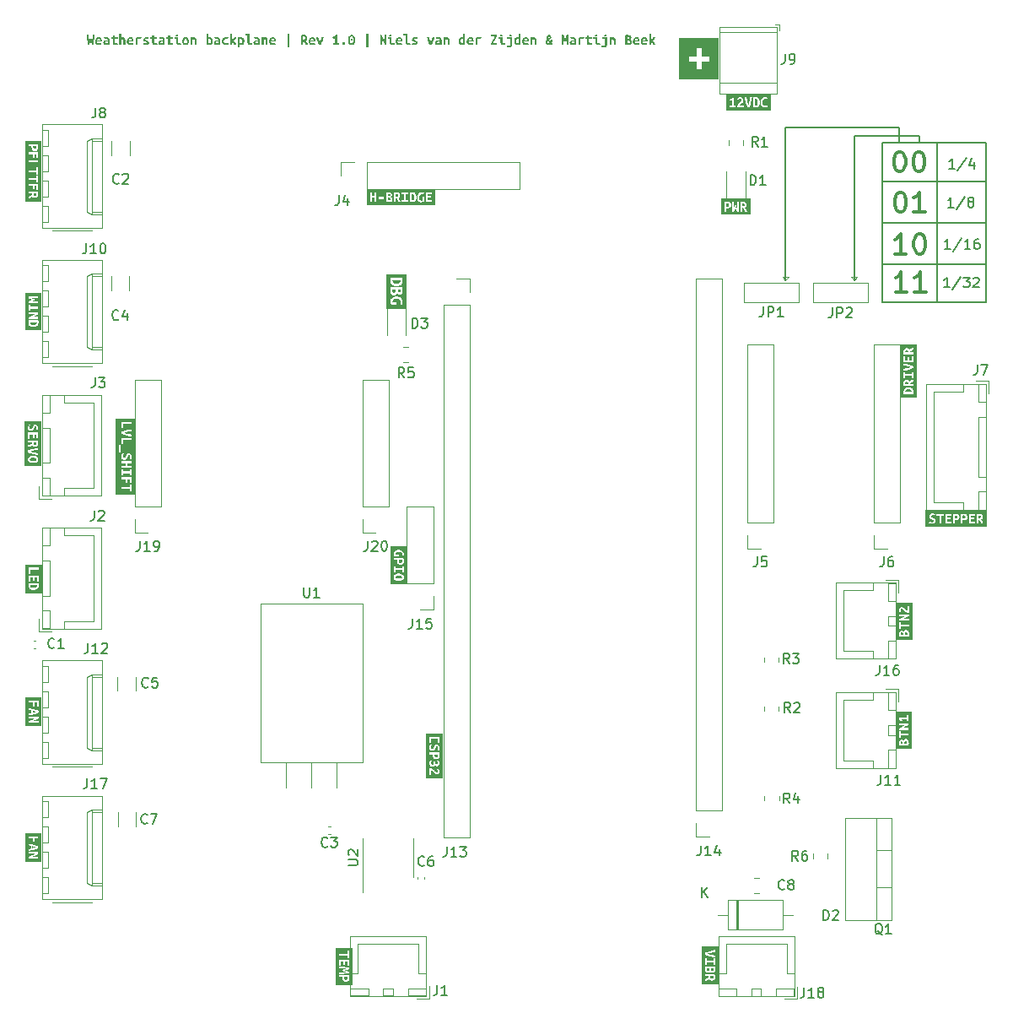
<source format=gbr>
%TF.GenerationSoftware,KiCad,Pcbnew,(7.0.0)*%
%TF.CreationDate,2023-04-24T11:20:32+02:00*%
%TF.ProjectId,Weatherstation_ESP32S3_Backplane,57656174-6865-4727-9374-6174696f6e5f,rev?*%
%TF.SameCoordinates,Original*%
%TF.FileFunction,Legend,Top*%
%TF.FilePolarity,Positive*%
%FSLAX46Y46*%
G04 Gerber Fmt 4.6, Leading zero omitted, Abs format (unit mm)*
G04 Created by KiCad (PCBNEW (7.0.0)) date 2023-04-24 11:20:32*
%MOMM*%
%LPD*%
G01*
G04 APERTURE LIST*
%ADD10C,0.150000*%
%ADD11C,0.300000*%
%ADD12C,0.200000*%
%ADD13C,0.120000*%
G04 APERTURE END LIST*
D10*
X220520000Y-61510000D02*
X220520000Y-45510000D01*
X217720000Y-59282500D02*
X217720000Y-44780000D01*
X220520000Y-53510000D02*
X230960000Y-53510000D01*
X220580000Y-49400000D02*
X230960000Y-49400000D01*
X222230000Y-43980000D02*
X222230000Y-45490000D01*
X217720000Y-44780000D02*
X224210000Y-44780000D01*
X230970000Y-61510000D02*
X220520000Y-61510000D01*
X220550000Y-57680000D02*
X230960000Y-57680000D01*
X210830000Y-59260000D02*
X210830000Y-43980000D01*
X210830000Y-43980000D02*
X222230000Y-43980000D01*
X224210000Y-44780000D02*
X224210000Y-45490000D01*
X220520000Y-45510000D02*
X230960000Y-45510000D01*
X226070000Y-45510000D02*
X226070000Y-61510000D01*
X230970000Y-45510000D02*
X230970000Y-61500000D01*
D11*
X222933809Y-56634761D02*
X221790952Y-56634761D01*
X222362380Y-56634761D02*
X222362380Y-54634761D01*
X222362380Y-54634761D02*
X222171904Y-54920476D01*
X222171904Y-54920476D02*
X221981428Y-55110952D01*
X221981428Y-55110952D02*
X221790952Y-55206190D01*
X224171904Y-54634761D02*
X224362381Y-54634761D01*
X224362381Y-54634761D02*
X224552857Y-54730000D01*
X224552857Y-54730000D02*
X224648095Y-54825238D01*
X224648095Y-54825238D02*
X224743333Y-55015714D01*
X224743333Y-55015714D02*
X224838571Y-55396666D01*
X224838571Y-55396666D02*
X224838571Y-55872857D01*
X224838571Y-55872857D02*
X224743333Y-56253809D01*
X224743333Y-56253809D02*
X224648095Y-56444285D01*
X224648095Y-56444285D02*
X224552857Y-56539523D01*
X224552857Y-56539523D02*
X224362381Y-56634761D01*
X224362381Y-56634761D02*
X224171904Y-56634761D01*
X224171904Y-56634761D02*
X223981428Y-56539523D01*
X223981428Y-56539523D02*
X223886190Y-56444285D01*
X223886190Y-56444285D02*
X223790952Y-56253809D01*
X223790952Y-56253809D02*
X223695714Y-55872857D01*
X223695714Y-55872857D02*
X223695714Y-55396666D01*
X223695714Y-55396666D02*
X223790952Y-55015714D01*
X223790952Y-55015714D02*
X223886190Y-54825238D01*
X223886190Y-54825238D02*
X223981428Y-54730000D01*
X223981428Y-54730000D02*
X224171904Y-54634761D01*
D12*
X227691904Y-51972380D02*
X227120476Y-51972380D01*
X227406190Y-51972380D02*
X227406190Y-50972380D01*
X227406190Y-50972380D02*
X227310952Y-51115238D01*
X227310952Y-51115238D02*
X227215714Y-51210476D01*
X227215714Y-51210476D02*
X227120476Y-51258095D01*
X228834761Y-50924761D02*
X227977619Y-52210476D01*
X229310952Y-51400952D02*
X229215714Y-51353333D01*
X229215714Y-51353333D02*
X229168095Y-51305714D01*
X229168095Y-51305714D02*
X229120476Y-51210476D01*
X229120476Y-51210476D02*
X229120476Y-51162857D01*
X229120476Y-51162857D02*
X229168095Y-51067619D01*
X229168095Y-51067619D02*
X229215714Y-51020000D01*
X229215714Y-51020000D02*
X229310952Y-50972380D01*
X229310952Y-50972380D02*
X229501428Y-50972380D01*
X229501428Y-50972380D02*
X229596666Y-51020000D01*
X229596666Y-51020000D02*
X229644285Y-51067619D01*
X229644285Y-51067619D02*
X229691904Y-51162857D01*
X229691904Y-51162857D02*
X229691904Y-51210476D01*
X229691904Y-51210476D02*
X229644285Y-51305714D01*
X229644285Y-51305714D02*
X229596666Y-51353333D01*
X229596666Y-51353333D02*
X229501428Y-51400952D01*
X229501428Y-51400952D02*
X229310952Y-51400952D01*
X229310952Y-51400952D02*
X229215714Y-51448571D01*
X229215714Y-51448571D02*
X229168095Y-51496190D01*
X229168095Y-51496190D02*
X229120476Y-51591428D01*
X229120476Y-51591428D02*
X229120476Y-51781904D01*
X229120476Y-51781904D02*
X229168095Y-51877142D01*
X229168095Y-51877142D02*
X229215714Y-51924761D01*
X229215714Y-51924761D02*
X229310952Y-51972380D01*
X229310952Y-51972380D02*
X229501428Y-51972380D01*
X229501428Y-51972380D02*
X229596666Y-51924761D01*
X229596666Y-51924761D02*
X229644285Y-51877142D01*
X229644285Y-51877142D02*
X229691904Y-51781904D01*
X229691904Y-51781904D02*
X229691904Y-51591428D01*
X229691904Y-51591428D02*
X229644285Y-51496190D01*
X229644285Y-51496190D02*
X229596666Y-51448571D01*
X229596666Y-51448571D02*
X229501428Y-51400952D01*
D11*
X222993809Y-60474761D02*
X221850952Y-60474761D01*
X222422380Y-60474761D02*
X222422380Y-58474761D01*
X222422380Y-58474761D02*
X222231904Y-58760476D01*
X222231904Y-58760476D02*
X222041428Y-58950952D01*
X222041428Y-58950952D02*
X221850952Y-59046190D01*
X224898571Y-60474761D02*
X223755714Y-60474761D01*
X224327142Y-60474761D02*
X224327142Y-58474761D01*
X224327142Y-58474761D02*
X224136666Y-58760476D01*
X224136666Y-58760476D02*
X223946190Y-58950952D01*
X223946190Y-58950952D02*
X223755714Y-59046190D01*
D12*
X227351904Y-56142380D02*
X226780476Y-56142380D01*
X227066190Y-56142380D02*
X227066190Y-55142380D01*
X227066190Y-55142380D02*
X226970952Y-55285238D01*
X226970952Y-55285238D02*
X226875714Y-55380476D01*
X226875714Y-55380476D02*
X226780476Y-55428095D01*
X228494761Y-55094761D02*
X227637619Y-56380476D01*
X229351904Y-56142380D02*
X228780476Y-56142380D01*
X229066190Y-56142380D02*
X229066190Y-55142380D01*
X229066190Y-55142380D02*
X228970952Y-55285238D01*
X228970952Y-55285238D02*
X228875714Y-55380476D01*
X228875714Y-55380476D02*
X228780476Y-55428095D01*
X230209047Y-55142380D02*
X230018571Y-55142380D01*
X230018571Y-55142380D02*
X229923333Y-55190000D01*
X229923333Y-55190000D02*
X229875714Y-55237619D01*
X229875714Y-55237619D02*
X229780476Y-55380476D01*
X229780476Y-55380476D02*
X229732857Y-55570952D01*
X229732857Y-55570952D02*
X229732857Y-55951904D01*
X229732857Y-55951904D02*
X229780476Y-56047142D01*
X229780476Y-56047142D02*
X229828095Y-56094761D01*
X229828095Y-56094761D02*
X229923333Y-56142380D01*
X229923333Y-56142380D02*
X230113809Y-56142380D01*
X230113809Y-56142380D02*
X230209047Y-56094761D01*
X230209047Y-56094761D02*
X230256666Y-56047142D01*
X230256666Y-56047142D02*
X230304285Y-55951904D01*
X230304285Y-55951904D02*
X230304285Y-55713809D01*
X230304285Y-55713809D02*
X230256666Y-55618571D01*
X230256666Y-55618571D02*
X230209047Y-55570952D01*
X230209047Y-55570952D02*
X230113809Y-55523333D01*
X230113809Y-55523333D02*
X229923333Y-55523333D01*
X229923333Y-55523333D02*
X229828095Y-55570952D01*
X229828095Y-55570952D02*
X229780476Y-55618571D01*
X229780476Y-55618571D02*
X229732857Y-55713809D01*
D11*
X222187142Y-46394761D02*
X222377619Y-46394761D01*
X222377619Y-46394761D02*
X222568095Y-46490000D01*
X222568095Y-46490000D02*
X222663333Y-46585238D01*
X222663333Y-46585238D02*
X222758571Y-46775714D01*
X222758571Y-46775714D02*
X222853809Y-47156666D01*
X222853809Y-47156666D02*
X222853809Y-47632857D01*
X222853809Y-47632857D02*
X222758571Y-48013809D01*
X222758571Y-48013809D02*
X222663333Y-48204285D01*
X222663333Y-48204285D02*
X222568095Y-48299523D01*
X222568095Y-48299523D02*
X222377619Y-48394761D01*
X222377619Y-48394761D02*
X222187142Y-48394761D01*
X222187142Y-48394761D02*
X221996666Y-48299523D01*
X221996666Y-48299523D02*
X221901428Y-48204285D01*
X221901428Y-48204285D02*
X221806190Y-48013809D01*
X221806190Y-48013809D02*
X221710952Y-47632857D01*
X221710952Y-47632857D02*
X221710952Y-47156666D01*
X221710952Y-47156666D02*
X221806190Y-46775714D01*
X221806190Y-46775714D02*
X221901428Y-46585238D01*
X221901428Y-46585238D02*
X221996666Y-46490000D01*
X221996666Y-46490000D02*
X222187142Y-46394761D01*
X224091904Y-46394761D02*
X224282381Y-46394761D01*
X224282381Y-46394761D02*
X224472857Y-46490000D01*
X224472857Y-46490000D02*
X224568095Y-46585238D01*
X224568095Y-46585238D02*
X224663333Y-46775714D01*
X224663333Y-46775714D02*
X224758571Y-47156666D01*
X224758571Y-47156666D02*
X224758571Y-47632857D01*
X224758571Y-47632857D02*
X224663333Y-48013809D01*
X224663333Y-48013809D02*
X224568095Y-48204285D01*
X224568095Y-48204285D02*
X224472857Y-48299523D01*
X224472857Y-48299523D02*
X224282381Y-48394761D01*
X224282381Y-48394761D02*
X224091904Y-48394761D01*
X224091904Y-48394761D02*
X223901428Y-48299523D01*
X223901428Y-48299523D02*
X223806190Y-48204285D01*
X223806190Y-48204285D02*
X223710952Y-48013809D01*
X223710952Y-48013809D02*
X223615714Y-47632857D01*
X223615714Y-47632857D02*
X223615714Y-47156666D01*
X223615714Y-47156666D02*
X223710952Y-46775714D01*
X223710952Y-46775714D02*
X223806190Y-46585238D01*
X223806190Y-46585238D02*
X223901428Y-46490000D01*
X223901428Y-46490000D02*
X224091904Y-46394761D01*
X222267142Y-50454761D02*
X222457619Y-50454761D01*
X222457619Y-50454761D02*
X222648095Y-50550000D01*
X222648095Y-50550000D02*
X222743333Y-50645238D01*
X222743333Y-50645238D02*
X222838571Y-50835714D01*
X222838571Y-50835714D02*
X222933809Y-51216666D01*
X222933809Y-51216666D02*
X222933809Y-51692857D01*
X222933809Y-51692857D02*
X222838571Y-52073809D01*
X222838571Y-52073809D02*
X222743333Y-52264285D01*
X222743333Y-52264285D02*
X222648095Y-52359523D01*
X222648095Y-52359523D02*
X222457619Y-52454761D01*
X222457619Y-52454761D02*
X222267142Y-52454761D01*
X222267142Y-52454761D02*
X222076666Y-52359523D01*
X222076666Y-52359523D02*
X221981428Y-52264285D01*
X221981428Y-52264285D02*
X221886190Y-52073809D01*
X221886190Y-52073809D02*
X221790952Y-51692857D01*
X221790952Y-51692857D02*
X221790952Y-51216666D01*
X221790952Y-51216666D02*
X221886190Y-50835714D01*
X221886190Y-50835714D02*
X221981428Y-50645238D01*
X221981428Y-50645238D02*
X222076666Y-50550000D01*
X222076666Y-50550000D02*
X222267142Y-50454761D01*
X224838571Y-52454761D02*
X223695714Y-52454761D01*
X224267142Y-52454761D02*
X224267142Y-50454761D01*
X224267142Y-50454761D02*
X224076666Y-50740476D01*
X224076666Y-50740476D02*
X223886190Y-50930952D01*
X223886190Y-50930952D02*
X223695714Y-51026190D01*
D12*
X227811904Y-48082380D02*
X227240476Y-48082380D01*
X227526190Y-48082380D02*
X227526190Y-47082380D01*
X227526190Y-47082380D02*
X227430952Y-47225238D01*
X227430952Y-47225238D02*
X227335714Y-47320476D01*
X227335714Y-47320476D02*
X227240476Y-47368095D01*
X228954761Y-47034761D02*
X228097619Y-48320476D01*
X229716666Y-47415714D02*
X229716666Y-48082380D01*
X229478571Y-47034761D02*
X229240476Y-47749047D01*
X229240476Y-47749047D02*
X229859523Y-47749047D01*
X227291904Y-60002380D02*
X226720476Y-60002380D01*
X227006190Y-60002380D02*
X227006190Y-59002380D01*
X227006190Y-59002380D02*
X226910952Y-59145238D01*
X226910952Y-59145238D02*
X226815714Y-59240476D01*
X226815714Y-59240476D02*
X226720476Y-59288095D01*
X228434761Y-58954761D02*
X227577619Y-60240476D01*
X228672857Y-59002380D02*
X229291904Y-59002380D01*
X229291904Y-59002380D02*
X228958571Y-59383333D01*
X228958571Y-59383333D02*
X229101428Y-59383333D01*
X229101428Y-59383333D02*
X229196666Y-59430952D01*
X229196666Y-59430952D02*
X229244285Y-59478571D01*
X229244285Y-59478571D02*
X229291904Y-59573809D01*
X229291904Y-59573809D02*
X229291904Y-59811904D01*
X229291904Y-59811904D02*
X229244285Y-59907142D01*
X229244285Y-59907142D02*
X229196666Y-59954761D01*
X229196666Y-59954761D02*
X229101428Y-60002380D01*
X229101428Y-60002380D02*
X228815714Y-60002380D01*
X228815714Y-60002380D02*
X228720476Y-59954761D01*
X228720476Y-59954761D02*
X228672857Y-59907142D01*
X229672857Y-59097619D02*
X229720476Y-59050000D01*
X229720476Y-59050000D02*
X229815714Y-59002380D01*
X229815714Y-59002380D02*
X230053809Y-59002380D01*
X230053809Y-59002380D02*
X230149047Y-59050000D01*
X230149047Y-59050000D02*
X230196666Y-59097619D01*
X230196666Y-59097619D02*
X230244285Y-59192857D01*
X230244285Y-59192857D02*
X230244285Y-59288095D01*
X230244285Y-59288095D02*
X230196666Y-59430952D01*
X230196666Y-59430952D02*
X229625238Y-60002380D01*
X229625238Y-60002380D02*
X230244285Y-60002380D01*
D10*
%TO.C,J15*%
X173350476Y-93227380D02*
X173350476Y-93941666D01*
X173350476Y-93941666D02*
X173302857Y-94084523D01*
X173302857Y-94084523D02*
X173207619Y-94179761D01*
X173207619Y-94179761D02*
X173064762Y-94227380D01*
X173064762Y-94227380D02*
X172969524Y-94227380D01*
X174350476Y-94227380D02*
X173779048Y-94227380D01*
X174064762Y-94227380D02*
X174064762Y-93227380D01*
X174064762Y-93227380D02*
X173969524Y-93370238D01*
X173969524Y-93370238D02*
X173874286Y-93465476D01*
X173874286Y-93465476D02*
X173779048Y-93513095D01*
X175255238Y-93227380D02*
X174779048Y-93227380D01*
X174779048Y-93227380D02*
X174731429Y-93703571D01*
X174731429Y-93703571D02*
X174779048Y-93655952D01*
X174779048Y-93655952D02*
X174874286Y-93608333D01*
X174874286Y-93608333D02*
X175112381Y-93608333D01*
X175112381Y-93608333D02*
X175207619Y-93655952D01*
X175207619Y-93655952D02*
X175255238Y-93703571D01*
X175255238Y-93703571D02*
X175302857Y-93798809D01*
X175302857Y-93798809D02*
X175302857Y-94036904D01*
X175302857Y-94036904D02*
X175255238Y-94132142D01*
X175255238Y-94132142D02*
X175207619Y-94179761D01*
X175207619Y-94179761D02*
X175112381Y-94227380D01*
X175112381Y-94227380D02*
X174874286Y-94227380D01*
X174874286Y-94227380D02*
X174779048Y-94179761D01*
X174779048Y-94179761D02*
X174731429Y-94132142D01*
%TO.C,U1*%
X162468095Y-90087380D02*
X162468095Y-90896904D01*
X162468095Y-90896904D02*
X162515714Y-90992142D01*
X162515714Y-90992142D02*
X162563333Y-91039761D01*
X162563333Y-91039761D02*
X162658571Y-91087380D01*
X162658571Y-91087380D02*
X162849047Y-91087380D01*
X162849047Y-91087380D02*
X162944285Y-91039761D01*
X162944285Y-91039761D02*
X162991904Y-90992142D01*
X162991904Y-90992142D02*
X163039523Y-90896904D01*
X163039523Y-90896904D02*
X163039523Y-90087380D01*
X164039523Y-91087380D02*
X163468095Y-91087380D01*
X163753809Y-91087380D02*
X163753809Y-90087380D01*
X163753809Y-90087380D02*
X163658571Y-90230238D01*
X163658571Y-90230238D02*
X163563333Y-90325476D01*
X163563333Y-90325476D02*
X163468095Y-90373095D01*
%TO.C,R5*%
X172553333Y-69047380D02*
X172220000Y-68571190D01*
X171981905Y-69047380D02*
X171981905Y-68047380D01*
X171981905Y-68047380D02*
X172362857Y-68047380D01*
X172362857Y-68047380D02*
X172458095Y-68095000D01*
X172458095Y-68095000D02*
X172505714Y-68142619D01*
X172505714Y-68142619D02*
X172553333Y-68237857D01*
X172553333Y-68237857D02*
X172553333Y-68380714D01*
X172553333Y-68380714D02*
X172505714Y-68475952D01*
X172505714Y-68475952D02*
X172458095Y-68523571D01*
X172458095Y-68523571D02*
X172362857Y-68571190D01*
X172362857Y-68571190D02*
X171981905Y-68571190D01*
X173458095Y-68047380D02*
X172981905Y-68047380D01*
X172981905Y-68047380D02*
X172934286Y-68523571D01*
X172934286Y-68523571D02*
X172981905Y-68475952D01*
X172981905Y-68475952D02*
X173077143Y-68428333D01*
X173077143Y-68428333D02*
X173315238Y-68428333D01*
X173315238Y-68428333D02*
X173410476Y-68475952D01*
X173410476Y-68475952D02*
X173458095Y-68523571D01*
X173458095Y-68523571D02*
X173505714Y-68618809D01*
X173505714Y-68618809D02*
X173505714Y-68856904D01*
X173505714Y-68856904D02*
X173458095Y-68952142D01*
X173458095Y-68952142D02*
X173410476Y-68999761D01*
X173410476Y-68999761D02*
X173315238Y-69047380D01*
X173315238Y-69047380D02*
X173077143Y-69047380D01*
X173077143Y-69047380D02*
X172981905Y-68999761D01*
X172981905Y-68999761D02*
X172934286Y-68952142D01*
%TO.C,D3*%
X173341905Y-64077380D02*
X173341905Y-63077380D01*
X173341905Y-63077380D02*
X173580000Y-63077380D01*
X173580000Y-63077380D02*
X173722857Y-63125000D01*
X173722857Y-63125000D02*
X173818095Y-63220238D01*
X173818095Y-63220238D02*
X173865714Y-63315476D01*
X173865714Y-63315476D02*
X173913333Y-63505952D01*
X173913333Y-63505952D02*
X173913333Y-63648809D01*
X173913333Y-63648809D02*
X173865714Y-63839285D01*
X173865714Y-63839285D02*
X173818095Y-63934523D01*
X173818095Y-63934523D02*
X173722857Y-64029761D01*
X173722857Y-64029761D02*
X173580000Y-64077380D01*
X173580000Y-64077380D02*
X173341905Y-64077380D01*
X174246667Y-63077380D02*
X174865714Y-63077380D01*
X174865714Y-63077380D02*
X174532381Y-63458333D01*
X174532381Y-63458333D02*
X174675238Y-63458333D01*
X174675238Y-63458333D02*
X174770476Y-63505952D01*
X174770476Y-63505952D02*
X174818095Y-63553571D01*
X174818095Y-63553571D02*
X174865714Y-63648809D01*
X174865714Y-63648809D02*
X174865714Y-63886904D01*
X174865714Y-63886904D02*
X174818095Y-63982142D01*
X174818095Y-63982142D02*
X174770476Y-64029761D01*
X174770476Y-64029761D02*
X174675238Y-64077380D01*
X174675238Y-64077380D02*
X174389524Y-64077380D01*
X174389524Y-64077380D02*
X174294286Y-64029761D01*
X174294286Y-64029761D02*
X174246667Y-63982142D01*
%TO.C,R6*%
X212073333Y-117507380D02*
X211740000Y-117031190D01*
X211501905Y-117507380D02*
X211501905Y-116507380D01*
X211501905Y-116507380D02*
X211882857Y-116507380D01*
X211882857Y-116507380D02*
X211978095Y-116555000D01*
X211978095Y-116555000D02*
X212025714Y-116602619D01*
X212025714Y-116602619D02*
X212073333Y-116697857D01*
X212073333Y-116697857D02*
X212073333Y-116840714D01*
X212073333Y-116840714D02*
X212025714Y-116935952D01*
X212025714Y-116935952D02*
X211978095Y-116983571D01*
X211978095Y-116983571D02*
X211882857Y-117031190D01*
X211882857Y-117031190D02*
X211501905Y-117031190D01*
X212930476Y-116507380D02*
X212740000Y-116507380D01*
X212740000Y-116507380D02*
X212644762Y-116555000D01*
X212644762Y-116555000D02*
X212597143Y-116602619D01*
X212597143Y-116602619D02*
X212501905Y-116745476D01*
X212501905Y-116745476D02*
X212454286Y-116935952D01*
X212454286Y-116935952D02*
X212454286Y-117316904D01*
X212454286Y-117316904D02*
X212501905Y-117412142D01*
X212501905Y-117412142D02*
X212549524Y-117459761D01*
X212549524Y-117459761D02*
X212644762Y-117507380D01*
X212644762Y-117507380D02*
X212835238Y-117507380D01*
X212835238Y-117507380D02*
X212930476Y-117459761D01*
X212930476Y-117459761D02*
X212978095Y-117412142D01*
X212978095Y-117412142D02*
X213025714Y-117316904D01*
X213025714Y-117316904D02*
X213025714Y-117078809D01*
X213025714Y-117078809D02*
X212978095Y-116983571D01*
X212978095Y-116983571D02*
X212930476Y-116935952D01*
X212930476Y-116935952D02*
X212835238Y-116888333D01*
X212835238Y-116888333D02*
X212644762Y-116888333D01*
X212644762Y-116888333D02*
X212549524Y-116935952D01*
X212549524Y-116935952D02*
X212501905Y-116983571D01*
X212501905Y-116983571D02*
X212454286Y-117078809D01*
%TO.C,C3*%
X164843333Y-116052142D02*
X164795714Y-116099761D01*
X164795714Y-116099761D02*
X164652857Y-116147380D01*
X164652857Y-116147380D02*
X164557619Y-116147380D01*
X164557619Y-116147380D02*
X164414762Y-116099761D01*
X164414762Y-116099761D02*
X164319524Y-116004523D01*
X164319524Y-116004523D02*
X164271905Y-115909285D01*
X164271905Y-115909285D02*
X164224286Y-115718809D01*
X164224286Y-115718809D02*
X164224286Y-115575952D01*
X164224286Y-115575952D02*
X164271905Y-115385476D01*
X164271905Y-115385476D02*
X164319524Y-115290238D01*
X164319524Y-115290238D02*
X164414762Y-115195000D01*
X164414762Y-115195000D02*
X164557619Y-115147380D01*
X164557619Y-115147380D02*
X164652857Y-115147380D01*
X164652857Y-115147380D02*
X164795714Y-115195000D01*
X164795714Y-115195000D02*
X164843333Y-115242619D01*
X165176667Y-115147380D02*
X165795714Y-115147380D01*
X165795714Y-115147380D02*
X165462381Y-115528333D01*
X165462381Y-115528333D02*
X165605238Y-115528333D01*
X165605238Y-115528333D02*
X165700476Y-115575952D01*
X165700476Y-115575952D02*
X165748095Y-115623571D01*
X165748095Y-115623571D02*
X165795714Y-115718809D01*
X165795714Y-115718809D02*
X165795714Y-115956904D01*
X165795714Y-115956904D02*
X165748095Y-116052142D01*
X165748095Y-116052142D02*
X165700476Y-116099761D01*
X165700476Y-116099761D02*
X165605238Y-116147380D01*
X165605238Y-116147380D02*
X165319524Y-116147380D01*
X165319524Y-116147380D02*
X165224286Y-116099761D01*
X165224286Y-116099761D02*
X165176667Y-116052142D01*
%TO.C,C2*%
X143893333Y-49512142D02*
X143845714Y-49559761D01*
X143845714Y-49559761D02*
X143702857Y-49607380D01*
X143702857Y-49607380D02*
X143607619Y-49607380D01*
X143607619Y-49607380D02*
X143464762Y-49559761D01*
X143464762Y-49559761D02*
X143369524Y-49464523D01*
X143369524Y-49464523D02*
X143321905Y-49369285D01*
X143321905Y-49369285D02*
X143274286Y-49178809D01*
X143274286Y-49178809D02*
X143274286Y-49035952D01*
X143274286Y-49035952D02*
X143321905Y-48845476D01*
X143321905Y-48845476D02*
X143369524Y-48750238D01*
X143369524Y-48750238D02*
X143464762Y-48655000D01*
X143464762Y-48655000D02*
X143607619Y-48607380D01*
X143607619Y-48607380D02*
X143702857Y-48607380D01*
X143702857Y-48607380D02*
X143845714Y-48655000D01*
X143845714Y-48655000D02*
X143893333Y-48702619D01*
X144274286Y-48702619D02*
X144321905Y-48655000D01*
X144321905Y-48655000D02*
X144417143Y-48607380D01*
X144417143Y-48607380D02*
X144655238Y-48607380D01*
X144655238Y-48607380D02*
X144750476Y-48655000D01*
X144750476Y-48655000D02*
X144798095Y-48702619D01*
X144798095Y-48702619D02*
X144845714Y-48797857D01*
X144845714Y-48797857D02*
X144845714Y-48893095D01*
X144845714Y-48893095D02*
X144798095Y-49035952D01*
X144798095Y-49035952D02*
X144226667Y-49607380D01*
X144226667Y-49607380D02*
X144845714Y-49607380D01*
%TO.C,U2*%
X166897380Y-117951904D02*
X167706904Y-117951904D01*
X167706904Y-117951904D02*
X167802142Y-117904285D01*
X167802142Y-117904285D02*
X167849761Y-117856666D01*
X167849761Y-117856666D02*
X167897380Y-117761428D01*
X167897380Y-117761428D02*
X167897380Y-117570952D01*
X167897380Y-117570952D02*
X167849761Y-117475714D01*
X167849761Y-117475714D02*
X167802142Y-117428095D01*
X167802142Y-117428095D02*
X167706904Y-117380476D01*
X167706904Y-117380476D02*
X166897380Y-117380476D01*
X166992619Y-116951904D02*
X166945000Y-116904285D01*
X166945000Y-116904285D02*
X166897380Y-116809047D01*
X166897380Y-116809047D02*
X166897380Y-116570952D01*
X166897380Y-116570952D02*
X166945000Y-116475714D01*
X166945000Y-116475714D02*
X166992619Y-116428095D01*
X166992619Y-116428095D02*
X167087857Y-116380476D01*
X167087857Y-116380476D02*
X167183095Y-116380476D01*
X167183095Y-116380476D02*
X167325952Y-116428095D01*
X167325952Y-116428095D02*
X167897380Y-116999523D01*
X167897380Y-116999523D02*
X167897380Y-116380476D01*
%TO.C,C6*%
X174543333Y-117952142D02*
X174495714Y-117999761D01*
X174495714Y-117999761D02*
X174352857Y-118047380D01*
X174352857Y-118047380D02*
X174257619Y-118047380D01*
X174257619Y-118047380D02*
X174114762Y-117999761D01*
X174114762Y-117999761D02*
X174019524Y-117904523D01*
X174019524Y-117904523D02*
X173971905Y-117809285D01*
X173971905Y-117809285D02*
X173924286Y-117618809D01*
X173924286Y-117618809D02*
X173924286Y-117475952D01*
X173924286Y-117475952D02*
X173971905Y-117285476D01*
X173971905Y-117285476D02*
X174019524Y-117190238D01*
X174019524Y-117190238D02*
X174114762Y-117095000D01*
X174114762Y-117095000D02*
X174257619Y-117047380D01*
X174257619Y-117047380D02*
X174352857Y-117047380D01*
X174352857Y-117047380D02*
X174495714Y-117095000D01*
X174495714Y-117095000D02*
X174543333Y-117142619D01*
X175400476Y-117047380D02*
X175210000Y-117047380D01*
X175210000Y-117047380D02*
X175114762Y-117095000D01*
X175114762Y-117095000D02*
X175067143Y-117142619D01*
X175067143Y-117142619D02*
X174971905Y-117285476D01*
X174971905Y-117285476D02*
X174924286Y-117475952D01*
X174924286Y-117475952D02*
X174924286Y-117856904D01*
X174924286Y-117856904D02*
X174971905Y-117952142D01*
X174971905Y-117952142D02*
X175019524Y-117999761D01*
X175019524Y-117999761D02*
X175114762Y-118047380D01*
X175114762Y-118047380D02*
X175305238Y-118047380D01*
X175305238Y-118047380D02*
X175400476Y-117999761D01*
X175400476Y-117999761D02*
X175448095Y-117952142D01*
X175448095Y-117952142D02*
X175495714Y-117856904D01*
X175495714Y-117856904D02*
X175495714Y-117618809D01*
X175495714Y-117618809D02*
X175448095Y-117523571D01*
X175448095Y-117523571D02*
X175400476Y-117475952D01*
X175400476Y-117475952D02*
X175305238Y-117428333D01*
X175305238Y-117428333D02*
X175114762Y-117428333D01*
X175114762Y-117428333D02*
X175019524Y-117475952D01*
X175019524Y-117475952D02*
X174971905Y-117523571D01*
X174971905Y-117523571D02*
X174924286Y-117618809D01*
%TO.C,J8*%
X141536666Y-41992380D02*
X141536666Y-42706666D01*
X141536666Y-42706666D02*
X141489047Y-42849523D01*
X141489047Y-42849523D02*
X141393809Y-42944761D01*
X141393809Y-42944761D02*
X141250952Y-42992380D01*
X141250952Y-42992380D02*
X141155714Y-42992380D01*
X142155714Y-42420952D02*
X142060476Y-42373333D01*
X142060476Y-42373333D02*
X142012857Y-42325714D01*
X142012857Y-42325714D02*
X141965238Y-42230476D01*
X141965238Y-42230476D02*
X141965238Y-42182857D01*
X141965238Y-42182857D02*
X142012857Y-42087619D01*
X142012857Y-42087619D02*
X142060476Y-42040000D01*
X142060476Y-42040000D02*
X142155714Y-41992380D01*
X142155714Y-41992380D02*
X142346190Y-41992380D01*
X142346190Y-41992380D02*
X142441428Y-42040000D01*
X142441428Y-42040000D02*
X142489047Y-42087619D01*
X142489047Y-42087619D02*
X142536666Y-42182857D01*
X142536666Y-42182857D02*
X142536666Y-42230476D01*
X142536666Y-42230476D02*
X142489047Y-42325714D01*
X142489047Y-42325714D02*
X142441428Y-42373333D01*
X142441428Y-42373333D02*
X142346190Y-42420952D01*
X142346190Y-42420952D02*
X142155714Y-42420952D01*
X142155714Y-42420952D02*
X142060476Y-42468571D01*
X142060476Y-42468571D02*
X142012857Y-42516190D01*
X142012857Y-42516190D02*
X141965238Y-42611428D01*
X141965238Y-42611428D02*
X141965238Y-42801904D01*
X141965238Y-42801904D02*
X142012857Y-42897142D01*
X142012857Y-42897142D02*
X142060476Y-42944761D01*
X142060476Y-42944761D02*
X142155714Y-42992380D01*
X142155714Y-42992380D02*
X142346190Y-42992380D01*
X142346190Y-42992380D02*
X142441428Y-42944761D01*
X142441428Y-42944761D02*
X142489047Y-42897142D01*
X142489047Y-42897142D02*
X142536666Y-42801904D01*
X142536666Y-42801904D02*
X142536666Y-42611428D01*
X142536666Y-42611428D02*
X142489047Y-42516190D01*
X142489047Y-42516190D02*
X142441428Y-42468571D01*
X142441428Y-42468571D02*
X142346190Y-42420952D01*
%TO.C,C7*%
X146753333Y-113712142D02*
X146705714Y-113759761D01*
X146705714Y-113759761D02*
X146562857Y-113807380D01*
X146562857Y-113807380D02*
X146467619Y-113807380D01*
X146467619Y-113807380D02*
X146324762Y-113759761D01*
X146324762Y-113759761D02*
X146229524Y-113664523D01*
X146229524Y-113664523D02*
X146181905Y-113569285D01*
X146181905Y-113569285D02*
X146134286Y-113378809D01*
X146134286Y-113378809D02*
X146134286Y-113235952D01*
X146134286Y-113235952D02*
X146181905Y-113045476D01*
X146181905Y-113045476D02*
X146229524Y-112950238D01*
X146229524Y-112950238D02*
X146324762Y-112855000D01*
X146324762Y-112855000D02*
X146467619Y-112807380D01*
X146467619Y-112807380D02*
X146562857Y-112807380D01*
X146562857Y-112807380D02*
X146705714Y-112855000D01*
X146705714Y-112855000D02*
X146753333Y-112902619D01*
X147086667Y-112807380D02*
X147753333Y-112807380D01*
X147753333Y-112807380D02*
X147324762Y-113807380D01*
%TO.C,R3*%
X211193333Y-97717380D02*
X210860000Y-97241190D01*
X210621905Y-97717380D02*
X210621905Y-96717380D01*
X210621905Y-96717380D02*
X211002857Y-96717380D01*
X211002857Y-96717380D02*
X211098095Y-96765000D01*
X211098095Y-96765000D02*
X211145714Y-96812619D01*
X211145714Y-96812619D02*
X211193333Y-96907857D01*
X211193333Y-96907857D02*
X211193333Y-97050714D01*
X211193333Y-97050714D02*
X211145714Y-97145952D01*
X211145714Y-97145952D02*
X211098095Y-97193571D01*
X211098095Y-97193571D02*
X211002857Y-97241190D01*
X211002857Y-97241190D02*
X210621905Y-97241190D01*
X211526667Y-96717380D02*
X212145714Y-96717380D01*
X212145714Y-96717380D02*
X211812381Y-97098333D01*
X211812381Y-97098333D02*
X211955238Y-97098333D01*
X211955238Y-97098333D02*
X212050476Y-97145952D01*
X212050476Y-97145952D02*
X212098095Y-97193571D01*
X212098095Y-97193571D02*
X212145714Y-97288809D01*
X212145714Y-97288809D02*
X212145714Y-97526904D01*
X212145714Y-97526904D02*
X212098095Y-97622142D01*
X212098095Y-97622142D02*
X212050476Y-97669761D01*
X212050476Y-97669761D02*
X211955238Y-97717380D01*
X211955238Y-97717380D02*
X211669524Y-97717380D01*
X211669524Y-97717380D02*
X211574286Y-97669761D01*
X211574286Y-97669761D02*
X211526667Y-97622142D01*
%TO.C,C4*%
X143853333Y-63182142D02*
X143805714Y-63229761D01*
X143805714Y-63229761D02*
X143662857Y-63277380D01*
X143662857Y-63277380D02*
X143567619Y-63277380D01*
X143567619Y-63277380D02*
X143424762Y-63229761D01*
X143424762Y-63229761D02*
X143329524Y-63134523D01*
X143329524Y-63134523D02*
X143281905Y-63039285D01*
X143281905Y-63039285D02*
X143234286Y-62848809D01*
X143234286Y-62848809D02*
X143234286Y-62705952D01*
X143234286Y-62705952D02*
X143281905Y-62515476D01*
X143281905Y-62515476D02*
X143329524Y-62420238D01*
X143329524Y-62420238D02*
X143424762Y-62325000D01*
X143424762Y-62325000D02*
X143567619Y-62277380D01*
X143567619Y-62277380D02*
X143662857Y-62277380D01*
X143662857Y-62277380D02*
X143805714Y-62325000D01*
X143805714Y-62325000D02*
X143853333Y-62372619D01*
X144710476Y-62610714D02*
X144710476Y-63277380D01*
X144472381Y-62229761D02*
X144234286Y-62944047D01*
X144234286Y-62944047D02*
X144853333Y-62944047D01*
%TO.C,Q1*%
X220534761Y-124932619D02*
X220439523Y-124885000D01*
X220439523Y-124885000D02*
X220344285Y-124789761D01*
X220344285Y-124789761D02*
X220201428Y-124646904D01*
X220201428Y-124646904D02*
X220106190Y-124599285D01*
X220106190Y-124599285D02*
X220010952Y-124599285D01*
X220058571Y-124837380D02*
X219963333Y-124789761D01*
X219963333Y-124789761D02*
X219868095Y-124694523D01*
X219868095Y-124694523D02*
X219820476Y-124504047D01*
X219820476Y-124504047D02*
X219820476Y-124170714D01*
X219820476Y-124170714D02*
X219868095Y-123980238D01*
X219868095Y-123980238D02*
X219963333Y-123885000D01*
X219963333Y-123885000D02*
X220058571Y-123837380D01*
X220058571Y-123837380D02*
X220249047Y-123837380D01*
X220249047Y-123837380D02*
X220344285Y-123885000D01*
X220344285Y-123885000D02*
X220439523Y-123980238D01*
X220439523Y-123980238D02*
X220487142Y-124170714D01*
X220487142Y-124170714D02*
X220487142Y-124504047D01*
X220487142Y-124504047D02*
X220439523Y-124694523D01*
X220439523Y-124694523D02*
X220344285Y-124789761D01*
X220344285Y-124789761D02*
X220249047Y-124837380D01*
X220249047Y-124837380D02*
X220058571Y-124837380D01*
X221439523Y-124837380D02*
X220868095Y-124837380D01*
X221153809Y-124837380D02*
X221153809Y-123837380D01*
X221153809Y-123837380D02*
X221058571Y-123980238D01*
X221058571Y-123980238D02*
X220963333Y-124075476D01*
X220963333Y-124075476D02*
X220868095Y-124123095D01*
%TO.C,J18*%
X212680476Y-130227380D02*
X212680476Y-130941666D01*
X212680476Y-130941666D02*
X212632857Y-131084523D01*
X212632857Y-131084523D02*
X212537619Y-131179761D01*
X212537619Y-131179761D02*
X212394762Y-131227380D01*
X212394762Y-131227380D02*
X212299524Y-131227380D01*
X213680476Y-131227380D02*
X213109048Y-131227380D01*
X213394762Y-131227380D02*
X213394762Y-130227380D01*
X213394762Y-130227380D02*
X213299524Y-130370238D01*
X213299524Y-130370238D02*
X213204286Y-130465476D01*
X213204286Y-130465476D02*
X213109048Y-130513095D01*
X214251905Y-130655952D02*
X214156667Y-130608333D01*
X214156667Y-130608333D02*
X214109048Y-130560714D01*
X214109048Y-130560714D02*
X214061429Y-130465476D01*
X214061429Y-130465476D02*
X214061429Y-130417857D01*
X214061429Y-130417857D02*
X214109048Y-130322619D01*
X214109048Y-130322619D02*
X214156667Y-130275000D01*
X214156667Y-130275000D02*
X214251905Y-130227380D01*
X214251905Y-130227380D02*
X214442381Y-130227380D01*
X214442381Y-130227380D02*
X214537619Y-130275000D01*
X214537619Y-130275000D02*
X214585238Y-130322619D01*
X214585238Y-130322619D02*
X214632857Y-130417857D01*
X214632857Y-130417857D02*
X214632857Y-130465476D01*
X214632857Y-130465476D02*
X214585238Y-130560714D01*
X214585238Y-130560714D02*
X214537619Y-130608333D01*
X214537619Y-130608333D02*
X214442381Y-130655952D01*
X214442381Y-130655952D02*
X214251905Y-130655952D01*
X214251905Y-130655952D02*
X214156667Y-130703571D01*
X214156667Y-130703571D02*
X214109048Y-130751190D01*
X214109048Y-130751190D02*
X214061429Y-130846428D01*
X214061429Y-130846428D02*
X214061429Y-131036904D01*
X214061429Y-131036904D02*
X214109048Y-131132142D01*
X214109048Y-131132142D02*
X214156667Y-131179761D01*
X214156667Y-131179761D02*
X214251905Y-131227380D01*
X214251905Y-131227380D02*
X214442381Y-131227380D01*
X214442381Y-131227380D02*
X214537619Y-131179761D01*
X214537619Y-131179761D02*
X214585238Y-131132142D01*
X214585238Y-131132142D02*
X214632857Y-131036904D01*
X214632857Y-131036904D02*
X214632857Y-130846428D01*
X214632857Y-130846428D02*
X214585238Y-130751190D01*
X214585238Y-130751190D02*
X214537619Y-130703571D01*
X214537619Y-130703571D02*
X214442381Y-130655952D01*
%TO.C,D2*%
X214601905Y-123447380D02*
X214601905Y-122447380D01*
X214601905Y-122447380D02*
X214840000Y-122447380D01*
X214840000Y-122447380D02*
X214982857Y-122495000D01*
X214982857Y-122495000D02*
X215078095Y-122590238D01*
X215078095Y-122590238D02*
X215125714Y-122685476D01*
X215125714Y-122685476D02*
X215173333Y-122875952D01*
X215173333Y-122875952D02*
X215173333Y-123018809D01*
X215173333Y-123018809D02*
X215125714Y-123209285D01*
X215125714Y-123209285D02*
X215078095Y-123304523D01*
X215078095Y-123304523D02*
X214982857Y-123399761D01*
X214982857Y-123399761D02*
X214840000Y-123447380D01*
X214840000Y-123447380D02*
X214601905Y-123447380D01*
X215554286Y-122542619D02*
X215601905Y-122495000D01*
X215601905Y-122495000D02*
X215697143Y-122447380D01*
X215697143Y-122447380D02*
X215935238Y-122447380D01*
X215935238Y-122447380D02*
X216030476Y-122495000D01*
X216030476Y-122495000D02*
X216078095Y-122542619D01*
X216078095Y-122542619D02*
X216125714Y-122637857D01*
X216125714Y-122637857D02*
X216125714Y-122733095D01*
X216125714Y-122733095D02*
X216078095Y-122875952D01*
X216078095Y-122875952D02*
X215506667Y-123447380D01*
X215506667Y-123447380D02*
X216125714Y-123447380D01*
X202438095Y-121197380D02*
X202438095Y-120197380D01*
X203009523Y-121197380D02*
X202580952Y-120625952D01*
X203009523Y-120197380D02*
X202438095Y-120768809D01*
%TO.C,C8*%
X210703333Y-120322142D02*
X210655714Y-120369761D01*
X210655714Y-120369761D02*
X210512857Y-120417380D01*
X210512857Y-120417380D02*
X210417619Y-120417380D01*
X210417619Y-120417380D02*
X210274762Y-120369761D01*
X210274762Y-120369761D02*
X210179524Y-120274523D01*
X210179524Y-120274523D02*
X210131905Y-120179285D01*
X210131905Y-120179285D02*
X210084286Y-119988809D01*
X210084286Y-119988809D02*
X210084286Y-119845952D01*
X210084286Y-119845952D02*
X210131905Y-119655476D01*
X210131905Y-119655476D02*
X210179524Y-119560238D01*
X210179524Y-119560238D02*
X210274762Y-119465000D01*
X210274762Y-119465000D02*
X210417619Y-119417380D01*
X210417619Y-119417380D02*
X210512857Y-119417380D01*
X210512857Y-119417380D02*
X210655714Y-119465000D01*
X210655714Y-119465000D02*
X210703333Y-119512619D01*
X211274762Y-119845952D02*
X211179524Y-119798333D01*
X211179524Y-119798333D02*
X211131905Y-119750714D01*
X211131905Y-119750714D02*
X211084286Y-119655476D01*
X211084286Y-119655476D02*
X211084286Y-119607857D01*
X211084286Y-119607857D02*
X211131905Y-119512619D01*
X211131905Y-119512619D02*
X211179524Y-119465000D01*
X211179524Y-119465000D02*
X211274762Y-119417380D01*
X211274762Y-119417380D02*
X211465238Y-119417380D01*
X211465238Y-119417380D02*
X211560476Y-119465000D01*
X211560476Y-119465000D02*
X211608095Y-119512619D01*
X211608095Y-119512619D02*
X211655714Y-119607857D01*
X211655714Y-119607857D02*
X211655714Y-119655476D01*
X211655714Y-119655476D02*
X211608095Y-119750714D01*
X211608095Y-119750714D02*
X211560476Y-119798333D01*
X211560476Y-119798333D02*
X211465238Y-119845952D01*
X211465238Y-119845952D02*
X211274762Y-119845952D01*
X211274762Y-119845952D02*
X211179524Y-119893571D01*
X211179524Y-119893571D02*
X211131905Y-119941190D01*
X211131905Y-119941190D02*
X211084286Y-120036428D01*
X211084286Y-120036428D02*
X211084286Y-120226904D01*
X211084286Y-120226904D02*
X211131905Y-120322142D01*
X211131905Y-120322142D02*
X211179524Y-120369761D01*
X211179524Y-120369761D02*
X211274762Y-120417380D01*
X211274762Y-120417380D02*
X211465238Y-120417380D01*
X211465238Y-120417380D02*
X211560476Y-120369761D01*
X211560476Y-120369761D02*
X211608095Y-120322142D01*
X211608095Y-120322142D02*
X211655714Y-120226904D01*
X211655714Y-120226904D02*
X211655714Y-120036428D01*
X211655714Y-120036428D02*
X211608095Y-119941190D01*
X211608095Y-119941190D02*
X211560476Y-119893571D01*
X211560476Y-119893571D02*
X211465238Y-119845952D01*
%TO.C,J1*%
X175846666Y-129987380D02*
X175846666Y-130701666D01*
X175846666Y-130701666D02*
X175799047Y-130844523D01*
X175799047Y-130844523D02*
X175703809Y-130939761D01*
X175703809Y-130939761D02*
X175560952Y-130987380D01*
X175560952Y-130987380D02*
X175465714Y-130987380D01*
X176846666Y-130987380D02*
X176275238Y-130987380D01*
X176560952Y-130987380D02*
X176560952Y-129987380D01*
X176560952Y-129987380D02*
X176465714Y-130130238D01*
X176465714Y-130130238D02*
X176370476Y-130225476D01*
X176370476Y-130225476D02*
X176275238Y-130273095D01*
%TO.C,J11*%
X220380476Y-108887380D02*
X220380476Y-109601666D01*
X220380476Y-109601666D02*
X220332857Y-109744523D01*
X220332857Y-109744523D02*
X220237619Y-109839761D01*
X220237619Y-109839761D02*
X220094762Y-109887380D01*
X220094762Y-109887380D02*
X219999524Y-109887380D01*
X221380476Y-109887380D02*
X220809048Y-109887380D01*
X221094762Y-109887380D02*
X221094762Y-108887380D01*
X221094762Y-108887380D02*
X220999524Y-109030238D01*
X220999524Y-109030238D02*
X220904286Y-109125476D01*
X220904286Y-109125476D02*
X220809048Y-109173095D01*
X222332857Y-109887380D02*
X221761429Y-109887380D01*
X222047143Y-109887380D02*
X222047143Y-108887380D01*
X222047143Y-108887380D02*
X221951905Y-109030238D01*
X221951905Y-109030238D02*
X221856667Y-109125476D01*
X221856667Y-109125476D02*
X221761429Y-109173095D01*
%TO.C,R4*%
X211223333Y-111727380D02*
X210890000Y-111251190D01*
X210651905Y-111727380D02*
X210651905Y-110727380D01*
X210651905Y-110727380D02*
X211032857Y-110727380D01*
X211032857Y-110727380D02*
X211128095Y-110775000D01*
X211128095Y-110775000D02*
X211175714Y-110822619D01*
X211175714Y-110822619D02*
X211223333Y-110917857D01*
X211223333Y-110917857D02*
X211223333Y-111060714D01*
X211223333Y-111060714D02*
X211175714Y-111155952D01*
X211175714Y-111155952D02*
X211128095Y-111203571D01*
X211128095Y-111203571D02*
X211032857Y-111251190D01*
X211032857Y-111251190D02*
X210651905Y-111251190D01*
X212080476Y-111060714D02*
X212080476Y-111727380D01*
X211842381Y-110679761D02*
X211604286Y-111394047D01*
X211604286Y-111394047D02*
X212223333Y-111394047D01*
%TO.C,J13*%
X176810476Y-116087380D02*
X176810476Y-116801666D01*
X176810476Y-116801666D02*
X176762857Y-116944523D01*
X176762857Y-116944523D02*
X176667619Y-117039761D01*
X176667619Y-117039761D02*
X176524762Y-117087380D01*
X176524762Y-117087380D02*
X176429524Y-117087380D01*
X177810476Y-117087380D02*
X177239048Y-117087380D01*
X177524762Y-117087380D02*
X177524762Y-116087380D01*
X177524762Y-116087380D02*
X177429524Y-116230238D01*
X177429524Y-116230238D02*
X177334286Y-116325476D01*
X177334286Y-116325476D02*
X177239048Y-116373095D01*
X178143810Y-116087380D02*
X178762857Y-116087380D01*
X178762857Y-116087380D02*
X178429524Y-116468333D01*
X178429524Y-116468333D02*
X178572381Y-116468333D01*
X178572381Y-116468333D02*
X178667619Y-116515952D01*
X178667619Y-116515952D02*
X178715238Y-116563571D01*
X178715238Y-116563571D02*
X178762857Y-116658809D01*
X178762857Y-116658809D02*
X178762857Y-116896904D01*
X178762857Y-116896904D02*
X178715238Y-116992142D01*
X178715238Y-116992142D02*
X178667619Y-117039761D01*
X178667619Y-117039761D02*
X178572381Y-117087380D01*
X178572381Y-117087380D02*
X178286667Y-117087380D01*
X178286667Y-117087380D02*
X178191429Y-117039761D01*
X178191429Y-117039761D02*
X178143810Y-116992142D01*
%TO.C,D1*%
X207281905Y-49737380D02*
X207281905Y-48737380D01*
X207281905Y-48737380D02*
X207520000Y-48737380D01*
X207520000Y-48737380D02*
X207662857Y-48785000D01*
X207662857Y-48785000D02*
X207758095Y-48880238D01*
X207758095Y-48880238D02*
X207805714Y-48975476D01*
X207805714Y-48975476D02*
X207853333Y-49165952D01*
X207853333Y-49165952D02*
X207853333Y-49308809D01*
X207853333Y-49308809D02*
X207805714Y-49499285D01*
X207805714Y-49499285D02*
X207758095Y-49594523D01*
X207758095Y-49594523D02*
X207662857Y-49689761D01*
X207662857Y-49689761D02*
X207520000Y-49737380D01*
X207520000Y-49737380D02*
X207281905Y-49737380D01*
X208805714Y-49737380D02*
X208234286Y-49737380D01*
X208520000Y-49737380D02*
X208520000Y-48737380D01*
X208520000Y-48737380D02*
X208424762Y-48880238D01*
X208424762Y-48880238D02*
X208329524Y-48975476D01*
X208329524Y-48975476D02*
X208234286Y-49023095D01*
%TO.C,J14*%
X202320476Y-115987380D02*
X202320476Y-116701666D01*
X202320476Y-116701666D02*
X202272857Y-116844523D01*
X202272857Y-116844523D02*
X202177619Y-116939761D01*
X202177619Y-116939761D02*
X202034762Y-116987380D01*
X202034762Y-116987380D02*
X201939524Y-116987380D01*
X203320476Y-116987380D02*
X202749048Y-116987380D01*
X203034762Y-116987380D02*
X203034762Y-115987380D01*
X203034762Y-115987380D02*
X202939524Y-116130238D01*
X202939524Y-116130238D02*
X202844286Y-116225476D01*
X202844286Y-116225476D02*
X202749048Y-116273095D01*
X204177619Y-116320714D02*
X204177619Y-116987380D01*
X203939524Y-115939761D02*
X203701429Y-116654047D01*
X203701429Y-116654047D02*
X204320476Y-116654047D01*
%TO.C,JP2*%
X215516666Y-62027380D02*
X215516666Y-62741666D01*
X215516666Y-62741666D02*
X215469047Y-62884523D01*
X215469047Y-62884523D02*
X215373809Y-62979761D01*
X215373809Y-62979761D02*
X215230952Y-63027380D01*
X215230952Y-63027380D02*
X215135714Y-63027380D01*
X215992857Y-63027380D02*
X215992857Y-62027380D01*
X215992857Y-62027380D02*
X216373809Y-62027380D01*
X216373809Y-62027380D02*
X216469047Y-62075000D01*
X216469047Y-62075000D02*
X216516666Y-62122619D01*
X216516666Y-62122619D02*
X216564285Y-62217857D01*
X216564285Y-62217857D02*
X216564285Y-62360714D01*
X216564285Y-62360714D02*
X216516666Y-62455952D01*
X216516666Y-62455952D02*
X216469047Y-62503571D01*
X216469047Y-62503571D02*
X216373809Y-62551190D01*
X216373809Y-62551190D02*
X215992857Y-62551190D01*
X216945238Y-62122619D02*
X216992857Y-62075000D01*
X216992857Y-62075000D02*
X217088095Y-62027380D01*
X217088095Y-62027380D02*
X217326190Y-62027380D01*
X217326190Y-62027380D02*
X217421428Y-62075000D01*
X217421428Y-62075000D02*
X217469047Y-62122619D01*
X217469047Y-62122619D02*
X217516666Y-62217857D01*
X217516666Y-62217857D02*
X217516666Y-62313095D01*
X217516666Y-62313095D02*
X217469047Y-62455952D01*
X217469047Y-62455952D02*
X216897619Y-63027380D01*
X216897619Y-63027380D02*
X217516666Y-63027380D01*
%TO.C,J2*%
X141426666Y-82392380D02*
X141426666Y-83106666D01*
X141426666Y-83106666D02*
X141379047Y-83249523D01*
X141379047Y-83249523D02*
X141283809Y-83344761D01*
X141283809Y-83344761D02*
X141140952Y-83392380D01*
X141140952Y-83392380D02*
X141045714Y-83392380D01*
X141855238Y-82487619D02*
X141902857Y-82440000D01*
X141902857Y-82440000D02*
X141998095Y-82392380D01*
X141998095Y-82392380D02*
X142236190Y-82392380D01*
X142236190Y-82392380D02*
X142331428Y-82440000D01*
X142331428Y-82440000D02*
X142379047Y-82487619D01*
X142379047Y-82487619D02*
X142426666Y-82582857D01*
X142426666Y-82582857D02*
X142426666Y-82678095D01*
X142426666Y-82678095D02*
X142379047Y-82820952D01*
X142379047Y-82820952D02*
X141807619Y-83392380D01*
X141807619Y-83392380D02*
X142426666Y-83392380D01*
%TO.C,J5*%
X207966666Y-87007380D02*
X207966666Y-87721666D01*
X207966666Y-87721666D02*
X207919047Y-87864523D01*
X207919047Y-87864523D02*
X207823809Y-87959761D01*
X207823809Y-87959761D02*
X207680952Y-88007380D01*
X207680952Y-88007380D02*
X207585714Y-88007380D01*
X208919047Y-87007380D02*
X208442857Y-87007380D01*
X208442857Y-87007380D02*
X208395238Y-87483571D01*
X208395238Y-87483571D02*
X208442857Y-87435952D01*
X208442857Y-87435952D02*
X208538095Y-87388333D01*
X208538095Y-87388333D02*
X208776190Y-87388333D01*
X208776190Y-87388333D02*
X208871428Y-87435952D01*
X208871428Y-87435952D02*
X208919047Y-87483571D01*
X208919047Y-87483571D02*
X208966666Y-87578809D01*
X208966666Y-87578809D02*
X208966666Y-87816904D01*
X208966666Y-87816904D02*
X208919047Y-87912142D01*
X208919047Y-87912142D02*
X208871428Y-87959761D01*
X208871428Y-87959761D02*
X208776190Y-88007380D01*
X208776190Y-88007380D02*
X208538095Y-88007380D01*
X208538095Y-88007380D02*
X208442857Y-87959761D01*
X208442857Y-87959761D02*
X208395238Y-87912142D01*
%TO.C,R2*%
X211283333Y-102627380D02*
X210950000Y-102151190D01*
X210711905Y-102627380D02*
X210711905Y-101627380D01*
X210711905Y-101627380D02*
X211092857Y-101627380D01*
X211092857Y-101627380D02*
X211188095Y-101675000D01*
X211188095Y-101675000D02*
X211235714Y-101722619D01*
X211235714Y-101722619D02*
X211283333Y-101817857D01*
X211283333Y-101817857D02*
X211283333Y-101960714D01*
X211283333Y-101960714D02*
X211235714Y-102055952D01*
X211235714Y-102055952D02*
X211188095Y-102103571D01*
X211188095Y-102103571D02*
X211092857Y-102151190D01*
X211092857Y-102151190D02*
X210711905Y-102151190D01*
X211664286Y-101722619D02*
X211711905Y-101675000D01*
X211711905Y-101675000D02*
X211807143Y-101627380D01*
X211807143Y-101627380D02*
X212045238Y-101627380D01*
X212045238Y-101627380D02*
X212140476Y-101675000D01*
X212140476Y-101675000D02*
X212188095Y-101722619D01*
X212188095Y-101722619D02*
X212235714Y-101817857D01*
X212235714Y-101817857D02*
X212235714Y-101913095D01*
X212235714Y-101913095D02*
X212188095Y-102055952D01*
X212188095Y-102055952D02*
X211616667Y-102627380D01*
X211616667Y-102627380D02*
X212235714Y-102627380D01*
%TO.C,J6*%
X220666666Y-87007380D02*
X220666666Y-87721666D01*
X220666666Y-87721666D02*
X220619047Y-87864523D01*
X220619047Y-87864523D02*
X220523809Y-87959761D01*
X220523809Y-87959761D02*
X220380952Y-88007380D01*
X220380952Y-88007380D02*
X220285714Y-88007380D01*
X221571428Y-87007380D02*
X221380952Y-87007380D01*
X221380952Y-87007380D02*
X221285714Y-87055000D01*
X221285714Y-87055000D02*
X221238095Y-87102619D01*
X221238095Y-87102619D02*
X221142857Y-87245476D01*
X221142857Y-87245476D02*
X221095238Y-87435952D01*
X221095238Y-87435952D02*
X221095238Y-87816904D01*
X221095238Y-87816904D02*
X221142857Y-87912142D01*
X221142857Y-87912142D02*
X221190476Y-87959761D01*
X221190476Y-87959761D02*
X221285714Y-88007380D01*
X221285714Y-88007380D02*
X221476190Y-88007380D01*
X221476190Y-88007380D02*
X221571428Y-87959761D01*
X221571428Y-87959761D02*
X221619047Y-87912142D01*
X221619047Y-87912142D02*
X221666666Y-87816904D01*
X221666666Y-87816904D02*
X221666666Y-87578809D01*
X221666666Y-87578809D02*
X221619047Y-87483571D01*
X221619047Y-87483571D02*
X221571428Y-87435952D01*
X221571428Y-87435952D02*
X221476190Y-87388333D01*
X221476190Y-87388333D02*
X221285714Y-87388333D01*
X221285714Y-87388333D02*
X221190476Y-87435952D01*
X221190476Y-87435952D02*
X221142857Y-87483571D01*
X221142857Y-87483571D02*
X221095238Y-87578809D01*
%TO.C,J16*%
X220240476Y-97887380D02*
X220240476Y-98601666D01*
X220240476Y-98601666D02*
X220192857Y-98744523D01*
X220192857Y-98744523D02*
X220097619Y-98839761D01*
X220097619Y-98839761D02*
X219954762Y-98887380D01*
X219954762Y-98887380D02*
X219859524Y-98887380D01*
X221240476Y-98887380D02*
X220669048Y-98887380D01*
X220954762Y-98887380D02*
X220954762Y-97887380D01*
X220954762Y-97887380D02*
X220859524Y-98030238D01*
X220859524Y-98030238D02*
X220764286Y-98125476D01*
X220764286Y-98125476D02*
X220669048Y-98173095D01*
X222097619Y-97887380D02*
X221907143Y-97887380D01*
X221907143Y-97887380D02*
X221811905Y-97935000D01*
X221811905Y-97935000D02*
X221764286Y-97982619D01*
X221764286Y-97982619D02*
X221669048Y-98125476D01*
X221669048Y-98125476D02*
X221621429Y-98315952D01*
X221621429Y-98315952D02*
X221621429Y-98696904D01*
X221621429Y-98696904D02*
X221669048Y-98792142D01*
X221669048Y-98792142D02*
X221716667Y-98839761D01*
X221716667Y-98839761D02*
X221811905Y-98887380D01*
X221811905Y-98887380D02*
X222002381Y-98887380D01*
X222002381Y-98887380D02*
X222097619Y-98839761D01*
X222097619Y-98839761D02*
X222145238Y-98792142D01*
X222145238Y-98792142D02*
X222192857Y-98696904D01*
X222192857Y-98696904D02*
X222192857Y-98458809D01*
X222192857Y-98458809D02*
X222145238Y-98363571D01*
X222145238Y-98363571D02*
X222097619Y-98315952D01*
X222097619Y-98315952D02*
X222002381Y-98268333D01*
X222002381Y-98268333D02*
X221811905Y-98268333D01*
X221811905Y-98268333D02*
X221716667Y-98315952D01*
X221716667Y-98315952D02*
X221669048Y-98363571D01*
X221669048Y-98363571D02*
X221621429Y-98458809D01*
%TO.C,J17*%
X140710476Y-109247380D02*
X140710476Y-109961666D01*
X140710476Y-109961666D02*
X140662857Y-110104523D01*
X140662857Y-110104523D02*
X140567619Y-110199761D01*
X140567619Y-110199761D02*
X140424762Y-110247380D01*
X140424762Y-110247380D02*
X140329524Y-110247380D01*
X141710476Y-110247380D02*
X141139048Y-110247380D01*
X141424762Y-110247380D02*
X141424762Y-109247380D01*
X141424762Y-109247380D02*
X141329524Y-109390238D01*
X141329524Y-109390238D02*
X141234286Y-109485476D01*
X141234286Y-109485476D02*
X141139048Y-109533095D01*
X142043810Y-109247380D02*
X142710476Y-109247380D01*
X142710476Y-109247380D02*
X142281905Y-110247380D01*
%TO.C,C1*%
X137423333Y-96092142D02*
X137375714Y-96139761D01*
X137375714Y-96139761D02*
X137232857Y-96187380D01*
X137232857Y-96187380D02*
X137137619Y-96187380D01*
X137137619Y-96187380D02*
X136994762Y-96139761D01*
X136994762Y-96139761D02*
X136899524Y-96044523D01*
X136899524Y-96044523D02*
X136851905Y-95949285D01*
X136851905Y-95949285D02*
X136804286Y-95758809D01*
X136804286Y-95758809D02*
X136804286Y-95615952D01*
X136804286Y-95615952D02*
X136851905Y-95425476D01*
X136851905Y-95425476D02*
X136899524Y-95330238D01*
X136899524Y-95330238D02*
X136994762Y-95235000D01*
X136994762Y-95235000D02*
X137137619Y-95187380D01*
X137137619Y-95187380D02*
X137232857Y-95187380D01*
X137232857Y-95187380D02*
X137375714Y-95235000D01*
X137375714Y-95235000D02*
X137423333Y-95282619D01*
X138375714Y-96187380D02*
X137804286Y-96187380D01*
X138090000Y-96187380D02*
X138090000Y-95187380D01*
X138090000Y-95187380D02*
X137994762Y-95330238D01*
X137994762Y-95330238D02*
X137899524Y-95425476D01*
X137899524Y-95425476D02*
X137804286Y-95473095D01*
%TO.C,JP1*%
X208586666Y-61947380D02*
X208586666Y-62661666D01*
X208586666Y-62661666D02*
X208539047Y-62804523D01*
X208539047Y-62804523D02*
X208443809Y-62899761D01*
X208443809Y-62899761D02*
X208300952Y-62947380D01*
X208300952Y-62947380D02*
X208205714Y-62947380D01*
X209062857Y-62947380D02*
X209062857Y-61947380D01*
X209062857Y-61947380D02*
X209443809Y-61947380D01*
X209443809Y-61947380D02*
X209539047Y-61995000D01*
X209539047Y-61995000D02*
X209586666Y-62042619D01*
X209586666Y-62042619D02*
X209634285Y-62137857D01*
X209634285Y-62137857D02*
X209634285Y-62280714D01*
X209634285Y-62280714D02*
X209586666Y-62375952D01*
X209586666Y-62375952D02*
X209539047Y-62423571D01*
X209539047Y-62423571D02*
X209443809Y-62471190D01*
X209443809Y-62471190D02*
X209062857Y-62471190D01*
X210586666Y-62947380D02*
X210015238Y-62947380D01*
X210300952Y-62947380D02*
X210300952Y-61947380D01*
X210300952Y-61947380D02*
X210205714Y-62090238D01*
X210205714Y-62090238D02*
X210110476Y-62185476D01*
X210110476Y-62185476D02*
X210015238Y-62233095D01*
%TO.C,J12*%
X140800476Y-95682380D02*
X140800476Y-96396666D01*
X140800476Y-96396666D02*
X140752857Y-96539523D01*
X140752857Y-96539523D02*
X140657619Y-96634761D01*
X140657619Y-96634761D02*
X140514762Y-96682380D01*
X140514762Y-96682380D02*
X140419524Y-96682380D01*
X141800476Y-96682380D02*
X141229048Y-96682380D01*
X141514762Y-96682380D02*
X141514762Y-95682380D01*
X141514762Y-95682380D02*
X141419524Y-95825238D01*
X141419524Y-95825238D02*
X141324286Y-95920476D01*
X141324286Y-95920476D02*
X141229048Y-95968095D01*
X142181429Y-95777619D02*
X142229048Y-95730000D01*
X142229048Y-95730000D02*
X142324286Y-95682380D01*
X142324286Y-95682380D02*
X142562381Y-95682380D01*
X142562381Y-95682380D02*
X142657619Y-95730000D01*
X142657619Y-95730000D02*
X142705238Y-95777619D01*
X142705238Y-95777619D02*
X142752857Y-95872857D01*
X142752857Y-95872857D02*
X142752857Y-95968095D01*
X142752857Y-95968095D02*
X142705238Y-96110952D01*
X142705238Y-96110952D02*
X142133810Y-96682380D01*
X142133810Y-96682380D02*
X142752857Y-96682380D01*
%TO.C,J19*%
X146010476Y-85427380D02*
X146010476Y-86141666D01*
X146010476Y-86141666D02*
X145962857Y-86284523D01*
X145962857Y-86284523D02*
X145867619Y-86379761D01*
X145867619Y-86379761D02*
X145724762Y-86427380D01*
X145724762Y-86427380D02*
X145629524Y-86427380D01*
X147010476Y-86427380D02*
X146439048Y-86427380D01*
X146724762Y-86427380D02*
X146724762Y-85427380D01*
X146724762Y-85427380D02*
X146629524Y-85570238D01*
X146629524Y-85570238D02*
X146534286Y-85665476D01*
X146534286Y-85665476D02*
X146439048Y-85713095D01*
X147486667Y-86427380D02*
X147677143Y-86427380D01*
X147677143Y-86427380D02*
X147772381Y-86379761D01*
X147772381Y-86379761D02*
X147820000Y-86332142D01*
X147820000Y-86332142D02*
X147915238Y-86189285D01*
X147915238Y-86189285D02*
X147962857Y-85998809D01*
X147962857Y-85998809D02*
X147962857Y-85617857D01*
X147962857Y-85617857D02*
X147915238Y-85522619D01*
X147915238Y-85522619D02*
X147867619Y-85475000D01*
X147867619Y-85475000D02*
X147772381Y-85427380D01*
X147772381Y-85427380D02*
X147581905Y-85427380D01*
X147581905Y-85427380D02*
X147486667Y-85475000D01*
X147486667Y-85475000D02*
X147439048Y-85522619D01*
X147439048Y-85522619D02*
X147391429Y-85617857D01*
X147391429Y-85617857D02*
X147391429Y-85855952D01*
X147391429Y-85855952D02*
X147439048Y-85951190D01*
X147439048Y-85951190D02*
X147486667Y-85998809D01*
X147486667Y-85998809D02*
X147581905Y-86046428D01*
X147581905Y-86046428D02*
X147772381Y-86046428D01*
X147772381Y-86046428D02*
X147867619Y-85998809D01*
X147867619Y-85998809D02*
X147915238Y-85951190D01*
X147915238Y-85951190D02*
X147962857Y-85855952D01*
%TO.C,R1*%
X208043333Y-45877380D02*
X207710000Y-45401190D01*
X207471905Y-45877380D02*
X207471905Y-44877380D01*
X207471905Y-44877380D02*
X207852857Y-44877380D01*
X207852857Y-44877380D02*
X207948095Y-44925000D01*
X207948095Y-44925000D02*
X207995714Y-44972619D01*
X207995714Y-44972619D02*
X208043333Y-45067857D01*
X208043333Y-45067857D02*
X208043333Y-45210714D01*
X208043333Y-45210714D02*
X207995714Y-45305952D01*
X207995714Y-45305952D02*
X207948095Y-45353571D01*
X207948095Y-45353571D02*
X207852857Y-45401190D01*
X207852857Y-45401190D02*
X207471905Y-45401190D01*
X208995714Y-45877380D02*
X208424286Y-45877380D01*
X208710000Y-45877380D02*
X208710000Y-44877380D01*
X208710000Y-44877380D02*
X208614762Y-45020238D01*
X208614762Y-45020238D02*
X208519524Y-45115476D01*
X208519524Y-45115476D02*
X208424286Y-45163095D01*
%TO.C,J9*%
X210756666Y-36587380D02*
X210756666Y-37301666D01*
X210756666Y-37301666D02*
X210709047Y-37444523D01*
X210709047Y-37444523D02*
X210613809Y-37539761D01*
X210613809Y-37539761D02*
X210470952Y-37587380D01*
X210470952Y-37587380D02*
X210375714Y-37587380D01*
X211280476Y-37587380D02*
X211470952Y-37587380D01*
X211470952Y-37587380D02*
X211566190Y-37539761D01*
X211566190Y-37539761D02*
X211613809Y-37492142D01*
X211613809Y-37492142D02*
X211709047Y-37349285D01*
X211709047Y-37349285D02*
X211756666Y-37158809D01*
X211756666Y-37158809D02*
X211756666Y-36777857D01*
X211756666Y-36777857D02*
X211709047Y-36682619D01*
X211709047Y-36682619D02*
X211661428Y-36635000D01*
X211661428Y-36635000D02*
X211566190Y-36587380D01*
X211566190Y-36587380D02*
X211375714Y-36587380D01*
X211375714Y-36587380D02*
X211280476Y-36635000D01*
X211280476Y-36635000D02*
X211232857Y-36682619D01*
X211232857Y-36682619D02*
X211185238Y-36777857D01*
X211185238Y-36777857D02*
X211185238Y-37015952D01*
X211185238Y-37015952D02*
X211232857Y-37111190D01*
X211232857Y-37111190D02*
X211280476Y-37158809D01*
X211280476Y-37158809D02*
X211375714Y-37206428D01*
X211375714Y-37206428D02*
X211566190Y-37206428D01*
X211566190Y-37206428D02*
X211661428Y-37158809D01*
X211661428Y-37158809D02*
X211709047Y-37111190D01*
X211709047Y-37111190D02*
X211756666Y-37015952D01*
%TO.C,J3*%
X141496666Y-69042380D02*
X141496666Y-69756666D01*
X141496666Y-69756666D02*
X141449047Y-69899523D01*
X141449047Y-69899523D02*
X141353809Y-69994761D01*
X141353809Y-69994761D02*
X141210952Y-70042380D01*
X141210952Y-70042380D02*
X141115714Y-70042380D01*
X141877619Y-69042380D02*
X142496666Y-69042380D01*
X142496666Y-69042380D02*
X142163333Y-69423333D01*
X142163333Y-69423333D02*
X142306190Y-69423333D01*
X142306190Y-69423333D02*
X142401428Y-69470952D01*
X142401428Y-69470952D02*
X142449047Y-69518571D01*
X142449047Y-69518571D02*
X142496666Y-69613809D01*
X142496666Y-69613809D02*
X142496666Y-69851904D01*
X142496666Y-69851904D02*
X142449047Y-69947142D01*
X142449047Y-69947142D02*
X142401428Y-69994761D01*
X142401428Y-69994761D02*
X142306190Y-70042380D01*
X142306190Y-70042380D02*
X142020476Y-70042380D01*
X142020476Y-70042380D02*
X141925238Y-69994761D01*
X141925238Y-69994761D02*
X141877619Y-69947142D01*
%TO.C,J7*%
X230086666Y-67737380D02*
X230086666Y-68451666D01*
X230086666Y-68451666D02*
X230039047Y-68594523D01*
X230039047Y-68594523D02*
X229943809Y-68689761D01*
X229943809Y-68689761D02*
X229800952Y-68737380D01*
X229800952Y-68737380D02*
X229705714Y-68737380D01*
X230467619Y-67737380D02*
X231134285Y-67737380D01*
X231134285Y-67737380D02*
X230705714Y-68737380D01*
%TO.C,J4*%
X165966666Y-50767380D02*
X165966666Y-51481666D01*
X165966666Y-51481666D02*
X165919047Y-51624523D01*
X165919047Y-51624523D02*
X165823809Y-51719761D01*
X165823809Y-51719761D02*
X165680952Y-51767380D01*
X165680952Y-51767380D02*
X165585714Y-51767380D01*
X166871428Y-51100714D02*
X166871428Y-51767380D01*
X166633333Y-50719761D02*
X166395238Y-51434047D01*
X166395238Y-51434047D02*
X167014285Y-51434047D01*
%TO.C,C5*%
X146833333Y-100052142D02*
X146785714Y-100099761D01*
X146785714Y-100099761D02*
X146642857Y-100147380D01*
X146642857Y-100147380D02*
X146547619Y-100147380D01*
X146547619Y-100147380D02*
X146404762Y-100099761D01*
X146404762Y-100099761D02*
X146309524Y-100004523D01*
X146309524Y-100004523D02*
X146261905Y-99909285D01*
X146261905Y-99909285D02*
X146214286Y-99718809D01*
X146214286Y-99718809D02*
X146214286Y-99575952D01*
X146214286Y-99575952D02*
X146261905Y-99385476D01*
X146261905Y-99385476D02*
X146309524Y-99290238D01*
X146309524Y-99290238D02*
X146404762Y-99195000D01*
X146404762Y-99195000D02*
X146547619Y-99147380D01*
X146547619Y-99147380D02*
X146642857Y-99147380D01*
X146642857Y-99147380D02*
X146785714Y-99195000D01*
X146785714Y-99195000D02*
X146833333Y-99242619D01*
X147738095Y-99147380D02*
X147261905Y-99147380D01*
X147261905Y-99147380D02*
X147214286Y-99623571D01*
X147214286Y-99623571D02*
X147261905Y-99575952D01*
X147261905Y-99575952D02*
X147357143Y-99528333D01*
X147357143Y-99528333D02*
X147595238Y-99528333D01*
X147595238Y-99528333D02*
X147690476Y-99575952D01*
X147690476Y-99575952D02*
X147738095Y-99623571D01*
X147738095Y-99623571D02*
X147785714Y-99718809D01*
X147785714Y-99718809D02*
X147785714Y-99956904D01*
X147785714Y-99956904D02*
X147738095Y-100052142D01*
X147738095Y-100052142D02*
X147690476Y-100099761D01*
X147690476Y-100099761D02*
X147595238Y-100147380D01*
X147595238Y-100147380D02*
X147357143Y-100147380D01*
X147357143Y-100147380D02*
X147261905Y-100099761D01*
X147261905Y-100099761D02*
X147214286Y-100052142D01*
%TO.C,J10*%
X140620476Y-55592380D02*
X140620476Y-56306666D01*
X140620476Y-56306666D02*
X140572857Y-56449523D01*
X140572857Y-56449523D02*
X140477619Y-56544761D01*
X140477619Y-56544761D02*
X140334762Y-56592380D01*
X140334762Y-56592380D02*
X140239524Y-56592380D01*
X141620476Y-56592380D02*
X141049048Y-56592380D01*
X141334762Y-56592380D02*
X141334762Y-55592380D01*
X141334762Y-55592380D02*
X141239524Y-55735238D01*
X141239524Y-55735238D02*
X141144286Y-55830476D01*
X141144286Y-55830476D02*
X141049048Y-55878095D01*
X142239524Y-55592380D02*
X142334762Y-55592380D01*
X142334762Y-55592380D02*
X142430000Y-55640000D01*
X142430000Y-55640000D02*
X142477619Y-55687619D01*
X142477619Y-55687619D02*
X142525238Y-55782857D01*
X142525238Y-55782857D02*
X142572857Y-55973333D01*
X142572857Y-55973333D02*
X142572857Y-56211428D01*
X142572857Y-56211428D02*
X142525238Y-56401904D01*
X142525238Y-56401904D02*
X142477619Y-56497142D01*
X142477619Y-56497142D02*
X142430000Y-56544761D01*
X142430000Y-56544761D02*
X142334762Y-56592380D01*
X142334762Y-56592380D02*
X142239524Y-56592380D01*
X142239524Y-56592380D02*
X142144286Y-56544761D01*
X142144286Y-56544761D02*
X142096667Y-56497142D01*
X142096667Y-56497142D02*
X142049048Y-56401904D01*
X142049048Y-56401904D02*
X142001429Y-56211428D01*
X142001429Y-56211428D02*
X142001429Y-55973333D01*
X142001429Y-55973333D02*
X142049048Y-55782857D01*
X142049048Y-55782857D02*
X142096667Y-55687619D01*
X142096667Y-55687619D02*
X142144286Y-55640000D01*
X142144286Y-55640000D02*
X142239524Y-55592380D01*
%TO.C,J20*%
X168870476Y-85427380D02*
X168870476Y-86141666D01*
X168870476Y-86141666D02*
X168822857Y-86284523D01*
X168822857Y-86284523D02*
X168727619Y-86379761D01*
X168727619Y-86379761D02*
X168584762Y-86427380D01*
X168584762Y-86427380D02*
X168489524Y-86427380D01*
X169299048Y-85522619D02*
X169346667Y-85475000D01*
X169346667Y-85475000D02*
X169441905Y-85427380D01*
X169441905Y-85427380D02*
X169680000Y-85427380D01*
X169680000Y-85427380D02*
X169775238Y-85475000D01*
X169775238Y-85475000D02*
X169822857Y-85522619D01*
X169822857Y-85522619D02*
X169870476Y-85617857D01*
X169870476Y-85617857D02*
X169870476Y-85713095D01*
X169870476Y-85713095D02*
X169822857Y-85855952D01*
X169822857Y-85855952D02*
X169251429Y-86427380D01*
X169251429Y-86427380D02*
X169870476Y-86427380D01*
X170489524Y-85427380D02*
X170584762Y-85427380D01*
X170584762Y-85427380D02*
X170680000Y-85475000D01*
X170680000Y-85475000D02*
X170727619Y-85522619D01*
X170727619Y-85522619D02*
X170775238Y-85617857D01*
X170775238Y-85617857D02*
X170822857Y-85808333D01*
X170822857Y-85808333D02*
X170822857Y-86046428D01*
X170822857Y-86046428D02*
X170775238Y-86236904D01*
X170775238Y-86236904D02*
X170727619Y-86332142D01*
X170727619Y-86332142D02*
X170680000Y-86379761D01*
X170680000Y-86379761D02*
X170584762Y-86427380D01*
X170584762Y-86427380D02*
X170489524Y-86427380D01*
X170489524Y-86427380D02*
X170394286Y-86379761D01*
X170394286Y-86379761D02*
X170346667Y-86332142D01*
X170346667Y-86332142D02*
X170299048Y-86236904D01*
X170299048Y-86236904D02*
X170251429Y-86046428D01*
X170251429Y-86046428D02*
X170251429Y-85808333D01*
X170251429Y-85808333D02*
X170299048Y-85617857D01*
X170299048Y-85617857D02*
X170346667Y-85522619D01*
X170346667Y-85522619D02*
X170394286Y-85475000D01*
X170394286Y-85475000D02*
X170489524Y-85427380D01*
%TO.C,kibuzzard-6446408C*%
G36*
X170757810Y-59308435D02*
G01*
X171164210Y-59308435D01*
X171172544Y-59423449D01*
X171197548Y-59528462D01*
X171240648Y-59621569D01*
X171303275Y-59700865D01*
X171386381Y-59765397D01*
X171490918Y-59814212D01*
X171618314Y-59844931D01*
X171770000Y-59855170D01*
X171918352Y-59845883D01*
X172043368Y-59818022D01*
X172146714Y-59773493D01*
X172230058Y-59714200D01*
X172293637Y-59640143D01*
X172337690Y-59551322D01*
X172363408Y-59450119D01*
X172371980Y-59338915D01*
X172366265Y-59207470D01*
X172343405Y-59056975D01*
X171192785Y-59056975D01*
X171170878Y-59185562D01*
X171164210Y-59308435D01*
X170757810Y-59308435D01*
X170757810Y-59056975D01*
X170757810Y-58660100D01*
X172782190Y-58660100D01*
X172782190Y-59056975D01*
X172782190Y-61743025D01*
X172782190Y-62139900D01*
X170757810Y-62139900D01*
X170757810Y-61743025D01*
X170757810Y-61392505D01*
X171154685Y-61392505D01*
X171159447Y-61508948D01*
X171173735Y-61606818D01*
X171208025Y-61737310D01*
X171796670Y-61737310D01*
X171796670Y-61502995D01*
X171366140Y-61502995D01*
X171360425Y-61457275D01*
X171358520Y-61411555D01*
X171383523Y-61297731D01*
X171458533Y-61215340D01*
X171537590Y-61178298D01*
X171641413Y-61156073D01*
X171770000Y-61148665D01*
X171857392Y-61152713D01*
X171936688Y-61164858D01*
X172066228Y-61218198D01*
X172151000Y-61312495D01*
X172181480Y-61453465D01*
X172160525Y-61579195D01*
X172112900Y-61682065D01*
X172299590Y-61743025D01*
X172322450Y-61703972D01*
X172351025Y-61638250D01*
X172374838Y-61543953D01*
X172385315Y-61421080D01*
X172375552Y-61317734D01*
X172346263Y-61221055D01*
X172297447Y-61133901D01*
X172229105Y-61059130D01*
X172141713Y-60997694D01*
X172035748Y-60950545D01*
X171911684Y-60920541D01*
X171770000Y-60910540D01*
X171626887Y-60919113D01*
X171502348Y-60944830D01*
X171396620Y-60986264D01*
X171309943Y-61041985D01*
X171242315Y-61111279D01*
X171193738Y-61193432D01*
X171164448Y-61287492D01*
X171154685Y-61392505D01*
X170757810Y-61392505D01*
X170757810Y-60337135D01*
X171164210Y-60337135D01*
X171168734Y-60431194D01*
X171182308Y-60519063D01*
X171206596Y-60598120D01*
X171243268Y-60665747D01*
X171357568Y-60763855D01*
X171437816Y-60791001D01*
X171535685Y-60800050D01*
X171615695Y-60789334D01*
X171691895Y-60757188D01*
X171758570Y-60695037D01*
X171810005Y-60594310D01*
X171912875Y-60703847D01*
X171982408Y-60734566D01*
X172061465Y-60744805D01*
X172171955Y-60727660D01*
X172271968Y-60662890D01*
X172344358Y-60531445D01*
X172365074Y-60435242D01*
X172371980Y-60314275D01*
X172363408Y-60156160D01*
X172343405Y-60009475D01*
X171198500Y-60009475D01*
X171183498Y-60091866D01*
X171172783Y-60175210D01*
X171166353Y-60257601D01*
X171164210Y-60337135D01*
X170757810Y-60337135D01*
X170757810Y-59308435D01*
G37*
G36*
X172167193Y-59325580D02*
G01*
X172168145Y-59359870D01*
X172134808Y-59487505D01*
X172046225Y-59565610D01*
X171918590Y-59605615D01*
X171770000Y-59617045D01*
X171685942Y-59613473D01*
X171609028Y-59602757D01*
X171482345Y-59555132D01*
X171398525Y-59467502D01*
X171368045Y-59333200D01*
X171368045Y-59312245D01*
X171369950Y-59291290D01*
X172162430Y-59291290D01*
X172167193Y-59325580D01*
G37*
G36*
X171695705Y-60369520D02*
G01*
X171658558Y-60515252D01*
X171535685Y-60569545D01*
X171450913Y-60550495D01*
X171399478Y-60501917D01*
X171374713Y-60434290D01*
X171368045Y-60356185D01*
X171369950Y-60298083D01*
X171375665Y-60243790D01*
X171695705Y-60243790D01*
X171695705Y-60369520D01*
G37*
G36*
X172166240Y-60295225D02*
G01*
X172168145Y-60350470D01*
X172163383Y-60413335D01*
X172144333Y-60466675D01*
X172104328Y-60502870D01*
X172036700Y-60516205D01*
X171929068Y-60470485D01*
X171890015Y-60335230D01*
X171890015Y-60243790D01*
X172160525Y-60243790D01*
X172166240Y-60295225D01*
G37*
%TO.C,kibuzzard-6446400D*%
G36*
X171146508Y-86727000D02*
G01*
X171477238Y-86727000D01*
X171481206Y-86824036D01*
X171493113Y-86905594D01*
X171521688Y-87014337D01*
X172012225Y-87014337D01*
X172012225Y-86819075D01*
X171653450Y-86819075D01*
X171648688Y-86780975D01*
X171647100Y-86742875D01*
X171667936Y-86648022D01*
X171730444Y-86579362D01*
X171796325Y-86548494D01*
X171882844Y-86529974D01*
X171990000Y-86523800D01*
X172062827Y-86527173D01*
X172128906Y-86537294D01*
X172236856Y-86581744D01*
X172307500Y-86660325D01*
X172332900Y-86777800D01*
X172315438Y-86882575D01*
X172275750Y-86968300D01*
X172431325Y-87019100D01*
X172450375Y-86986556D01*
X172474188Y-86931787D01*
X172494031Y-86853206D01*
X172502763Y-86750812D01*
X172494627Y-86664691D01*
X172470219Y-86584125D01*
X172429539Y-86511497D01*
X172372588Y-86449187D01*
X172299761Y-86397991D01*
X172211456Y-86358700D01*
X172108070Y-86333697D01*
X171990000Y-86325362D01*
X171870739Y-86332506D01*
X171766956Y-86353937D01*
X171678850Y-86388466D01*
X171606619Y-86434900D01*
X171550263Y-86492645D01*
X171509781Y-86561106D01*
X171485373Y-86639489D01*
X171477238Y-86727000D01*
X171146508Y-86727000D01*
X171146508Y-86325362D01*
X171146508Y-85994633D01*
X172833492Y-85994633D01*
X172833492Y-86325362D01*
X172833492Y-89414638D01*
X172833492Y-89745367D01*
X171146508Y-89745367D01*
X171146508Y-89414638D01*
X171146508Y-89062213D01*
X171477238Y-89062213D01*
X171491613Y-89165929D01*
X171534740Y-89252713D01*
X171606619Y-89322562D01*
X171679098Y-89362845D01*
X171767155Y-89391619D01*
X171870789Y-89408883D01*
X171990000Y-89414638D01*
X172109211Y-89408982D01*
X172212845Y-89392016D01*
X172300902Y-89363738D01*
X172373381Y-89324150D01*
X172445260Y-89254653D01*
X172488387Y-89166811D01*
X172502763Y-89060625D01*
X172488387Y-88957614D01*
X172445260Y-88870831D01*
X172373381Y-88800275D01*
X172300902Y-88759298D01*
X172212845Y-88730028D01*
X172109211Y-88712466D01*
X171990000Y-88706613D01*
X171870789Y-88712318D01*
X171767155Y-88729433D01*
X171679098Y-88757958D01*
X171606619Y-88797894D01*
X171534740Y-88867832D01*
X171491613Y-88955938D01*
X171477238Y-89062213D01*
X171146508Y-89062213D01*
X171146508Y-87955725D01*
X171497875Y-87955725D01*
X171497875Y-88579612D01*
X171659800Y-88579612D01*
X171659800Y-88366887D01*
X172318613Y-88366887D01*
X172318613Y-88579612D01*
X172480538Y-88579612D01*
X172480538Y-87955725D01*
X172318613Y-87955725D01*
X172318613Y-88170037D01*
X171659800Y-88170037D01*
X171659800Y-87955725D01*
X171497875Y-87955725D01*
X171146508Y-87955725D01*
X171146508Y-87357237D01*
X171146508Y-87161975D01*
X171497875Y-87161975D01*
X171497875Y-87357237D01*
X171829663Y-87357237D01*
X171829663Y-87427087D01*
X171838394Y-87544474D01*
X171864588Y-87642635D01*
X171908244Y-87721569D01*
X171971479Y-87779336D01*
X172056410Y-87813997D01*
X172163038Y-87825550D01*
X172268606Y-87814085D01*
X172352479Y-87779689D01*
X172414656Y-87722362D01*
X172457431Y-87644222D01*
X172483095Y-87547385D01*
X172491650Y-87431850D01*
X172490063Y-87369937D01*
X172486094Y-87298500D01*
X172478950Y-87226269D01*
X172467838Y-87161975D01*
X171497875Y-87161975D01*
X171146508Y-87161975D01*
X171146508Y-86727000D01*
G37*
G36*
X172059056Y-88906439D02*
G01*
X172123350Y-88910606D01*
X172232094Y-88932831D01*
X172305913Y-88979662D01*
X172332900Y-89060625D01*
X172305913Y-89141588D01*
X172232888Y-89188419D01*
X172124144Y-89210644D01*
X172059255Y-89214811D01*
X171990000Y-89216200D01*
X171920944Y-89214811D01*
X171856650Y-89210644D01*
X171747906Y-89188419D01*
X171674088Y-89140794D01*
X171647100Y-89060625D01*
X171674088Y-88979662D01*
X171747113Y-88932831D01*
X171855856Y-88910606D01*
X171920745Y-88906439D01*
X171990000Y-88905050D01*
X172059056Y-88906439D01*
G37*
G36*
X172320994Y-87405656D02*
G01*
X172321788Y-87454075D01*
X172312858Y-87524123D01*
X172286069Y-87578694D01*
X172237848Y-87613817D01*
X172164625Y-87625525D01*
X172087433Y-87613619D01*
X172036831Y-87577900D01*
X172008852Y-87518766D01*
X171999525Y-87436612D01*
X171999525Y-87357237D01*
X172317025Y-87357237D01*
X172320994Y-87405656D01*
G37*
D13*
%TO.C,J15*%
X172810000Y-89680000D02*
X172810000Y-82000000D01*
X175470000Y-90950000D02*
X175470000Y-92280000D01*
X175470000Y-82000000D02*
X172810000Y-82000000D01*
X175470000Y-89680000D02*
X172810000Y-89680000D01*
X175470000Y-92280000D02*
X174140000Y-92280000D01*
X175470000Y-89680000D02*
X175470000Y-82000000D01*
%TO.C,U1*%
X158110000Y-91720000D02*
X158110000Y-107610000D01*
X158110000Y-91720000D02*
X168350000Y-91720000D01*
X168350000Y-91720000D02*
X168350000Y-107610000D01*
X158110000Y-107610000D02*
X168350000Y-107610000D01*
X163230000Y-107610000D02*
X163230000Y-110150000D01*
X165770000Y-107610000D02*
X165770000Y-110150000D01*
X160690000Y-107610000D02*
X160690000Y-110150000D01*
%TO.C,R5*%
X172907064Y-67465000D02*
X172452936Y-67465000D01*
X172907064Y-65995000D02*
X172452936Y-65995000D01*
%TO.C,D3*%
X170810000Y-62105000D02*
X170810000Y-64790000D01*
X172730000Y-62105000D02*
X170810000Y-62105000D01*
X172730000Y-64790000D02*
X172730000Y-62105000D01*
%TO.C,kibuzzard-643E6D96*%
G36*
X222954319Y-105501244D02*
G01*
X222997181Y-105541725D01*
X223017819Y-105598081D01*
X223023375Y-105663169D01*
X223021788Y-105711587D01*
X223017025Y-105756831D01*
X222750325Y-105756831D01*
X222750325Y-105652056D01*
X222781281Y-105530613D01*
X222883675Y-105485369D01*
X222954319Y-105501244D01*
G37*
G36*
X222555856Y-105567919D02*
G01*
X222588400Y-105680631D01*
X222588400Y-105756831D01*
X222362975Y-105756831D01*
X222358212Y-105713969D01*
X222356625Y-105667931D01*
X222360594Y-105615544D01*
X222376469Y-105571094D01*
X222409806Y-105540931D01*
X222466162Y-105529819D01*
X222555856Y-105567919D01*
G37*
G36*
X223523967Y-102927906D02*
G01*
X223523967Y-103886756D01*
X223523967Y-104748769D01*
X223523967Y-105679044D01*
X223523967Y-105952094D01*
X223523967Y-106282823D01*
X221856033Y-106282823D01*
X221856033Y-105952094D01*
X221856033Y-105698094D01*
X222186762Y-105698094D01*
X222193906Y-105829856D01*
X222210575Y-105952094D01*
X223164663Y-105952094D01*
X223177164Y-105883434D01*
X223186094Y-105813981D01*
X223191452Y-105745322D01*
X223193238Y-105679044D01*
X223189467Y-105600661D01*
X223178156Y-105527437D01*
X223157916Y-105461556D01*
X223127356Y-105405200D01*
X223032106Y-105323444D01*
X222965233Y-105300822D01*
X222883675Y-105293281D01*
X222817000Y-105302211D01*
X222753500Y-105329000D01*
X222697938Y-105380792D01*
X222655075Y-105464731D01*
X222569350Y-105373450D01*
X222511406Y-105347852D01*
X222445525Y-105339319D01*
X222353450Y-105353606D01*
X222270106Y-105407581D01*
X222209781Y-105517119D01*
X222192517Y-105597288D01*
X222186762Y-105698094D01*
X221856033Y-105698094D01*
X221856033Y-105204381D01*
X222197875Y-105204381D01*
X222359800Y-105204381D01*
X222359800Y-104945619D01*
X223180538Y-104945619D01*
X223180538Y-104748769D01*
X222359800Y-104748769D01*
X222359800Y-104490006D01*
X222197875Y-104490006D01*
X222197875Y-105204381D01*
X221856033Y-105204381D01*
X221856033Y-104377294D01*
X222197875Y-104377294D01*
X223180538Y-104377294D01*
X223180538Y-104201081D01*
X222528075Y-104201081D01*
X222636995Y-104142079D01*
X222745739Y-104085723D01*
X222854306Y-104032013D01*
X222962874Y-103980948D01*
X223071617Y-103932529D01*
X223180538Y-103886756D01*
X223180538Y-103729594D01*
X222197875Y-103729594D01*
X222197875Y-103905806D01*
X222802713Y-103905806D01*
X222740800Y-103933786D01*
X222669362Y-103966925D01*
X222591972Y-104004231D01*
X222512200Y-104044712D01*
X222431039Y-104087377D01*
X222349481Y-104131231D01*
X222270702Y-104175681D01*
X222197875Y-104220131D01*
X222197875Y-104377294D01*
X221856033Y-104377294D01*
X221856033Y-103256519D01*
X222197875Y-103256519D01*
X222259787Y-103324781D01*
X222316937Y-103408919D01*
X222366150Y-103497819D01*
X222402663Y-103580369D01*
X222564588Y-103516869D01*
X222525694Y-103420031D01*
X222469337Y-103318431D01*
X223018613Y-103318431D01*
X223018613Y-103524806D01*
X223180538Y-103524806D01*
X223180538Y-102927906D01*
X223018613Y-102927906D01*
X223018613Y-103123169D01*
X222197875Y-103123169D01*
X222197875Y-103256519D01*
X221856033Y-103256519D01*
X221856033Y-102927906D01*
X221856033Y-102597177D01*
X223523967Y-102597177D01*
X223523967Y-102927906D01*
G37*
%TO.C,R6*%
X215045000Y-116820436D02*
X215045000Y-117274564D01*
X213575000Y-116820436D02*
X213575000Y-117274564D01*
%TO.C,C3*%
X165117836Y-114830000D02*
X164902164Y-114830000D01*
X165117836Y-114110000D02*
X164902164Y-114110000D01*
%TO.C,C2*%
X143150000Y-46746252D02*
X143150000Y-45323748D01*
X144970000Y-46746252D02*
X144970000Y-45323748D01*
%TO.C,kibuzzard-643E6D8F*%
G36*
X222979875Y-94563625D02*
G01*
X223022738Y-94604106D01*
X223043375Y-94660463D01*
X223048931Y-94725550D01*
X223047344Y-94773969D01*
X223042581Y-94819213D01*
X222775881Y-94819213D01*
X222775881Y-94714438D01*
X222806837Y-94592994D01*
X222909231Y-94547750D01*
X222979875Y-94563625D01*
G37*
G36*
X222581412Y-94630300D02*
G01*
X222613956Y-94743013D01*
X222613956Y-94819213D01*
X222388531Y-94819213D01*
X222383769Y-94776350D01*
X222382181Y-94730313D01*
X222386150Y-94677925D01*
X222402025Y-94633475D01*
X222435362Y-94603313D01*
X222491719Y-94592200D01*
X222581412Y-94630300D01*
G37*
G36*
X223549523Y-91985525D02*
G01*
X223549523Y-92949138D01*
X223549523Y-93811150D01*
X223549523Y-94741425D01*
X223549523Y-95014475D01*
X223549523Y-95345204D01*
X221870477Y-95345204D01*
X221870477Y-95014475D01*
X221870477Y-94760475D01*
X222212319Y-94760475D01*
X222219462Y-94892238D01*
X222236131Y-95014475D01*
X223190219Y-95014475D01*
X223202720Y-94945816D01*
X223211650Y-94876363D01*
X223217008Y-94807703D01*
X223218794Y-94741425D01*
X223215023Y-94663042D01*
X223203712Y-94589819D01*
X223183472Y-94523938D01*
X223152913Y-94467581D01*
X223057663Y-94385825D01*
X222990789Y-94363203D01*
X222909231Y-94355663D01*
X222842556Y-94364592D01*
X222779056Y-94391381D01*
X222723494Y-94443173D01*
X222680631Y-94527113D01*
X222594906Y-94435831D01*
X222536963Y-94410233D01*
X222471081Y-94401700D01*
X222379006Y-94415988D01*
X222295662Y-94469963D01*
X222235337Y-94579500D01*
X222218073Y-94659669D01*
X222212319Y-94760475D01*
X221870477Y-94760475D01*
X221870477Y-94266763D01*
X222223431Y-94266763D01*
X222385356Y-94266763D01*
X222385356Y-94008000D01*
X223206094Y-94008000D01*
X223206094Y-93811150D01*
X222385356Y-93811150D01*
X222385356Y-93552388D01*
X222223431Y-93552388D01*
X222223431Y-94266763D01*
X221870477Y-94266763D01*
X221870477Y-93439675D01*
X222223431Y-93439675D01*
X223206094Y-93439675D01*
X223206094Y-93263462D01*
X222553631Y-93263462D01*
X222662551Y-93204460D01*
X222771295Y-93148104D01*
X222879862Y-93094394D01*
X222988430Y-93043329D01*
X223097174Y-92994910D01*
X223206094Y-92949138D01*
X223206094Y-92791975D01*
X222223431Y-92791975D01*
X222223431Y-92968188D01*
X222828269Y-92968188D01*
X222766356Y-92996167D01*
X222694919Y-93029306D01*
X222617528Y-93066612D01*
X222537756Y-93107094D01*
X222456595Y-93149758D01*
X222375037Y-93193613D01*
X222296258Y-93238062D01*
X222223431Y-93282512D01*
X222223431Y-93439675D01*
X221870477Y-93439675D01*
X221870477Y-92337950D01*
X222201206Y-92337950D01*
X222209144Y-92420698D01*
X222232956Y-92503844D01*
X222273437Y-92582227D01*
X222331381Y-92650688D01*
X222467906Y-92553850D01*
X222393294Y-92453837D01*
X222371069Y-92357000D01*
X222403612Y-92264925D01*
X222496481Y-92228413D01*
X222580619Y-92257781D01*
X222666344Y-92332394D01*
X222711786Y-92379225D01*
X222759212Y-92429231D01*
X222809616Y-92479238D01*
X222863987Y-92526069D01*
X222922923Y-92567344D01*
X222987019Y-92600681D01*
X223056869Y-92622708D01*
X223133069Y-92630050D01*
X223166406Y-92630844D01*
X223206094Y-92626875D01*
X223206094Y-91985525D01*
X223044169Y-91985525D01*
X223044169Y-92407800D01*
X222991781Y-92391131D01*
X222935425Y-92350650D01*
X222881450Y-92299850D01*
X222836206Y-92252225D01*
X222756831Y-92171262D01*
X222671106Y-92099825D01*
X222579825Y-92049025D01*
X222482194Y-92029975D01*
X222359162Y-92055375D01*
X222271056Y-92123637D01*
X222218669Y-92222062D01*
X222201206Y-92337950D01*
X221870477Y-92337950D01*
X221870477Y-91985525D01*
X221870477Y-91654796D01*
X223549523Y-91654796D01*
X223549523Y-91985525D01*
G37*
%TO.C,U2*%
X168370000Y-117190000D02*
X168370000Y-120640000D01*
X168370000Y-117190000D02*
X168370000Y-115240000D01*
X173490000Y-117190000D02*
X173490000Y-119140000D01*
X173490000Y-117190000D02*
X173490000Y-115240000D01*
%TO.C,kibuzzard-6443C714*%
G36*
X143585858Y-73504325D02*
G01*
X144178525Y-73504325D01*
X144178525Y-74121862D01*
X144340450Y-74121862D01*
X144340450Y-73701175D01*
X145161188Y-73701175D01*
X145161188Y-73504325D01*
X144178525Y-73504325D01*
X143585858Y-73504325D01*
X143585858Y-73173596D01*
X145514142Y-73173596D01*
X145514142Y-73504325D01*
X145514142Y-80495675D01*
X145514142Y-80826404D01*
X143585858Y-80826404D01*
X143585858Y-80495675D01*
X143585858Y-80236912D01*
X143585858Y-80040062D01*
X144178525Y-80040062D01*
X144178525Y-80236912D01*
X144999263Y-80236912D01*
X144999263Y-80495675D01*
X145161188Y-80495675D01*
X145161188Y-79781300D01*
X144999263Y-79781300D01*
X144999263Y-80040062D01*
X144178525Y-80040062D01*
X143585858Y-80040062D01*
X143585858Y-79047875D01*
X144178525Y-79047875D01*
X144178525Y-79243137D01*
X144599212Y-79243137D01*
X144599212Y-79598738D01*
X144761138Y-79598738D01*
X144761138Y-79243137D01*
X144999263Y-79243137D01*
X144999263Y-79649537D01*
X145161188Y-79649537D01*
X145161188Y-79047875D01*
X144178525Y-79047875D01*
X143585858Y-79047875D01*
X143585858Y-78239838D01*
X144178525Y-78239838D01*
X144178525Y-78863725D01*
X144340450Y-78863725D01*
X144340450Y-78651000D01*
X144999263Y-78651000D01*
X144999263Y-78863725D01*
X145161188Y-78863725D01*
X145161188Y-78239838D01*
X144999263Y-78239838D01*
X144999263Y-78454150D01*
X144340450Y-78454150D01*
X144340450Y-78239838D01*
X144178525Y-78239838D01*
X143585858Y-78239838D01*
X143585858Y-78082675D01*
X143585858Y-77887412D01*
X144178525Y-77887412D01*
X144178525Y-78082675D01*
X145161188Y-78082675D01*
X145161188Y-77887412D01*
X144773838Y-77887412D01*
X144773838Y-77627062D01*
X145161188Y-77627062D01*
X145161188Y-77431800D01*
X144178525Y-77431800D01*
X144178525Y-77627062D01*
X144611912Y-77627062D01*
X144611912Y-77887412D01*
X144178525Y-77887412D01*
X143585858Y-77887412D01*
X143585858Y-76934912D01*
X144157887Y-76934912D01*
X144166266Y-77046302D01*
X144191401Y-77137054D01*
X144233294Y-77207169D01*
X144324377Y-77274439D01*
X144446813Y-77296862D01*
X144520830Y-77290116D01*
X144580956Y-77269875D01*
X144669856Y-77200819D01*
X144727006Y-77108744D01*
X144765900Y-77012700D01*
X144789713Y-76951581D01*
X144819081Y-76896019D01*
X144857181Y-76855537D01*
X144907188Y-76839662D01*
X144969806Y-76856949D01*
X145007376Y-76908807D01*
X145019900Y-76995237D01*
X145004025Y-77107156D01*
X144965925Y-77195262D01*
X145116738Y-77252412D01*
X145162775Y-77138906D01*
X145178253Y-77065683D01*
X145183413Y-76980950D01*
X145174769Y-76883672D01*
X145148840Y-76801386D01*
X145105625Y-76734094D01*
X145012756Y-76666823D01*
X144889725Y-76644400D01*
X144773044Y-76669800D01*
X144694463Y-76734094D01*
X144642075Y-76820612D01*
X144605562Y-76912687D01*
X144577781Y-76979362D01*
X144544444Y-77039687D01*
X144502375Y-77084137D01*
X144448400Y-77101600D01*
X144401569Y-77094456D01*
X144360294Y-77068262D01*
X144331719Y-77016669D01*
X144321400Y-76934912D01*
X144326956Y-76855736D01*
X144343625Y-76789656D01*
X144391250Y-76687262D01*
X144232500Y-76630112D01*
X144184081Y-76739650D01*
X144164436Y-76824978D01*
X144157887Y-76934912D01*
X143585858Y-76934912D01*
X143585858Y-76553912D01*
X143585858Y-75785562D01*
X143916587Y-75785562D01*
X143916587Y-76553912D01*
X144086450Y-76553912D01*
X144086450Y-75785562D01*
X143916587Y-75785562D01*
X143585858Y-75785562D01*
X143585858Y-75709362D01*
X143585858Y-75091825D01*
X144178525Y-75091825D01*
X144178525Y-75709362D01*
X144340450Y-75709362D01*
X144340450Y-75288675D01*
X145161188Y-75288675D01*
X145161188Y-75091825D01*
X144178525Y-75091825D01*
X143585858Y-75091825D01*
X143585858Y-74682250D01*
X144178525Y-74682250D01*
X144263103Y-74712589D01*
X144349622Y-74742222D01*
X144438081Y-74771150D01*
X144526981Y-74798931D01*
X144614823Y-74825125D01*
X144701606Y-74849731D01*
X144828011Y-74883466D01*
X144948463Y-74913231D01*
X145060381Y-74938830D01*
X145161188Y-74960062D01*
X145161188Y-74755275D01*
X145078638Y-74740987D01*
X144983388Y-74723525D01*
X144880398Y-74703681D01*
X144774631Y-74682250D01*
X144668269Y-74659231D01*
X144563494Y-74634625D01*
X144465267Y-74609225D01*
X144378550Y-74583825D01*
X144466458Y-74558227D01*
X144565081Y-74532231D01*
X144669856Y-74506831D01*
X144776219Y-74483019D01*
X144881788Y-74460992D01*
X144984181Y-74440950D01*
X145078836Y-74424281D01*
X145161188Y-74412375D01*
X145161188Y-74206000D01*
X145072288Y-74224256D01*
X144961163Y-74250450D01*
X144877995Y-74271440D01*
X144791476Y-74294194D01*
X144701606Y-74318712D01*
X144609972Y-74344642D01*
X144518162Y-74371629D01*
X144426175Y-74399675D01*
X144295206Y-74441347D01*
X144178525Y-74480637D01*
X144178525Y-74682250D01*
X143585858Y-74682250D01*
X143585858Y-74480637D01*
X143585858Y-74121862D01*
X143585858Y-73504325D01*
G37*
%TO.C,C6*%
X174580000Y-119132164D02*
X174580000Y-119347836D01*
X173860000Y-119132164D02*
X173860000Y-119347836D01*
%TO.C,kibuzzard-6443C88F*%
G36*
X175910994Y-106882688D02*
G01*
X175911788Y-106931106D01*
X175902858Y-107001155D01*
X175876069Y-107055725D01*
X175827848Y-107090848D01*
X175754625Y-107102556D01*
X175677433Y-107090650D01*
X175626831Y-107054931D01*
X175598852Y-106995797D01*
X175589525Y-106913644D01*
X175589525Y-106834269D01*
X175907025Y-106834269D01*
X175910994Y-106882688D01*
G37*
G36*
X174736508Y-106127831D02*
G01*
X175067238Y-106127831D01*
X175075616Y-106239221D01*
X175100751Y-106329973D01*
X175142644Y-106400088D01*
X175233727Y-106467358D01*
X175356163Y-106489781D01*
X175430180Y-106483034D01*
X175490306Y-106462794D01*
X175579206Y-106393738D01*
X175636356Y-106301663D01*
X175675250Y-106205619D01*
X175699063Y-106144500D01*
X175728431Y-106088938D01*
X175766531Y-106048456D01*
X175816538Y-106032581D01*
X175879156Y-106049867D01*
X175916726Y-106101726D01*
X175929250Y-106188156D01*
X175913375Y-106300075D01*
X175875275Y-106388181D01*
X176026088Y-106445331D01*
X176072125Y-106331825D01*
X176087603Y-106258602D01*
X176092763Y-106173869D01*
X176084119Y-106076590D01*
X176058190Y-105994305D01*
X176014975Y-105927013D01*
X175922106Y-105859742D01*
X175799075Y-105837319D01*
X175682394Y-105862719D01*
X175603813Y-105927013D01*
X175551425Y-106013531D01*
X175514913Y-106105606D01*
X175487131Y-106172281D01*
X175453794Y-106232606D01*
X175411725Y-106277056D01*
X175357750Y-106294519D01*
X175310919Y-106287375D01*
X175269644Y-106261181D01*
X175241069Y-106209588D01*
X175230750Y-106127831D01*
X175236306Y-106048655D01*
X175252975Y-105982575D01*
X175300600Y-105880181D01*
X175141850Y-105823031D01*
X175093431Y-105932569D01*
X175073786Y-106017897D01*
X175067238Y-106127831D01*
X174736508Y-106127831D01*
X174736508Y-105065794D01*
X175087875Y-105065794D01*
X175087875Y-105696031D01*
X175249800Y-105696031D01*
X175249800Y-105261056D01*
X175526025Y-105261056D01*
X175526025Y-105608719D01*
X175687950Y-105608719D01*
X175687950Y-105261056D01*
X175908613Y-105261056D01*
X175908613Y-105661106D01*
X176070538Y-105661106D01*
X176070538Y-105065794D01*
X175087875Y-105065794D01*
X174736508Y-105065794D01*
X174736508Y-104735065D01*
X176423492Y-104735065D01*
X176423492Y-105065794D01*
X176423492Y-108874206D01*
X176423492Y-109204935D01*
X174736508Y-109204935D01*
X174736508Y-108874206D01*
X174736508Y-108232856D01*
X175087875Y-108232856D01*
X175087875Y-108874206D01*
X175249800Y-108874206D01*
X175249800Y-108451931D01*
X175302188Y-108468600D01*
X175358544Y-108509081D01*
X175412519Y-108559881D01*
X175457763Y-108607506D01*
X175537138Y-108688469D01*
X175622863Y-108759906D01*
X175714144Y-108810706D01*
X175811775Y-108829756D01*
X175934806Y-108804356D01*
X176022913Y-108736094D01*
X176075300Y-108637669D01*
X176092763Y-108521781D01*
X176084825Y-108439033D01*
X176061013Y-108355888D01*
X176020531Y-108277505D01*
X175962588Y-108209044D01*
X175826063Y-108305881D01*
X175900675Y-108405894D01*
X175922900Y-108502731D01*
X175890356Y-108594806D01*
X175797488Y-108631319D01*
X175713350Y-108601950D01*
X175627625Y-108527338D01*
X175582183Y-108480506D01*
X175534756Y-108430500D01*
X175484353Y-108380494D01*
X175429981Y-108333663D01*
X175371045Y-108292388D01*
X175306950Y-108259050D01*
X175237100Y-108237023D01*
X175160900Y-108229681D01*
X175127563Y-108228888D01*
X175087875Y-108232856D01*
X174736508Y-108232856D01*
X174736508Y-107685169D01*
X175067238Y-107685169D01*
X175072992Y-107776847D01*
X175090256Y-107855031D01*
X175118038Y-107920119D01*
X175155344Y-107972506D01*
X175254563Y-108040769D01*
X175379975Y-108062994D01*
X175459747Y-108052477D01*
X175527613Y-108020925D01*
X175581984Y-107970323D01*
X175621275Y-107902656D01*
X175703825Y-107991556D01*
X175816538Y-108024894D01*
X175926075Y-108005844D01*
X176014181Y-107947106D01*
X176072125Y-107846300D01*
X176087603Y-107779823D01*
X176092763Y-107702631D01*
X176085420Y-107618295D01*
X176063394Y-107543088D01*
X176005450Y-107429581D01*
X175862575Y-107499431D01*
X175907819Y-107593888D01*
X175926075Y-107704219D01*
X175895119Y-107793913D01*
X175810188Y-107826456D01*
X175749863Y-107811375D01*
X175711763Y-107772481D01*
X175691125Y-107718506D01*
X175684775Y-107658181D01*
X175684775Y-107585156D01*
X175522850Y-107585156D01*
X175522850Y-107645481D01*
X175515111Y-107732397D01*
X175491894Y-107802644D01*
X175449230Y-107849078D01*
X175383150Y-107864556D01*
X175276788Y-107824075D01*
X175244641Y-107768711D01*
X175233925Y-107683581D01*
X175238291Y-107608373D01*
X175251388Y-107544675D01*
X175284725Y-107450219D01*
X175121213Y-107412119D01*
X175103750Y-107461331D01*
X175086288Y-107530388D01*
X175072794Y-107608175D01*
X175067238Y-107685169D01*
X174736508Y-107685169D01*
X174736508Y-106834269D01*
X174736508Y-106639006D01*
X175087875Y-106639006D01*
X175087875Y-106834269D01*
X175419663Y-106834269D01*
X175419663Y-106904119D01*
X175428394Y-107021506D01*
X175454588Y-107119666D01*
X175498244Y-107198600D01*
X175561479Y-107256367D01*
X175646410Y-107291028D01*
X175753038Y-107302581D01*
X175858606Y-107291116D01*
X175942479Y-107256720D01*
X176004656Y-107199394D01*
X176047431Y-107121253D01*
X176073095Y-107024416D01*
X176081650Y-106908881D01*
X176080063Y-106846969D01*
X176076094Y-106775531D01*
X176068950Y-106703300D01*
X176057838Y-106639006D01*
X175087875Y-106639006D01*
X174736508Y-106639006D01*
X174736508Y-106127831D01*
G37*
%TO.C,J8*%
X137190000Y-54325000D02*
X141190000Y-54325000D01*
X136160000Y-54035000D02*
X142180000Y-54035000D01*
X142180000Y-54035000D02*
X142180000Y-43655000D01*
X136160000Y-53455000D02*
X136760000Y-53455000D01*
X136760000Y-53455000D02*
X136760000Y-51855000D01*
X141180000Y-52655000D02*
X140650000Y-52405000D01*
X141180000Y-52655000D02*
X141180000Y-45035000D01*
X142180000Y-52655000D02*
X141180000Y-52655000D01*
X140650000Y-52405000D02*
X140650000Y-45285000D01*
X142180000Y-52405000D02*
X141180000Y-52405000D01*
X136760000Y-51855000D02*
X136160000Y-51855000D01*
X136160000Y-50915000D02*
X136760000Y-50915000D01*
X136760000Y-50915000D02*
X136760000Y-49315000D01*
X136760000Y-49315000D02*
X136160000Y-49315000D01*
X136160000Y-48375000D02*
X136760000Y-48375000D01*
X136760000Y-48375000D02*
X136760000Y-46775000D01*
X136760000Y-46775000D02*
X136160000Y-46775000D01*
X136160000Y-45835000D02*
X136760000Y-45835000D01*
X136760000Y-45835000D02*
X136760000Y-44235000D01*
X140650000Y-45285000D02*
X141180000Y-45035000D01*
X142180000Y-45285000D02*
X141180000Y-45285000D01*
X141180000Y-45035000D02*
X142180000Y-45035000D01*
X136760000Y-44235000D02*
X136160000Y-44235000D01*
X136160000Y-43655000D02*
X136160000Y-54035000D01*
X142180000Y-43655000D02*
X136160000Y-43655000D01*
%TO.C,C7*%
X143810000Y-114066252D02*
X143810000Y-112643748D01*
X145630000Y-114066252D02*
X145630000Y-112643748D01*
%TO.C,R3*%
X208635000Y-97577064D02*
X208635000Y-97122936D01*
X210105000Y-97577064D02*
X210105000Y-97122936D01*
%TO.C,C4*%
X143130000Y-60306252D02*
X143130000Y-58883748D01*
X144950000Y-60306252D02*
X144950000Y-58883748D01*
%TO.C,Q1*%
X221425000Y-113190000D02*
X216784000Y-113190000D01*
X221425000Y-113190000D02*
X221425000Y-123430000D01*
X219915000Y-113190000D02*
X219915000Y-123430000D01*
X216784000Y-113190000D02*
X216784000Y-123430000D01*
X221425000Y-116460000D02*
X219915000Y-116460000D01*
X221425000Y-120161000D02*
X219915000Y-120161000D01*
X221425000Y-123430000D02*
X216784000Y-123430000D01*
%TO.C,J18*%
X211970000Y-131375000D02*
X211970000Y-130125000D01*
X211680000Y-131085000D02*
X211680000Y-125115000D01*
X211680000Y-125115000D02*
X204060000Y-125115000D01*
X211670000Y-131075000D02*
X211670000Y-130325000D01*
X211670000Y-130325000D02*
X209870000Y-130325000D01*
X211670000Y-128825000D02*
X210920000Y-128825000D01*
X210920000Y-128825000D02*
X210920000Y-125875000D01*
X210920000Y-125875000D02*
X207870000Y-125875000D01*
X210720000Y-131375000D02*
X211970000Y-131375000D01*
X209870000Y-131075000D02*
X211670000Y-131075000D01*
X209870000Y-130325000D02*
X209870000Y-131075000D01*
X208370000Y-131075000D02*
X208370000Y-130325000D01*
X208370000Y-130325000D02*
X207370000Y-130325000D01*
X207370000Y-131075000D02*
X208370000Y-131075000D01*
X207370000Y-130325000D02*
X207370000Y-131075000D01*
X205870000Y-131075000D02*
X205870000Y-130325000D01*
X205870000Y-130325000D02*
X204070000Y-130325000D01*
X204820000Y-128825000D02*
X204820000Y-125875000D01*
X204820000Y-125875000D02*
X207870000Y-125875000D01*
X204070000Y-131075000D02*
X205870000Y-131075000D01*
X204070000Y-130325000D02*
X204070000Y-131075000D01*
X204070000Y-128825000D02*
X204820000Y-128825000D01*
X204060000Y-131085000D02*
X211680000Y-131085000D01*
X204060000Y-125115000D02*
X204060000Y-131085000D01*
%TO.C,kibuzzard-6443CE84*%
G36*
X206592716Y-51582103D02*
G01*
X206647881Y-51609488D01*
X206683600Y-51656319D01*
X206695506Y-51723787D01*
X206651056Y-51834119D01*
X206592716Y-51863289D01*
X206506594Y-51873012D01*
X206463731Y-51873012D01*
X206463731Y-51577737D01*
X206495481Y-51573769D01*
X206522469Y-51572975D01*
X206592716Y-51582103D01*
G37*
G36*
X205043117Y-51581905D02*
G01*
X205097687Y-51608694D01*
X205132811Y-51656914D01*
X205144519Y-51730138D01*
X205132612Y-51807330D01*
X205096894Y-51857931D01*
X205037759Y-51885911D01*
X204955606Y-51895238D01*
X204876231Y-51895238D01*
X204876231Y-51577737D01*
X204924650Y-51573769D01*
X204973069Y-51572975D01*
X205043117Y-51581905D01*
G37*
G36*
X206090669Y-52727617D02*
G01*
X204876231Y-52727617D01*
X204680969Y-52727617D01*
X204350240Y-52727617D01*
X204350240Y-52396888D01*
X204680969Y-52396888D01*
X204876231Y-52396888D01*
X204876231Y-52065100D01*
X204946081Y-52065100D01*
X205063468Y-52056369D01*
X205161628Y-52030175D01*
X205240562Y-51986519D01*
X205298330Y-51923283D01*
X205332990Y-51838352D01*
X205344544Y-51731725D01*
X205333078Y-51626156D01*
X205298683Y-51542283D01*
X205241356Y-51480106D01*
X205163216Y-51437332D01*
X205076030Y-51414225D01*
X205425506Y-51414225D01*
X205429078Y-51535470D01*
X205433444Y-51661081D01*
X205438802Y-51788478D01*
X205445350Y-51915081D01*
X205453089Y-52040494D01*
X205462019Y-52164319D01*
X205472337Y-52283977D01*
X205484244Y-52396888D01*
X205646169Y-52396888D01*
X205679506Y-52292509D01*
X205716019Y-52179400D01*
X205753325Y-52066291D01*
X205789044Y-51961912D01*
X205823969Y-52069267D01*
X205858894Y-52181781D01*
X205893819Y-52293105D01*
X205928744Y-52396888D01*
X206090669Y-52396888D01*
X206268469Y-52396888D01*
X206463731Y-52396888D01*
X206463731Y-52034937D01*
X206565331Y-52034937D01*
X206619108Y-52124830D01*
X206669313Y-52213531D01*
X206714755Y-52303423D01*
X206754244Y-52396888D01*
X206959031Y-52396888D01*
X206913788Y-52292906D01*
X206859019Y-52183369D01*
X206800281Y-52078594D01*
X206743131Y-51987313D01*
X206812584Y-51942466D01*
X206859019Y-51880950D01*
X206885213Y-51807131D01*
X206893944Y-51725375D01*
X206887395Y-51648183D01*
X206867750Y-51581706D01*
X206792344Y-51480900D01*
X206738369Y-51446372D01*
X206674869Y-51422162D01*
X206602637Y-51407875D01*
X206522469Y-51403112D01*
X206466906Y-51404700D01*
X206400231Y-51408669D01*
X206331175Y-51416606D01*
X206268469Y-51428512D01*
X206268469Y-52396888D01*
X206090669Y-52396888D01*
X206101186Y-52284175D01*
X206110512Y-52165113D01*
X206118648Y-52041883D01*
X206125594Y-51916669D01*
X206131547Y-51790066D01*
X206136706Y-51662669D01*
X206141469Y-51536661D01*
X206146231Y-51414225D01*
X205965256Y-51414225D01*
X205965653Y-51509673D01*
X205966844Y-51608694D01*
X205968431Y-51708905D01*
X205970019Y-51807925D01*
X205971606Y-51905358D01*
X205973194Y-52000806D01*
X205974384Y-52092286D01*
X205974781Y-52177812D01*
X205939063Y-52050813D01*
X205905725Y-51934925D01*
X205877944Y-51836500D01*
X205858894Y-51761888D01*
X205716019Y-51761888D01*
X205693794Y-51839675D01*
X205662837Y-51947625D01*
X205627912Y-52066687D01*
X205595369Y-52177812D01*
X205595766Y-52092286D01*
X205596956Y-52000806D01*
X205598544Y-51905159D01*
X205600131Y-51807131D01*
X205601719Y-51707714D01*
X205603306Y-51607900D01*
X205604894Y-51509475D01*
X205606481Y-51414225D01*
X205425506Y-51414225D01*
X205076030Y-51414225D01*
X205066378Y-51411667D01*
X204950844Y-51403112D01*
X204888931Y-51404700D01*
X204817494Y-51408669D01*
X204745262Y-51415812D01*
X204680969Y-51426925D01*
X204680969Y-52396888D01*
X204350240Y-52396888D01*
X204350240Y-51072383D01*
X204680969Y-51072383D01*
X206959031Y-51072383D01*
X207289760Y-51072383D01*
X207289760Y-52727617D01*
X206959031Y-52727617D01*
X206090669Y-52727617D01*
G37*
%TO.C,D2*%
X204040000Y-122930000D02*
X205060000Y-122930000D01*
X205060000Y-121460000D02*
X205060000Y-124400000D01*
X205060000Y-124400000D02*
X210500000Y-124400000D01*
X205840000Y-121460000D02*
X205840000Y-124400000D01*
X205960000Y-121460000D02*
X205960000Y-124400000D01*
X206080000Y-121460000D02*
X206080000Y-124400000D01*
X210500000Y-121460000D02*
X205060000Y-121460000D01*
X210500000Y-124400000D02*
X210500000Y-121460000D01*
X211520000Y-122930000D02*
X210500000Y-122930000D01*
%TO.C,kibuzzard-643E6CFB*%
G36*
X135672581Y-89896512D02*
G01*
X135673375Y-89925088D01*
X135645594Y-90031450D01*
X135571775Y-90096537D01*
X135465412Y-90129875D01*
X135341588Y-90139400D01*
X135271539Y-90136423D01*
X135207444Y-90127494D01*
X135101875Y-90087806D01*
X135032025Y-90014781D01*
X135006625Y-89902862D01*
X135006625Y-89885400D01*
X135008212Y-89867937D01*
X135668613Y-89867937D01*
X135672581Y-89896512D01*
G37*
G36*
X134506033Y-88112162D02*
G01*
X134849462Y-88112162D01*
X134849462Y-88729700D01*
X135011387Y-88729700D01*
X135011387Y-88309012D01*
X135832125Y-88309012D01*
X135832125Y-88112162D01*
X134849462Y-88112162D01*
X134506033Y-88112162D01*
X134506033Y-87781433D01*
X136173967Y-87781433D01*
X136173967Y-88112162D01*
X136173967Y-90337838D01*
X136173967Y-90668567D01*
X134506033Y-90668567D01*
X134506033Y-90337838D01*
X134506033Y-89882225D01*
X134836762Y-89882225D01*
X134843708Y-89978070D01*
X134864544Y-90065581D01*
X134900461Y-90143170D01*
X134952650Y-90209250D01*
X135021905Y-90263027D01*
X135109019Y-90303706D01*
X135215183Y-90329305D01*
X135341588Y-90337838D01*
X135465214Y-90330098D01*
X135569394Y-90306881D01*
X135655516Y-90269773D01*
X135724969Y-90220362D01*
X135777952Y-90158648D01*
X135814663Y-90084631D01*
X135836094Y-90000295D01*
X135843238Y-89907625D01*
X135838475Y-89798087D01*
X135819425Y-89672675D01*
X134860575Y-89672675D01*
X134842319Y-89779831D01*
X134836762Y-89882225D01*
X134506033Y-89882225D01*
X134506033Y-88893212D01*
X134849462Y-88893212D01*
X134849462Y-89523450D01*
X135011387Y-89523450D01*
X135011387Y-89088475D01*
X135287613Y-89088475D01*
X135287613Y-89436137D01*
X135449538Y-89436137D01*
X135449538Y-89088475D01*
X135670200Y-89088475D01*
X135670200Y-89488525D01*
X135832125Y-89488525D01*
X135832125Y-88893212D01*
X134849462Y-88893212D01*
X134506033Y-88893212D01*
X134506033Y-88729700D01*
X134506033Y-88112162D01*
G37*
%TO.C,C8*%
X208171252Y-120745000D02*
X207648748Y-120745000D01*
X208171252Y-119275000D02*
X207648748Y-119275000D01*
%TO.C,kibuzzard-6443FD19*%
G36*
X135319206Y-116072925D02*
G01*
X135416837Y-116095150D01*
X135515263Y-116120550D01*
X135620831Y-116149919D01*
X135515263Y-116179288D01*
X135416837Y-116204688D01*
X135319206Y-116226119D01*
X135217606Y-116245169D01*
X135217606Y-116053081D01*
X135319206Y-116072925D01*
G37*
G36*
X134497940Y-116324544D02*
G01*
X134497940Y-115972119D01*
X134828669Y-115972119D01*
X135055681Y-116016569D01*
X135055681Y-116278506D01*
X134828669Y-116324544D01*
X134828669Y-116534094D01*
X134940079Y-116507900D01*
X135048252Y-116481389D01*
X135153185Y-116454560D01*
X135254881Y-116427414D01*
X135353338Y-116399950D01*
X135472747Y-116365372D01*
X135588883Y-116330695D01*
X135701744Y-116295919D01*
X135811331Y-116261044D01*
X135811331Y-116048319D01*
X135702637Y-116014684D01*
X135590867Y-115980453D01*
X135476021Y-115945627D01*
X135358100Y-115910206D01*
X135260469Y-115881695D01*
X135158710Y-115853310D01*
X135052824Y-115825053D01*
X134942810Y-115796922D01*
X134828669Y-115768919D01*
X134828669Y-115972119D01*
X134497940Y-115972119D01*
X134497940Y-115060894D01*
X134828669Y-115060894D01*
X134828669Y-115256156D01*
X135249356Y-115256156D01*
X135249356Y-115611756D01*
X135411281Y-115611756D01*
X135411281Y-115256156D01*
X135649406Y-115256156D01*
X135649406Y-115662556D01*
X135811331Y-115662556D01*
X135811331Y-115060894D01*
X134828669Y-115060894D01*
X134497940Y-115060894D01*
X134497940Y-114730165D01*
X136142060Y-114730165D01*
X136142060Y-115060894D01*
X136142060Y-117269106D01*
X136142060Y-117599835D01*
X134497940Y-117599835D01*
X134497940Y-117269106D01*
X134497940Y-117111944D01*
X134497940Y-116797619D01*
X134828669Y-116797619D01*
X135481131Y-116797619D01*
X135372211Y-116856621D01*
X135263467Y-116912977D01*
X135154900Y-116966687D01*
X135046333Y-117017752D01*
X134937589Y-117066171D01*
X134828669Y-117111944D01*
X134828669Y-117269106D01*
X135811331Y-117269106D01*
X135811331Y-117092894D01*
X135206494Y-117092894D01*
X135268406Y-117064914D01*
X135339844Y-117031775D01*
X135417234Y-116994469D01*
X135497006Y-116953988D01*
X135578167Y-116911323D01*
X135659725Y-116867469D01*
X135738505Y-116823019D01*
X135811331Y-116778569D01*
X135811331Y-116621406D01*
X134828669Y-116621406D01*
X134828669Y-116797619D01*
X134497940Y-116797619D01*
X134497940Y-116324544D01*
G37*
%TO.C,kibuzzard-6443C6BA*%
G36*
X166846231Y-129225538D02*
G01*
X166847025Y-129273956D01*
X166838095Y-129344005D01*
X166811306Y-129398575D01*
X166763086Y-129433698D01*
X166689862Y-129445406D01*
X166612670Y-129433500D01*
X166562069Y-129397781D01*
X166534089Y-129338647D01*
X166524762Y-129256494D01*
X166524762Y-129177119D01*
X166842263Y-129177119D01*
X166846231Y-129225538D01*
G37*
G36*
X165692383Y-126554569D02*
G01*
X165692383Y-126223840D01*
X167347617Y-126223840D01*
X167347617Y-126554569D01*
X167347617Y-129645431D01*
X167347617Y-129976160D01*
X165692383Y-129976160D01*
X165692383Y-129645431D01*
X165692383Y-129177119D01*
X165692383Y-128981856D01*
X166023112Y-128981856D01*
X166023112Y-129177119D01*
X166354900Y-129177119D01*
X166354900Y-129246969D01*
X166363631Y-129364356D01*
X166389825Y-129462516D01*
X166433481Y-129541450D01*
X166496717Y-129599217D01*
X166581648Y-129633878D01*
X166688275Y-129645431D01*
X166793844Y-129633966D01*
X166877717Y-129599570D01*
X166939894Y-129542244D01*
X166982668Y-129464103D01*
X167008333Y-129367266D01*
X167016888Y-129251731D01*
X167015300Y-129189819D01*
X167011331Y-129118381D01*
X167004188Y-129046150D01*
X166993075Y-128981856D01*
X166023112Y-128981856D01*
X165692383Y-128981856D01*
X165692383Y-128859619D01*
X165692383Y-128680231D01*
X166023112Y-128680231D01*
X166023112Y-128859619D01*
X166148723Y-128856047D01*
X166271556Y-128851681D01*
X166392603Y-128846323D01*
X166512856Y-128839775D01*
X166633308Y-128831838D01*
X166754950Y-128822313D01*
X166878775Y-128811795D01*
X167005775Y-128800881D01*
X167005775Y-128638956D01*
X166921637Y-128610381D01*
X166812894Y-128575456D01*
X166692244Y-128535769D01*
X166570800Y-128496081D01*
X166685100Y-128459569D01*
X166807337Y-128421469D01*
X166920050Y-128385750D01*
X167005775Y-128357969D01*
X167005775Y-128196044D01*
X166898222Y-128185527D01*
X166781937Y-128176200D01*
X166659303Y-128168064D01*
X166532700Y-128161119D01*
X166403716Y-128154967D01*
X166273938Y-128149212D01*
X166146144Y-128143855D01*
X166023112Y-128138894D01*
X166023112Y-128318281D01*
X166786700Y-128310344D01*
X166370775Y-128426231D01*
X166370775Y-128569106D01*
X166786700Y-128689756D01*
X166023112Y-128680231D01*
X165692383Y-128680231D01*
X165692383Y-127408644D01*
X166023112Y-127408644D01*
X166023112Y-128038881D01*
X166185037Y-128038881D01*
X166185037Y-127603906D01*
X166461263Y-127603906D01*
X166461263Y-127951569D01*
X166623188Y-127951569D01*
X166623188Y-127603906D01*
X166843850Y-127603906D01*
X166843850Y-128003956D01*
X167005775Y-128003956D01*
X167005775Y-127408644D01*
X166023112Y-127408644D01*
X165692383Y-127408644D01*
X165692383Y-127010181D01*
X165692383Y-126813331D01*
X166023112Y-126813331D01*
X166023112Y-127010181D01*
X166843850Y-127010181D01*
X166843850Y-127268944D01*
X167005775Y-127268944D01*
X167005775Y-126554569D01*
X166843850Y-126554569D01*
X166843850Y-126813331D01*
X166023112Y-126813331D01*
X165692383Y-126813331D01*
X165692383Y-126554569D01*
G37*
%TO.C,J1*%
X175030000Y-131345000D02*
X175030000Y-130095000D01*
X174740000Y-131055000D02*
X174740000Y-125085000D01*
X174740000Y-125085000D02*
X167120000Y-125085000D01*
X174730000Y-131045000D02*
X174730000Y-130295000D01*
X174730000Y-130295000D02*
X172930000Y-130295000D01*
X174730000Y-128795000D02*
X173980000Y-128795000D01*
X173980000Y-128795000D02*
X173980000Y-125845000D01*
X173980000Y-125845000D02*
X170930000Y-125845000D01*
X173780000Y-131345000D02*
X175030000Y-131345000D01*
X172930000Y-131045000D02*
X174730000Y-131045000D01*
X172930000Y-130295000D02*
X172930000Y-131045000D01*
X171430000Y-131045000D02*
X171430000Y-130295000D01*
X171430000Y-130295000D02*
X170430000Y-130295000D01*
X170430000Y-131045000D02*
X171430000Y-131045000D01*
X170430000Y-130295000D02*
X170430000Y-131045000D01*
X168930000Y-131045000D02*
X168930000Y-130295000D01*
X168930000Y-130295000D02*
X167130000Y-130295000D01*
X167880000Y-128795000D02*
X167880000Y-125845000D01*
X167880000Y-125845000D02*
X170930000Y-125845000D01*
X167130000Y-131045000D02*
X168930000Y-131045000D01*
X167130000Y-130295000D02*
X167130000Y-131045000D01*
X167130000Y-128795000D02*
X167880000Y-128795000D01*
X167120000Y-131055000D02*
X174740000Y-131055000D01*
X167120000Y-125085000D02*
X167120000Y-131055000D01*
%TO.C,J11*%
X222140000Y-100290000D02*
X220890000Y-100290000D01*
X221850000Y-100580000D02*
X215880000Y-100580000D01*
X215880000Y-100580000D02*
X215880000Y-108200000D01*
X221840000Y-100590000D02*
X221090000Y-100590000D01*
X221090000Y-100590000D02*
X221090000Y-102390000D01*
X219590000Y-100590000D02*
X219590000Y-101340000D01*
X219590000Y-101340000D02*
X216640000Y-101340000D01*
X216640000Y-101340000D02*
X216640000Y-104390000D01*
X222140000Y-101540000D02*
X222140000Y-100290000D01*
X221840000Y-102390000D02*
X221840000Y-100590000D01*
X221090000Y-102390000D02*
X221840000Y-102390000D01*
X221840000Y-103890000D02*
X221090000Y-103890000D01*
X221090000Y-103890000D02*
X221090000Y-104890000D01*
X221840000Y-104890000D02*
X221840000Y-103890000D01*
X221090000Y-104890000D02*
X221840000Y-104890000D01*
X221840000Y-106390000D02*
X221090000Y-106390000D01*
X221090000Y-106390000D02*
X221090000Y-108190000D01*
X219590000Y-107440000D02*
X216640000Y-107440000D01*
X216640000Y-107440000D02*
X216640000Y-104390000D01*
X221840000Y-108190000D02*
X221840000Y-106390000D01*
X221090000Y-108190000D02*
X221840000Y-108190000D01*
X219590000Y-108190000D02*
X219590000Y-107440000D01*
X221850000Y-108200000D02*
X221850000Y-100580000D01*
X215880000Y-108200000D02*
X221850000Y-108200000D01*
%TO.C,R4*%
X210175000Y-110992936D02*
X210175000Y-111447064D01*
X208705000Y-110992936D02*
X208705000Y-111447064D01*
%TO.C,J13*%
X176470000Y-61740000D02*
X176470000Y-115140000D01*
X176470000Y-61740000D02*
X179130000Y-61740000D01*
X176470000Y-115140000D02*
X179130000Y-115140000D01*
X177800000Y-59140000D02*
X179130000Y-59140000D01*
X179130000Y-59140000D02*
X179130000Y-60470000D01*
X179130000Y-61740000D02*
X179130000Y-115140000D01*
%TO.C,D1*%
X204880000Y-51065000D02*
X206800000Y-51065000D01*
X206800000Y-51065000D02*
X206800000Y-48380000D01*
X204880000Y-48380000D02*
X204880000Y-51065000D01*
%TO.C,J14*%
X204480000Y-112500000D02*
X204480000Y-59100000D01*
X204480000Y-112500000D02*
X201820000Y-112500000D01*
X204480000Y-59100000D02*
X201820000Y-59100000D01*
X203150000Y-115100000D02*
X201820000Y-115100000D01*
X201820000Y-115100000D02*
X201820000Y-113770000D01*
X201820000Y-112500000D02*
X201820000Y-59100000D01*
%TO.C,JP2*%
X219070000Y-61482500D02*
X213570000Y-61482500D01*
X219070000Y-59532500D02*
X219070000Y-61482500D01*
X218020000Y-58982500D02*
X217420000Y-58982500D01*
X217720000Y-59282500D02*
X218020000Y-58982500D01*
X217420000Y-58982500D02*
X217720000Y-59282500D01*
X213570000Y-61482500D02*
X213570000Y-59532500D01*
X213570000Y-59532500D02*
X219070000Y-59532500D01*
%TO.C,J2*%
X135870000Y-94515000D02*
X137120000Y-94515000D01*
X136160000Y-94225000D02*
X142130000Y-94225000D01*
X142130000Y-94225000D02*
X142130000Y-84105000D01*
X136170000Y-94215000D02*
X136920000Y-94215000D01*
X136920000Y-94215000D02*
X136920000Y-92415000D01*
X138420000Y-94215000D02*
X138420000Y-93465000D01*
X138420000Y-93465000D02*
X141370000Y-93465000D01*
X141370000Y-93465000D02*
X141370000Y-89165000D01*
X135870000Y-93265000D02*
X135870000Y-94515000D01*
X136170000Y-92415000D02*
X136170000Y-94215000D01*
X136920000Y-92415000D02*
X136170000Y-92415000D01*
X136170000Y-90915000D02*
X136920000Y-90915000D01*
X136920000Y-90915000D02*
X136920000Y-87415000D01*
X136170000Y-87415000D02*
X136170000Y-90915000D01*
X136920000Y-87415000D02*
X136170000Y-87415000D01*
X136170000Y-85915000D02*
X136920000Y-85915000D01*
X136920000Y-85915000D02*
X136920000Y-84115000D01*
X138420000Y-84865000D02*
X141370000Y-84865000D01*
X141370000Y-84865000D02*
X141370000Y-89165000D01*
X136170000Y-84115000D02*
X136170000Y-85915000D01*
X136920000Y-84115000D02*
X136170000Y-84115000D01*
X138420000Y-84115000D02*
X138420000Y-84865000D01*
X136160000Y-84105000D02*
X136160000Y-94225000D01*
X142130000Y-84105000D02*
X136160000Y-84105000D01*
%TO.C,kibuzzard-643E6D39*%
G36*
X135652581Y-63531487D02*
G01*
X135653375Y-63560063D01*
X135625594Y-63666425D01*
X135551775Y-63731513D01*
X135445412Y-63764850D01*
X135321588Y-63774375D01*
X135251539Y-63771398D01*
X135187444Y-63762469D01*
X135081875Y-63722781D01*
X135012025Y-63649756D01*
X134986625Y-63537837D01*
X134986625Y-63520375D01*
X134988212Y-63502912D01*
X135648613Y-63502912D01*
X135652581Y-63531487D01*
G37*
G36*
X134486033Y-61542350D02*
G01*
X134486033Y-61380425D01*
X134829462Y-61380425D01*
X134829462Y-61542350D01*
X134942175Y-61552867D01*
X135061238Y-61562194D01*
X135184467Y-61570330D01*
X135309681Y-61577275D01*
X135436284Y-61583228D01*
X135563681Y-61588387D01*
X135689689Y-61593150D01*
X135812125Y-61597912D01*
X135812125Y-61416937D01*
X135716677Y-61417334D01*
X135617656Y-61418525D01*
X135517445Y-61420113D01*
X135418425Y-61421700D01*
X135320992Y-61423287D01*
X135225544Y-61424875D01*
X135134064Y-61426066D01*
X135048538Y-61426462D01*
X135175537Y-61390744D01*
X135291425Y-61357406D01*
X135389850Y-61329625D01*
X135464462Y-61310575D01*
X135464462Y-61167700D01*
X135386675Y-61145475D01*
X135278725Y-61114519D01*
X135159663Y-61079594D01*
X135048538Y-61047050D01*
X135134064Y-61047447D01*
X135225544Y-61048637D01*
X135321191Y-61050225D01*
X135419219Y-61051812D01*
X135518636Y-61053400D01*
X135618450Y-61054987D01*
X135716875Y-61056575D01*
X135812125Y-61058162D01*
X135812125Y-60877187D01*
X135690880Y-60880759D01*
X135565269Y-60885125D01*
X135437872Y-60890483D01*
X135311269Y-60897031D01*
X135185856Y-60904770D01*
X135062031Y-60913700D01*
X134942373Y-60924019D01*
X134829462Y-60935925D01*
X134829462Y-61097850D01*
X134933841Y-61131187D01*
X135046950Y-61167700D01*
X135160059Y-61205006D01*
X135264438Y-61240725D01*
X135157083Y-61275650D01*
X135044569Y-61310575D01*
X134933245Y-61345500D01*
X134829462Y-61380425D01*
X134486033Y-61380425D01*
X134486033Y-60877187D01*
X134486033Y-60546458D01*
X136153967Y-60546458D01*
X136153967Y-60877187D01*
X136153967Y-63972813D01*
X136153967Y-64303542D01*
X134486033Y-64303542D01*
X134486033Y-63972813D01*
X134486033Y-63517200D01*
X134816762Y-63517200D01*
X134823708Y-63613045D01*
X134844544Y-63700556D01*
X134880461Y-63778145D01*
X134932650Y-63844225D01*
X135001905Y-63898002D01*
X135089019Y-63938681D01*
X135195183Y-63964280D01*
X135321588Y-63972813D01*
X135445214Y-63965073D01*
X135549394Y-63941856D01*
X135635516Y-63904748D01*
X135704969Y-63855338D01*
X135757952Y-63793623D01*
X135794663Y-63719606D01*
X135816094Y-63635270D01*
X135823238Y-63542600D01*
X135818475Y-63433062D01*
X135799425Y-63307650D01*
X134840575Y-63307650D01*
X134822319Y-63414806D01*
X134816762Y-63517200D01*
X134486033Y-63517200D01*
X134486033Y-62991737D01*
X134486033Y-62677412D01*
X134829462Y-62677412D01*
X135481925Y-62677412D01*
X135373005Y-62736415D01*
X135264261Y-62792771D01*
X135155694Y-62846481D01*
X135047126Y-62897546D01*
X134938383Y-62945965D01*
X134829462Y-62991737D01*
X134829462Y-63148900D01*
X135812125Y-63148900D01*
X135812125Y-62972687D01*
X135207287Y-62972687D01*
X135269200Y-62944708D01*
X135340638Y-62911569D01*
X135418028Y-62874262D01*
X135497800Y-62833781D01*
X135578961Y-62791117D01*
X135660519Y-62747262D01*
X135739298Y-62702812D01*
X135812125Y-62658362D01*
X135812125Y-62501200D01*
X134829462Y-62501200D01*
X134829462Y-62677412D01*
X134486033Y-62677412D01*
X134486033Y-61720150D01*
X134829462Y-61720150D01*
X134829462Y-62344037D01*
X134991387Y-62344037D01*
X134991387Y-62131312D01*
X135650200Y-62131312D01*
X135650200Y-62344037D01*
X135812125Y-62344037D01*
X135812125Y-61720150D01*
X135650200Y-61720150D01*
X135650200Y-61934462D01*
X134991387Y-61934462D01*
X134991387Y-61720150D01*
X134829462Y-61720150D01*
X134486033Y-61720150D01*
X134486033Y-61542350D01*
G37*
%TO.C,J5*%
X209630000Y-83600000D02*
X209630000Y-65760000D01*
X209630000Y-83600000D02*
X206970000Y-83600000D01*
X209630000Y-65760000D02*
X206970000Y-65760000D01*
X208300000Y-86200000D02*
X206970000Y-86200000D01*
X206970000Y-86200000D02*
X206970000Y-84870000D01*
X206970000Y-83600000D02*
X206970000Y-65760000D01*
%TO.C,kibuzzard-643E6DA6*%
G36*
X230321328Y-82877341D02*
G01*
X230376494Y-82904725D01*
X230412212Y-82951556D01*
X230424119Y-83019025D01*
X230379669Y-83129356D01*
X230321328Y-83158527D01*
X230235206Y-83168250D01*
X230192344Y-83168250D01*
X230192344Y-82872975D01*
X230224094Y-82869006D01*
X230251081Y-82868212D01*
X230321328Y-82877341D01*
G37*
G36*
X227977980Y-82877142D02*
G01*
X228032550Y-82903931D01*
X228067673Y-82952152D01*
X228079381Y-83025375D01*
X228067475Y-83102567D01*
X228031756Y-83153169D01*
X227972622Y-83181148D01*
X227890469Y-83190475D01*
X227811094Y-83190475D01*
X227811094Y-82872975D01*
X227859512Y-82869006D01*
X227907931Y-82868212D01*
X227977980Y-82877142D01*
G37*
G36*
X228771730Y-82877142D02*
G01*
X228826300Y-82903931D01*
X228861423Y-82952152D01*
X228873131Y-83025375D01*
X228861225Y-83102567D01*
X228825506Y-83153169D01*
X228766372Y-83181148D01*
X228684219Y-83190475D01*
X228604844Y-83190475D01*
X228604844Y-82872975D01*
X228653262Y-82869006D01*
X228701681Y-82868212D01*
X228771730Y-82877142D01*
G37*
G36*
X229217619Y-84043492D02*
G01*
X228604844Y-84043492D01*
X227811094Y-84043492D01*
X226836369Y-84043492D01*
X226437906Y-84043492D01*
X225517156Y-84043492D01*
X225212356Y-84043492D01*
X224881627Y-84043492D01*
X224881627Y-83638150D01*
X225212356Y-83638150D01*
X225321894Y-83686569D01*
X225407222Y-83706214D01*
X225517156Y-83712762D01*
X225628546Y-83704384D01*
X225719298Y-83679249D01*
X225789412Y-83637356D01*
X225856683Y-83546273D01*
X225879106Y-83423837D01*
X225872359Y-83349820D01*
X225852119Y-83289694D01*
X225783062Y-83200794D01*
X225690987Y-83143644D01*
X225594944Y-83104750D01*
X225533825Y-83080937D01*
X225478262Y-83051569D01*
X225437781Y-83013469D01*
X225421906Y-82963462D01*
X225439192Y-82900844D01*
X225491051Y-82863274D01*
X225577481Y-82850750D01*
X225689400Y-82866625D01*
X225777506Y-82904725D01*
X225790139Y-82871387D01*
X225982294Y-82871387D01*
X226241056Y-82871387D01*
X226241056Y-83692125D01*
X226437906Y-83692125D01*
X226437906Y-82871387D01*
X226696669Y-82871387D01*
X226696669Y-82709462D01*
X226836369Y-82709462D01*
X226836369Y-83692125D01*
X227466606Y-83692125D01*
X227615831Y-83692125D01*
X227811094Y-83692125D01*
X228409581Y-83692125D01*
X228604844Y-83692125D01*
X228604844Y-83360337D01*
X228674694Y-83360337D01*
X228792081Y-83351606D01*
X228890241Y-83325412D01*
X228969175Y-83281756D01*
X229026942Y-83218521D01*
X229061603Y-83133590D01*
X229073156Y-83026962D01*
X229061691Y-82921394D01*
X229027295Y-82837521D01*
X228969969Y-82775344D01*
X228891828Y-82732569D01*
X228804639Y-82709462D01*
X229217619Y-82709462D01*
X229217619Y-83692125D01*
X229847856Y-83692125D01*
X229997081Y-83692125D01*
X230192344Y-83692125D01*
X230192344Y-83330175D01*
X230293944Y-83330175D01*
X230347720Y-83420067D01*
X230397925Y-83508769D01*
X230443367Y-83598661D01*
X230482856Y-83692125D01*
X230687644Y-83692125D01*
X230642400Y-83588144D01*
X230587631Y-83478606D01*
X230528894Y-83373831D01*
X230471744Y-83282550D01*
X230541197Y-83237703D01*
X230587631Y-83176187D01*
X230613825Y-83102369D01*
X230622556Y-83020612D01*
X230616008Y-82943420D01*
X230596362Y-82876944D01*
X230520956Y-82776137D01*
X230466981Y-82741609D01*
X230403481Y-82717400D01*
X230331250Y-82703112D01*
X230251081Y-82698350D01*
X230195519Y-82699937D01*
X230128844Y-82703906D01*
X230059787Y-82711844D01*
X229997081Y-82723750D01*
X229997081Y-83692125D01*
X229847856Y-83692125D01*
X229847856Y-83530200D01*
X229412881Y-83530200D01*
X229412881Y-83253975D01*
X229760544Y-83253975D01*
X229760544Y-83092050D01*
X229412881Y-83092050D01*
X229412881Y-82871387D01*
X229812931Y-82871387D01*
X229812931Y-82709462D01*
X229217619Y-82709462D01*
X228804639Y-82709462D01*
X228794991Y-82706905D01*
X228679456Y-82698350D01*
X228617544Y-82699937D01*
X228546106Y-82703906D01*
X228473875Y-82711050D01*
X228409581Y-82722162D01*
X228409581Y-83692125D01*
X227811094Y-83692125D01*
X227811094Y-83360337D01*
X227880944Y-83360337D01*
X227998331Y-83351606D01*
X228096491Y-83325412D01*
X228175425Y-83281756D01*
X228233192Y-83218521D01*
X228267853Y-83133590D01*
X228279406Y-83026962D01*
X228267941Y-82921394D01*
X228233545Y-82837521D01*
X228176219Y-82775344D01*
X228098078Y-82732569D01*
X228001241Y-82706905D01*
X227885706Y-82698350D01*
X227823794Y-82699937D01*
X227752356Y-82703906D01*
X227680125Y-82711050D01*
X227615831Y-82722162D01*
X227615831Y-83692125D01*
X227466606Y-83692125D01*
X227466606Y-83530200D01*
X227031631Y-83530200D01*
X227031631Y-83253975D01*
X227379294Y-83253975D01*
X227379294Y-83092050D01*
X227031631Y-83092050D01*
X227031631Y-82871387D01*
X227431681Y-82871387D01*
X227431681Y-82709462D01*
X226836369Y-82709462D01*
X226696669Y-82709462D01*
X225982294Y-82709462D01*
X225982294Y-82871387D01*
X225790139Y-82871387D01*
X225834656Y-82753912D01*
X225721150Y-82707875D01*
X225647927Y-82692397D01*
X225563194Y-82687237D01*
X225465915Y-82695881D01*
X225383630Y-82721810D01*
X225316337Y-82765025D01*
X225249067Y-82857894D01*
X225226644Y-82980925D01*
X225252044Y-83097606D01*
X225316337Y-83176187D01*
X225402856Y-83228575D01*
X225494931Y-83265087D01*
X225561606Y-83292869D01*
X225621931Y-83326206D01*
X225666381Y-83368275D01*
X225683844Y-83422250D01*
X225676700Y-83469081D01*
X225650506Y-83510356D01*
X225598912Y-83538931D01*
X225517156Y-83549250D01*
X225437980Y-83543694D01*
X225371900Y-83527025D01*
X225269506Y-83479400D01*
X225212356Y-83638150D01*
X224881627Y-83638150D01*
X224881627Y-82356508D01*
X225212356Y-82356508D01*
X230687644Y-82356508D01*
X231018373Y-82356508D01*
X231018373Y-84043492D01*
X230687644Y-84043492D01*
X229217619Y-84043492D01*
G37*
%TO.C,kibuzzard-643E6CEA*%
G36*
X135620994Y-75570544D02*
G01*
X135621788Y-75597531D01*
X135612659Y-75667778D01*
X135585275Y-75722944D01*
X135538444Y-75758662D01*
X135470975Y-75770569D01*
X135360644Y-75726119D01*
X135331473Y-75667778D01*
X135321750Y-75581656D01*
X135321750Y-75538794D01*
X135617025Y-75538794D01*
X135620994Y-75570544D01*
G37*
G36*
X135359056Y-77087995D02*
G01*
X135423350Y-77092162D01*
X135532094Y-77114387D01*
X135605913Y-77161219D01*
X135632900Y-77242181D01*
X135605913Y-77323144D01*
X135532888Y-77369975D01*
X135424144Y-77392200D01*
X135359255Y-77396367D01*
X135290000Y-77397756D01*
X135220944Y-77396367D01*
X135156650Y-77392200D01*
X135047906Y-77369975D01*
X134974088Y-77322350D01*
X134947100Y-77242181D01*
X134974088Y-77161219D01*
X135047113Y-77114387D01*
X135155856Y-77092162D01*
X135220745Y-77087995D01*
X135290000Y-77086606D01*
X135359056Y-77087995D01*
G37*
G36*
X134446508Y-74038606D02*
G01*
X134777238Y-74038606D01*
X134785616Y-74149996D01*
X134810751Y-74240748D01*
X134852644Y-74310862D01*
X134943727Y-74378133D01*
X135066163Y-74400556D01*
X135140180Y-74393809D01*
X135200306Y-74373569D01*
X135289206Y-74304512D01*
X135346356Y-74212437D01*
X135385250Y-74116394D01*
X135409063Y-74055275D01*
X135438431Y-73999712D01*
X135476531Y-73959231D01*
X135526538Y-73943356D01*
X135589156Y-73960642D01*
X135626726Y-74012501D01*
X135639250Y-74098931D01*
X135623375Y-74210850D01*
X135585275Y-74298956D01*
X135736088Y-74356106D01*
X135782125Y-74242600D01*
X135797603Y-74169377D01*
X135802763Y-74084644D01*
X135794119Y-73987365D01*
X135768190Y-73905080D01*
X135724975Y-73837787D01*
X135632106Y-73770517D01*
X135509075Y-73748094D01*
X135392394Y-73773494D01*
X135313813Y-73837787D01*
X135261425Y-73924306D01*
X135224913Y-74016381D01*
X135197131Y-74083056D01*
X135163794Y-74143381D01*
X135121725Y-74187831D01*
X135067750Y-74205294D01*
X135020919Y-74198150D01*
X134979644Y-74171956D01*
X134951069Y-74120362D01*
X134940750Y-74038606D01*
X134946306Y-73959430D01*
X134962975Y-73893350D01*
X135010600Y-73790956D01*
X134851850Y-73733806D01*
X134803431Y-73843344D01*
X134783786Y-73928672D01*
X134777238Y-74038606D01*
X134446508Y-74038606D01*
X134446508Y-73733806D01*
X134446508Y-73403077D01*
X136133492Y-73403077D01*
X136133492Y-73733806D01*
X136133492Y-77596194D01*
X136133492Y-77926923D01*
X134446508Y-77926923D01*
X134446508Y-77596194D01*
X134446508Y-77243769D01*
X134777238Y-77243769D01*
X134791613Y-77347485D01*
X134834740Y-77434269D01*
X134906619Y-77504119D01*
X134979098Y-77544402D01*
X135067155Y-77573175D01*
X135170789Y-77590439D01*
X135290000Y-77596194D01*
X135409211Y-77590538D01*
X135512845Y-77573572D01*
X135600902Y-77545295D01*
X135673381Y-77505706D01*
X135745260Y-77436209D01*
X135788387Y-77348367D01*
X135802763Y-77242181D01*
X135788387Y-77139170D01*
X135745260Y-77052387D01*
X135673381Y-76981831D01*
X135600902Y-76940854D01*
X135512845Y-76911584D01*
X135409211Y-76894023D01*
X135290000Y-76888169D01*
X135170789Y-76893874D01*
X135067155Y-76910989D01*
X134979098Y-76939514D01*
X134906619Y-76979450D01*
X134834740Y-77049388D01*
X134791613Y-77137494D01*
X134777238Y-77243769D01*
X134446508Y-77243769D01*
X134446508Y-76548444D01*
X134797875Y-76548444D01*
X134882453Y-76578783D01*
X134968972Y-76608416D01*
X135057431Y-76637344D01*
X135146331Y-76665125D01*
X135234173Y-76691319D01*
X135320956Y-76715925D01*
X135447361Y-76749659D01*
X135567813Y-76779425D01*
X135679731Y-76805023D01*
X135780538Y-76826256D01*
X135780538Y-76621469D01*
X135697988Y-76607181D01*
X135602738Y-76589719D01*
X135499748Y-76569875D01*
X135393981Y-76548444D01*
X135287619Y-76525425D01*
X135182844Y-76500819D01*
X135084617Y-76475419D01*
X134997900Y-76450019D01*
X135085808Y-76424420D01*
X135184431Y-76398425D01*
X135289206Y-76373025D01*
X135395569Y-76349212D01*
X135501138Y-76327186D01*
X135603531Y-76307144D01*
X135698186Y-76290475D01*
X135780538Y-76278569D01*
X135780538Y-76072194D01*
X135691638Y-76090450D01*
X135580513Y-76116644D01*
X135497345Y-76137634D01*
X135410826Y-76160388D01*
X135320956Y-76184906D01*
X135229322Y-76210835D01*
X135137512Y-76237823D01*
X135045525Y-76265869D01*
X134914556Y-76307541D01*
X134797875Y-76346831D01*
X134797875Y-76548444D01*
X134446508Y-76548444D01*
X134446508Y-76346831D01*
X134446508Y-76034094D01*
X134446508Y-75829306D01*
X134797875Y-75829306D01*
X134797875Y-76034094D01*
X134901856Y-75988850D01*
X135011394Y-75934081D01*
X135116169Y-75875344D01*
X135207450Y-75818194D01*
X135252297Y-75887647D01*
X135313813Y-75934081D01*
X135387631Y-75960275D01*
X135469388Y-75969006D01*
X135546580Y-75962458D01*
X135613056Y-75942812D01*
X135713863Y-75867406D01*
X135748391Y-75813431D01*
X135772600Y-75749931D01*
X135786888Y-75677700D01*
X135791650Y-75597531D01*
X135790063Y-75541969D01*
X135786094Y-75475294D01*
X135778156Y-75406237D01*
X135766250Y-75343531D01*
X134797875Y-75343531D01*
X134797875Y-75538794D01*
X135159825Y-75538794D01*
X135159825Y-75640394D01*
X135069933Y-75694170D01*
X134981231Y-75744375D01*
X134891339Y-75789817D01*
X134797875Y-75829306D01*
X134446508Y-75829306D01*
X134446508Y-74564069D01*
X134797875Y-74564069D01*
X134797875Y-75194306D01*
X134959800Y-75194306D01*
X134959800Y-74759331D01*
X135236025Y-74759331D01*
X135236025Y-75106994D01*
X135397950Y-75106994D01*
X135397950Y-74759331D01*
X135618613Y-74759331D01*
X135618613Y-75159381D01*
X135780538Y-75159381D01*
X135780538Y-74564069D01*
X134797875Y-74564069D01*
X134446508Y-74564069D01*
X134446508Y-74038606D01*
G37*
%TO.C,R2*%
X210105000Y-102022936D02*
X210105000Y-102477064D01*
X208635000Y-102022936D02*
X208635000Y-102477064D01*
%TO.C,J6*%
X222330000Y-83600000D02*
X222330000Y-65760000D01*
X222330000Y-83600000D02*
X219670000Y-83600000D01*
X222330000Y-65760000D02*
X219670000Y-65760000D01*
X221000000Y-86200000D02*
X219670000Y-86200000D01*
X219670000Y-86200000D02*
X219670000Y-84870000D01*
X219670000Y-83600000D02*
X219670000Y-65760000D01*
%TO.C,kibuzzard-6443FD14*%
G36*
X135329206Y-102482925D02*
G01*
X135426837Y-102505150D01*
X135525263Y-102530550D01*
X135630831Y-102559919D01*
X135525263Y-102589288D01*
X135426837Y-102614688D01*
X135329206Y-102636119D01*
X135227606Y-102655169D01*
X135227606Y-102463081D01*
X135329206Y-102482925D01*
G37*
G36*
X134507940Y-102734544D02*
G01*
X134507940Y-102382119D01*
X134838669Y-102382119D01*
X135065681Y-102426569D01*
X135065681Y-102688506D01*
X134838669Y-102734544D01*
X134838669Y-102944094D01*
X134950079Y-102917900D01*
X135058252Y-102891389D01*
X135163185Y-102864560D01*
X135264881Y-102837414D01*
X135363338Y-102809950D01*
X135482747Y-102775372D01*
X135598883Y-102740695D01*
X135711744Y-102705919D01*
X135821331Y-102671044D01*
X135821331Y-102458319D01*
X135712637Y-102424684D01*
X135600867Y-102390453D01*
X135486021Y-102355627D01*
X135368100Y-102320206D01*
X135270469Y-102291695D01*
X135168710Y-102263310D01*
X135062824Y-102235053D01*
X134952810Y-102206922D01*
X134838669Y-102178919D01*
X134838669Y-102382119D01*
X134507940Y-102382119D01*
X134507940Y-101470894D01*
X134838669Y-101470894D01*
X134838669Y-101666156D01*
X135259356Y-101666156D01*
X135259356Y-102021756D01*
X135421281Y-102021756D01*
X135421281Y-101666156D01*
X135659406Y-101666156D01*
X135659406Y-102072556D01*
X135821331Y-102072556D01*
X135821331Y-101470894D01*
X134838669Y-101470894D01*
X134507940Y-101470894D01*
X134507940Y-101140165D01*
X136152060Y-101140165D01*
X136152060Y-101470894D01*
X136152060Y-103679106D01*
X136152060Y-104009835D01*
X134507940Y-104009835D01*
X134507940Y-103679106D01*
X134507940Y-103521944D01*
X134507940Y-103207619D01*
X134838669Y-103207619D01*
X135491131Y-103207619D01*
X135382211Y-103266621D01*
X135273467Y-103322977D01*
X135164900Y-103376687D01*
X135056333Y-103427752D01*
X134947589Y-103476171D01*
X134838669Y-103521944D01*
X134838669Y-103679106D01*
X135821331Y-103679106D01*
X135821331Y-103502894D01*
X135216494Y-103502894D01*
X135278406Y-103474914D01*
X135349844Y-103441775D01*
X135427234Y-103404469D01*
X135507006Y-103363988D01*
X135588167Y-103321323D01*
X135669725Y-103277469D01*
X135748505Y-103233019D01*
X135821331Y-103188569D01*
X135821331Y-103031406D01*
X134838669Y-103031406D01*
X134838669Y-103207619D01*
X134507940Y-103207619D01*
X134507940Y-102734544D01*
G37*
%TO.C,J16*%
X222140000Y-89350000D02*
X220890000Y-89350000D01*
X221850000Y-89640000D02*
X215880000Y-89640000D01*
X215880000Y-89640000D02*
X215880000Y-97260000D01*
X221840000Y-89650000D02*
X221090000Y-89650000D01*
X221090000Y-89650000D02*
X221090000Y-91450000D01*
X219590000Y-89650000D02*
X219590000Y-90400000D01*
X219590000Y-90400000D02*
X216640000Y-90400000D01*
X216640000Y-90400000D02*
X216640000Y-93450000D01*
X222140000Y-90600000D02*
X222140000Y-89350000D01*
X221840000Y-91450000D02*
X221840000Y-89650000D01*
X221090000Y-91450000D02*
X221840000Y-91450000D01*
X221840000Y-92950000D02*
X221090000Y-92950000D01*
X221090000Y-92950000D02*
X221090000Y-93950000D01*
X221840000Y-93950000D02*
X221840000Y-92950000D01*
X221090000Y-93950000D02*
X221840000Y-93950000D01*
X221840000Y-95450000D02*
X221090000Y-95450000D01*
X221090000Y-95450000D02*
X221090000Y-97250000D01*
X219590000Y-96500000D02*
X216640000Y-96500000D01*
X216640000Y-96500000D02*
X216640000Y-93450000D01*
X221840000Y-97250000D02*
X221840000Y-95450000D01*
X221090000Y-97250000D02*
X221840000Y-97250000D01*
X219590000Y-97250000D02*
X219590000Y-96500000D01*
X221850000Y-97260000D02*
X221850000Y-89640000D01*
X215880000Y-97260000D02*
X221850000Y-97260000D01*
%TO.C,J17*%
X137190000Y-121655000D02*
X141190000Y-121655000D01*
X136160000Y-121365000D02*
X142180000Y-121365000D01*
X142180000Y-121365000D02*
X142180000Y-110985000D01*
X136160000Y-120785000D02*
X136760000Y-120785000D01*
X136760000Y-120785000D02*
X136760000Y-119185000D01*
X141180000Y-119985000D02*
X140650000Y-119735000D01*
X141180000Y-119985000D02*
X141180000Y-112365000D01*
X142180000Y-119985000D02*
X141180000Y-119985000D01*
X140650000Y-119735000D02*
X140650000Y-112615000D01*
X142180000Y-119735000D02*
X141180000Y-119735000D01*
X136760000Y-119185000D02*
X136160000Y-119185000D01*
X136160000Y-118245000D02*
X136760000Y-118245000D01*
X136760000Y-118245000D02*
X136760000Y-116645000D01*
X136760000Y-116645000D02*
X136160000Y-116645000D01*
X136160000Y-115705000D02*
X136760000Y-115705000D01*
X136760000Y-115705000D02*
X136760000Y-114105000D01*
X136760000Y-114105000D02*
X136160000Y-114105000D01*
X136160000Y-113165000D02*
X136760000Y-113165000D01*
X136760000Y-113165000D02*
X136760000Y-111565000D01*
X140650000Y-112615000D02*
X141180000Y-112365000D01*
X142180000Y-112615000D02*
X141180000Y-112615000D01*
X141180000Y-112365000D02*
X142180000Y-112365000D01*
X136760000Y-111565000D02*
X136160000Y-111565000D01*
X136160000Y-110985000D02*
X136160000Y-121365000D01*
X142180000Y-110985000D02*
X136160000Y-110985000D01*
%TO.C,kibuzzard-6443C6CC*%
G36*
X203179675Y-128404175D02*
G01*
X203148719Y-128525619D01*
X203046325Y-128570862D01*
X202975681Y-128554987D01*
X202932819Y-128514506D01*
X202912181Y-128458150D01*
X202906625Y-128393062D01*
X202908212Y-128344644D01*
X202912975Y-128299400D01*
X203179675Y-128299400D01*
X203179675Y-128404175D01*
G37*
G36*
X203571788Y-128342262D02*
G01*
X203573375Y-128388300D01*
X203569406Y-128440687D01*
X203553531Y-128485137D01*
X203520194Y-128515300D01*
X203463838Y-128526412D01*
X203374144Y-128488312D01*
X203341600Y-128375600D01*
X203341600Y-128299400D01*
X203567025Y-128299400D01*
X203571788Y-128342262D01*
G37*
G36*
X203572581Y-129124900D02*
G01*
X203573375Y-129151888D01*
X203564247Y-129222134D01*
X203536863Y-129277300D01*
X203490031Y-129313019D01*
X203422563Y-129324925D01*
X203312231Y-129280475D01*
X203283061Y-129222134D01*
X203273338Y-129136012D01*
X203273338Y-129093150D01*
X203568613Y-129093150D01*
X203572581Y-129124900D01*
G37*
G36*
X202406033Y-126726187D02*
G01*
X202406033Y-126451550D01*
X202406033Y-126120821D01*
X204073967Y-126120821D01*
X204073967Y-126451550D01*
X204073967Y-129588450D01*
X204073967Y-129919179D01*
X202406033Y-129919179D01*
X202406033Y-129588450D01*
X202406033Y-129383662D01*
X202749462Y-129383662D01*
X202749462Y-129588450D01*
X202853444Y-129543206D01*
X202962981Y-129488438D01*
X203067756Y-129429700D01*
X203159037Y-129372550D01*
X203203884Y-129442003D01*
X203265400Y-129488438D01*
X203339219Y-129514631D01*
X203420975Y-129523363D01*
X203498167Y-129516814D01*
X203564644Y-129497169D01*
X203665450Y-129421762D01*
X203699978Y-129367788D01*
X203724188Y-129304287D01*
X203738475Y-129232056D01*
X203743238Y-129151888D01*
X203741650Y-129096325D01*
X203737681Y-129029650D01*
X203729744Y-128960594D01*
X203717838Y-128897887D01*
X202749462Y-128897887D01*
X202749462Y-129093150D01*
X203111413Y-129093150D01*
X203111413Y-129194750D01*
X203021520Y-129248527D01*
X202932819Y-129298731D01*
X202842927Y-129344173D01*
X202749462Y-129383662D01*
X202406033Y-129383662D01*
X202406033Y-128377187D01*
X202736762Y-128377187D01*
X202740533Y-128455570D01*
X202751844Y-128528794D01*
X202772084Y-128594675D01*
X202802644Y-128651031D01*
X202897894Y-128732787D01*
X202964767Y-128755409D01*
X203046325Y-128762950D01*
X203113000Y-128754020D01*
X203176500Y-128727231D01*
X203232062Y-128675439D01*
X203274925Y-128591500D01*
X203360650Y-128682781D01*
X203418594Y-128708380D01*
X203484475Y-128716912D01*
X203576550Y-128702625D01*
X203659894Y-128648650D01*
X203720219Y-128539112D01*
X203737483Y-128458944D01*
X203743238Y-128358137D01*
X203736094Y-128226375D01*
X203719425Y-128104137D01*
X202765337Y-128104137D01*
X202752836Y-128172797D01*
X202743906Y-128242250D01*
X202738548Y-128310909D01*
X202736762Y-128377187D01*
X202406033Y-128377187D01*
X202406033Y-127310387D01*
X202749462Y-127310387D01*
X202749462Y-127934275D01*
X202911387Y-127934275D01*
X202911387Y-127721550D01*
X203570200Y-127721550D01*
X203570200Y-127934275D01*
X203732125Y-127934275D01*
X203732125Y-127310387D01*
X203570200Y-127310387D01*
X203570200Y-127524700D01*
X202911387Y-127524700D01*
X202911387Y-127310387D01*
X202749462Y-127310387D01*
X202406033Y-127310387D01*
X202406033Y-126927800D01*
X202749462Y-126927800D01*
X202834041Y-126958139D01*
X202920560Y-126987772D01*
X203009019Y-127016700D01*
X203097919Y-127044481D01*
X203185760Y-127070675D01*
X203272544Y-127095281D01*
X203398948Y-127129016D01*
X203519400Y-127158781D01*
X203631319Y-127184380D01*
X203732125Y-127205612D01*
X203732125Y-127000825D01*
X203649575Y-126986537D01*
X203554325Y-126969075D01*
X203451336Y-126949231D01*
X203345569Y-126927800D01*
X203239206Y-126904781D01*
X203134431Y-126880175D01*
X203036205Y-126854775D01*
X202949488Y-126829375D01*
X203037395Y-126803777D01*
X203136019Y-126777781D01*
X203240794Y-126752381D01*
X203347156Y-126728569D01*
X203452725Y-126706542D01*
X203555119Y-126686500D01*
X203649773Y-126669831D01*
X203732125Y-126657925D01*
X203732125Y-126451550D01*
X203643225Y-126469806D01*
X203532100Y-126496000D01*
X203448933Y-126516990D01*
X203362414Y-126539744D01*
X203272544Y-126564262D01*
X203180910Y-126590192D01*
X203089099Y-126617179D01*
X202997112Y-126645225D01*
X202866144Y-126686897D01*
X202749462Y-126726187D01*
X202749462Y-126927800D01*
X202406033Y-126927800D01*
X202406033Y-126726187D01*
G37*
%TO.C,C1*%
X135312164Y-95470000D02*
X135527836Y-95470000D01*
X135312164Y-96190000D02*
X135527836Y-96190000D01*
%TO.C,kibuzzard-643FA2B4*%
G36*
X201129875Y-39141369D02*
G01*
X200137687Y-39141369D01*
X200137687Y-37320506D01*
X201129875Y-37320506D01*
X201877587Y-37320506D01*
X201877587Y-38149181D01*
X202382412Y-38149181D01*
X202382412Y-37320506D01*
X203130125Y-37320506D01*
X203130125Y-36839494D01*
X202382412Y-36839494D01*
X202382412Y-36010819D01*
X201877587Y-36010819D01*
X201877587Y-36839494D01*
X201129875Y-36839494D01*
X201129875Y-37320506D01*
X200137687Y-37320506D01*
X200137687Y-35018631D01*
X201129875Y-35018631D01*
X203130125Y-35018631D01*
X204122313Y-35018631D01*
X204122313Y-39141369D01*
X203130125Y-39141369D01*
X202382412Y-39141369D01*
X201129875Y-39141369D01*
G37*
%TO.C,JP1*%
X212180000Y-61460000D02*
X206680000Y-61460000D01*
X212180000Y-59510000D02*
X212180000Y-61460000D01*
X211130000Y-58960000D02*
X210530000Y-58960000D01*
X210830000Y-59260000D02*
X211130000Y-58960000D01*
X210530000Y-58960000D02*
X210830000Y-59260000D01*
X206680000Y-61460000D02*
X206680000Y-59510000D01*
X206680000Y-59510000D02*
X212180000Y-59510000D01*
%TO.C,J12*%
X137190000Y-108085000D02*
X141190000Y-108085000D01*
X136160000Y-107795000D02*
X142180000Y-107795000D01*
X142180000Y-107795000D02*
X142180000Y-97415000D01*
X136160000Y-107215000D02*
X136760000Y-107215000D01*
X136760000Y-107215000D02*
X136760000Y-105615000D01*
X141180000Y-106415000D02*
X140650000Y-106165000D01*
X141180000Y-106415000D02*
X141180000Y-98795000D01*
X142180000Y-106415000D02*
X141180000Y-106415000D01*
X140650000Y-106165000D02*
X140650000Y-99045000D01*
X142180000Y-106165000D02*
X141180000Y-106165000D01*
X136760000Y-105615000D02*
X136160000Y-105615000D01*
X136160000Y-104675000D02*
X136760000Y-104675000D01*
X136760000Y-104675000D02*
X136760000Y-103075000D01*
X136760000Y-103075000D02*
X136160000Y-103075000D01*
X136160000Y-102135000D02*
X136760000Y-102135000D01*
X136760000Y-102135000D02*
X136760000Y-100535000D01*
X136760000Y-100535000D02*
X136160000Y-100535000D01*
X136160000Y-99595000D02*
X136760000Y-99595000D01*
X136760000Y-99595000D02*
X136760000Y-97995000D01*
X140650000Y-99045000D02*
X141180000Y-98795000D01*
X142180000Y-99045000D02*
X141180000Y-99045000D01*
X141180000Y-98795000D02*
X142180000Y-98795000D01*
X136760000Y-97995000D02*
X136160000Y-97995000D01*
X136160000Y-97415000D02*
X136160000Y-107795000D01*
X142180000Y-97415000D02*
X136160000Y-97415000D01*
%TO.C,J19*%
X148150000Y-82020000D02*
X148150000Y-69260000D01*
X148150000Y-82020000D02*
X145490000Y-82020000D01*
X148150000Y-69260000D02*
X145490000Y-69260000D01*
X146820000Y-84620000D02*
X145490000Y-84620000D01*
X145490000Y-84620000D02*
X145490000Y-83290000D01*
X145490000Y-82020000D02*
X145490000Y-69260000D01*
%TO.C,R1*%
X206585000Y-45252936D02*
X206585000Y-45707064D01*
X205115000Y-45252936D02*
X205115000Y-45707064D01*
%TO.C,kibuzzard-6443C8B0*%
G36*
X207927881Y-41125994D02*
G01*
X207992969Y-41199812D01*
X208026306Y-41306175D01*
X208035831Y-41430000D01*
X208032855Y-41500048D01*
X208023925Y-41564144D01*
X207984238Y-41669712D01*
X207911213Y-41739562D01*
X207799294Y-41764962D01*
X207781831Y-41764962D01*
X207764369Y-41763375D01*
X207764369Y-41102975D01*
X207792944Y-41099006D01*
X207821519Y-41098212D01*
X207927881Y-41125994D01*
G37*
G36*
X207778656Y-42273492D02*
G01*
X206984906Y-42273492D01*
X206629306Y-42273492D01*
X205830794Y-42273492D01*
X205178331Y-42273492D01*
X204847602Y-42273492D01*
X204847602Y-41144250D01*
X205178331Y-41144250D01*
X205241831Y-41306175D01*
X205338669Y-41267281D01*
X205440269Y-41210925D01*
X205440269Y-41760200D01*
X205233894Y-41760200D01*
X205233894Y-41922125D01*
X205830794Y-41922125D01*
X205830794Y-41760200D01*
X205635531Y-41760200D01*
X205635531Y-41047412D01*
X205964144Y-41047412D01*
X206060981Y-41183937D01*
X206160994Y-41109325D01*
X206257831Y-41087100D01*
X206349906Y-41119644D01*
X206386419Y-41212512D01*
X206357050Y-41296650D01*
X206282437Y-41382375D01*
X206235606Y-41427817D01*
X206185600Y-41475244D01*
X206135594Y-41525647D01*
X206088762Y-41580019D01*
X206047487Y-41638955D01*
X206014150Y-41703050D01*
X205992123Y-41772900D01*
X205984781Y-41849100D01*
X205983987Y-41882437D01*
X205987956Y-41922125D01*
X206629306Y-41922125D01*
X206629306Y-41760200D01*
X206207031Y-41760200D01*
X206223700Y-41707812D01*
X206264181Y-41651456D01*
X206314981Y-41597481D01*
X206362606Y-41552237D01*
X206443569Y-41472862D01*
X206515006Y-41387137D01*
X206565806Y-41295856D01*
X206584856Y-41198225D01*
X206559456Y-41075194D01*
X206491194Y-40987087D01*
X206401716Y-40939462D01*
X206710269Y-40939462D01*
X206728525Y-41028362D01*
X206754719Y-41139487D01*
X206775709Y-41222655D01*
X206798463Y-41309174D01*
X206822981Y-41399044D01*
X206848910Y-41490678D01*
X206875898Y-41582488D01*
X206903944Y-41674475D01*
X206945616Y-41805444D01*
X206984906Y-41922125D01*
X207186519Y-41922125D01*
X207190505Y-41911012D01*
X207569106Y-41911012D01*
X207676262Y-41929269D01*
X207778656Y-41934825D01*
X207874502Y-41927880D01*
X207962012Y-41907044D01*
X208039602Y-41871127D01*
X208105681Y-41818937D01*
X208159458Y-41749683D01*
X208200137Y-41662569D01*
X208225736Y-41556405D01*
X208234269Y-41430000D01*
X208319994Y-41430000D01*
X208326840Y-41545987D01*
X208347378Y-41647884D01*
X208381609Y-41735693D01*
X208429531Y-41809412D01*
X208513492Y-41883496D01*
X208619326Y-41927946D01*
X208747031Y-41942762D01*
X208833748Y-41937405D01*
X208909750Y-41921331D01*
X209021669Y-41874500D01*
X208972456Y-41720512D01*
X208892287Y-41755437D01*
X208766081Y-41772900D01*
X208652773Y-41750477D01*
X208576375Y-41683206D01*
X208544184Y-41614679D01*
X208524869Y-41528690D01*
X208518431Y-41425237D01*
X208523789Y-41336337D01*
X208539863Y-41263312D01*
X208595425Y-41159331D01*
X208673213Y-41103769D01*
X208762906Y-41087100D01*
X208881175Y-41103769D01*
X208969281Y-41144250D01*
X209020081Y-40988675D01*
X208987538Y-40969625D01*
X208934356Y-40945812D01*
X208860538Y-40925969D01*
X208766081Y-40917237D01*
X208673014Y-40925770D01*
X208587488Y-40951369D01*
X208511288Y-40993437D01*
X208446200Y-41051381D01*
X208393217Y-41124605D01*
X208353331Y-41212512D01*
X208328328Y-41314509D01*
X208319994Y-41430000D01*
X208234269Y-41430000D01*
X208226530Y-41306373D01*
X208203313Y-41202194D01*
X208166205Y-41116072D01*
X208116794Y-41046619D01*
X208055080Y-40993636D01*
X207981063Y-40956925D01*
X207896727Y-40935494D01*
X207804056Y-40928350D01*
X207694519Y-40933112D01*
X207569106Y-40952162D01*
X207569106Y-41911012D01*
X207190505Y-41911012D01*
X207216858Y-41837547D01*
X207246491Y-41751028D01*
X207275419Y-41662569D01*
X207303200Y-41573669D01*
X207329394Y-41485827D01*
X207354000Y-41399044D01*
X207387734Y-41272639D01*
X207417500Y-41152187D01*
X207443098Y-41040269D01*
X207464331Y-40939462D01*
X207259544Y-40939462D01*
X207245256Y-41022012D01*
X207227794Y-41117262D01*
X207207950Y-41220252D01*
X207186519Y-41326019D01*
X207163500Y-41432381D01*
X207138894Y-41537156D01*
X207113494Y-41635383D01*
X207088094Y-41722100D01*
X207062495Y-41634192D01*
X207036500Y-41535569D01*
X207011100Y-41430794D01*
X206987287Y-41324431D01*
X206965261Y-41218862D01*
X206945219Y-41116469D01*
X206928550Y-41021814D01*
X206916644Y-40939462D01*
X206710269Y-40939462D01*
X206401716Y-40939462D01*
X206392769Y-40934700D01*
X206276881Y-40917237D01*
X206194133Y-40925175D01*
X206110987Y-40948987D01*
X206032605Y-40989469D01*
X205964144Y-41047412D01*
X205635531Y-41047412D01*
X205635531Y-40939462D01*
X205502181Y-40939462D01*
X205433919Y-41001375D01*
X205349781Y-41058525D01*
X205260881Y-41107737D01*
X205178331Y-41144250D01*
X204847602Y-41144250D01*
X204847602Y-40586508D01*
X205178331Y-40586508D01*
X209021669Y-40586508D01*
X209352398Y-40586508D01*
X209352398Y-42273492D01*
X209021669Y-42273492D01*
X208747031Y-42273492D01*
X207778656Y-42273492D01*
G37*
%TO.C,J9*%
X210180000Y-34270000D02*
X210180000Y-33630000D01*
X210180000Y-33630000D02*
X209780000Y-33630000D01*
X209940000Y-40610000D02*
X209940000Y-33870000D01*
X209940000Y-40610000D02*
X204160000Y-40610000D01*
X209940000Y-39490000D02*
X204160000Y-39490000D01*
X209940000Y-34390000D02*
X204160000Y-34390000D01*
X209940000Y-33870000D02*
X204160000Y-33870000D01*
X204160000Y-40610000D02*
X204160000Y-33870000D01*
%TO.C,J3*%
X135870000Y-81205000D02*
X137120000Y-81205000D01*
X136160000Y-80915000D02*
X142130000Y-80915000D01*
X142130000Y-80915000D02*
X142130000Y-70795000D01*
X136170000Y-80905000D02*
X136920000Y-80905000D01*
X136920000Y-80905000D02*
X136920000Y-79105000D01*
X138420000Y-80905000D02*
X138420000Y-80155000D01*
X138420000Y-80155000D02*
X141370000Y-80155000D01*
X141370000Y-80155000D02*
X141370000Y-75855000D01*
X135870000Y-79955000D02*
X135870000Y-81205000D01*
X136170000Y-79105000D02*
X136170000Y-80905000D01*
X136920000Y-79105000D02*
X136170000Y-79105000D01*
X136170000Y-77605000D02*
X136920000Y-77605000D01*
X136920000Y-77605000D02*
X136920000Y-74105000D01*
X136170000Y-74105000D02*
X136170000Y-77605000D01*
X136920000Y-74105000D02*
X136170000Y-74105000D01*
X136170000Y-72605000D02*
X136920000Y-72605000D01*
X136920000Y-72605000D02*
X136920000Y-70805000D01*
X138420000Y-71555000D02*
X141370000Y-71555000D01*
X141370000Y-71555000D02*
X141370000Y-75855000D01*
X136170000Y-70805000D02*
X136170000Y-72605000D01*
X136920000Y-70805000D02*
X136170000Y-70805000D01*
X138420000Y-70805000D02*
X138420000Y-71555000D01*
X136160000Y-70795000D02*
X136160000Y-80915000D01*
X142130000Y-70795000D02*
X136160000Y-70795000D01*
%TO.C,kibuzzard-6443C6EC*%
G36*
X223087769Y-69513319D02*
G01*
X223116939Y-69571659D01*
X223126662Y-69657781D01*
X223126662Y-69700644D01*
X222831387Y-69700644D01*
X222827419Y-69668894D01*
X222826625Y-69641906D01*
X222835753Y-69571659D01*
X222863137Y-69516494D01*
X222909969Y-69480775D01*
X222977437Y-69468869D01*
X223087769Y-69513319D01*
G37*
G36*
X223087769Y-66338319D02*
G01*
X223116939Y-66396659D01*
X223126662Y-66482781D01*
X223126662Y-66525644D01*
X222831387Y-66525644D01*
X222827419Y-66493894D01*
X222826625Y-66466906D01*
X222835753Y-66396659D01*
X222863137Y-66341494D01*
X222909969Y-66305775D01*
X222977437Y-66293869D01*
X223087769Y-66338319D01*
G37*
G36*
X223228461Y-70225908D02*
G01*
X223292556Y-70234838D01*
X223398125Y-70274525D01*
X223467975Y-70347550D01*
X223493375Y-70459469D01*
X223493375Y-70476931D01*
X223491788Y-70494394D01*
X222831387Y-70494394D01*
X222827419Y-70465819D01*
X222826625Y-70437244D01*
X222854406Y-70330881D01*
X222928225Y-70265794D01*
X223034588Y-70232456D01*
X223158412Y-70222931D01*
X223228461Y-70225908D01*
G37*
G36*
X223993967Y-66030344D02*
G01*
X223993967Y-67500369D01*
X223993967Y-68098856D01*
X223993967Y-69102156D01*
X223993967Y-69205344D01*
X223993967Y-70480106D01*
X223993967Y-70689656D01*
X223993967Y-71020385D01*
X222326033Y-71020385D01*
X222326033Y-70689656D01*
X222326033Y-70454706D01*
X222656762Y-70454706D01*
X222661525Y-70564244D01*
X222680575Y-70689656D01*
X223639425Y-70689656D01*
X223657681Y-70582500D01*
X223663238Y-70480106D01*
X223656292Y-70384261D01*
X223635456Y-70296750D01*
X223599539Y-70219161D01*
X223547350Y-70153081D01*
X223478095Y-70099305D01*
X223390981Y-70058625D01*
X223284817Y-70033027D01*
X223158412Y-70024494D01*
X223034786Y-70032233D01*
X222930606Y-70055450D01*
X222844484Y-70092558D01*
X222775031Y-70141969D01*
X222722048Y-70203683D01*
X222685337Y-70277700D01*
X222663906Y-70362036D01*
X222656762Y-70454706D01*
X222326033Y-70454706D01*
X222326033Y-69641906D01*
X222656762Y-69641906D01*
X222658350Y-69697469D01*
X222662319Y-69764144D01*
X222670256Y-69833200D01*
X222682162Y-69895906D01*
X223650538Y-69895906D01*
X223650538Y-69700644D01*
X223288587Y-69700644D01*
X223288587Y-69599044D01*
X223378480Y-69545267D01*
X223467181Y-69495062D01*
X223557073Y-69449620D01*
X223650538Y-69410131D01*
X223650538Y-69205344D01*
X223546556Y-69250588D01*
X223437019Y-69305356D01*
X223332244Y-69364094D01*
X223240963Y-69421244D01*
X223196116Y-69351791D01*
X223134600Y-69305356D01*
X223060781Y-69279162D01*
X222979025Y-69270431D01*
X222901833Y-69276980D01*
X222835356Y-69296625D01*
X222734550Y-69372031D01*
X222700022Y-69426006D01*
X222675812Y-69489506D01*
X222661525Y-69561738D01*
X222656762Y-69641906D01*
X222326033Y-69641906D01*
X222326033Y-69102156D01*
X222667875Y-69102156D01*
X222829800Y-69102156D01*
X222829800Y-68887844D01*
X223488613Y-68887844D01*
X223488613Y-69102156D01*
X223650538Y-69102156D01*
X223650538Y-68478269D01*
X223488613Y-68478269D01*
X223488613Y-68690994D01*
X222829800Y-68690994D01*
X222829800Y-68478269D01*
X222667875Y-68478269D01*
X222667875Y-69102156D01*
X222326033Y-69102156D01*
X222326033Y-68373494D01*
X222667875Y-68373494D01*
X222756775Y-68355237D01*
X222867900Y-68329044D01*
X222951067Y-68308053D01*
X223037586Y-68285299D01*
X223127456Y-68260781D01*
X223219090Y-68234852D01*
X223310901Y-68207865D01*
X223402888Y-68179819D01*
X223533856Y-68138147D01*
X223650538Y-68098856D01*
X223650538Y-67897244D01*
X223565959Y-67866905D01*
X223479440Y-67837272D01*
X223390981Y-67808344D01*
X223302081Y-67780562D01*
X223214240Y-67754369D01*
X223127456Y-67729763D01*
X223001052Y-67696028D01*
X222880600Y-67666262D01*
X222768681Y-67640664D01*
X222667875Y-67619431D01*
X222667875Y-67824219D01*
X222750425Y-67838506D01*
X222845675Y-67855969D01*
X222948664Y-67875812D01*
X223054431Y-67897244D01*
X223160794Y-67920262D01*
X223265569Y-67944869D01*
X223363795Y-67970269D01*
X223450512Y-67995669D01*
X223362605Y-68021267D01*
X223263981Y-68047262D01*
X223159206Y-68072662D01*
X223052844Y-68096475D01*
X222947275Y-68118502D01*
X222844881Y-68138544D01*
X222750227Y-68155212D01*
X222667875Y-68167119D01*
X222667875Y-68373494D01*
X222326033Y-68373494D01*
X222326033Y-67500369D01*
X222667875Y-67500369D01*
X223650538Y-67500369D01*
X223650538Y-66870131D01*
X223488613Y-66870131D01*
X223488613Y-67305106D01*
X223212387Y-67305106D01*
X223212387Y-66957444D01*
X223050462Y-66957444D01*
X223050462Y-67305106D01*
X222829800Y-67305106D01*
X222829800Y-66905056D01*
X222667875Y-66905056D01*
X222667875Y-67500369D01*
X222326033Y-67500369D01*
X222326033Y-66466906D01*
X222656762Y-66466906D01*
X222658350Y-66522469D01*
X222662319Y-66589144D01*
X222670256Y-66658200D01*
X222682162Y-66720906D01*
X223650538Y-66720906D01*
X223650538Y-66525644D01*
X223288587Y-66525644D01*
X223288587Y-66424044D01*
X223378480Y-66370267D01*
X223467181Y-66320063D01*
X223557073Y-66274620D01*
X223650538Y-66235131D01*
X223650538Y-66030344D01*
X223546556Y-66075588D01*
X223437019Y-66130356D01*
X223332244Y-66189094D01*
X223240963Y-66246244D01*
X223196116Y-66176791D01*
X223134600Y-66130356D01*
X223060781Y-66104162D01*
X222979025Y-66095431D01*
X222901833Y-66101980D01*
X222835356Y-66121625D01*
X222734550Y-66197031D01*
X222700022Y-66251006D01*
X222675812Y-66314506D01*
X222661525Y-66386737D01*
X222656762Y-66466906D01*
X222326033Y-66466906D01*
X222326033Y-66030344D01*
X222326033Y-65699615D01*
X223993967Y-65699615D01*
X223993967Y-66030344D01*
G37*
%TO.C,kibuzzard-643E6DC2*%
G36*
X171135737Y-51042869D02*
G01*
X171180981Y-51145262D01*
X171165106Y-51215906D01*
X171124625Y-51258769D01*
X171068269Y-51279406D01*
X171003181Y-51284962D01*
X170954762Y-51283375D01*
X170909519Y-51278612D01*
X170909519Y-51011912D01*
X171014294Y-51011912D01*
X171135737Y-51042869D01*
G37*
G36*
X171050806Y-50622181D02*
G01*
X171095256Y-50638056D01*
X171125419Y-50671394D01*
X171136531Y-50727750D01*
X171098431Y-50817444D01*
X170985719Y-50849987D01*
X170909519Y-50849987D01*
X170909519Y-50624562D01*
X170952381Y-50619800D01*
X170998419Y-50618212D01*
X171050806Y-50622181D01*
G37*
G36*
X171832253Y-50627341D02*
G01*
X171887419Y-50654725D01*
X171923137Y-50701556D01*
X171935044Y-50769025D01*
X171890594Y-50879356D01*
X171832253Y-50908527D01*
X171746131Y-50918250D01*
X171703269Y-50918250D01*
X171703269Y-50622975D01*
X171735019Y-50619006D01*
X171762006Y-50618212D01*
X171832253Y-50627341D01*
G37*
G36*
X173454281Y-50645994D02*
G01*
X173519369Y-50719812D01*
X173552706Y-50826175D01*
X173562231Y-50950000D01*
X173559255Y-51020048D01*
X173550325Y-51084144D01*
X173510638Y-51189712D01*
X173437613Y-51259562D01*
X173325694Y-51284962D01*
X173308231Y-51284962D01*
X173290769Y-51283375D01*
X173290769Y-50622975D01*
X173319344Y-50619006D01*
X173347919Y-50618212D01*
X173454281Y-50645994D01*
G37*
G36*
X174248031Y-51793492D02*
G01*
X173305056Y-51793492D01*
X172301756Y-51793492D01*
X172198569Y-51793492D01*
X170987306Y-51793492D01*
X170449144Y-51793492D01*
X169763344Y-51793492D01*
X169112469Y-51793492D01*
X168781740Y-51793492D01*
X168781740Y-51442125D01*
X169112469Y-51442125D01*
X169307731Y-51442125D01*
X169307731Y-51008737D01*
X169568081Y-51008737D01*
X169568081Y-51442125D01*
X169763344Y-51442125D01*
X169763344Y-51426250D01*
X170714256Y-51426250D01*
X170782916Y-51438752D01*
X170852369Y-51447681D01*
X170921028Y-51453039D01*
X170987306Y-51454825D01*
X171065689Y-51451055D01*
X171123498Y-51442125D01*
X171508006Y-51442125D01*
X171703269Y-51442125D01*
X171703269Y-51080175D01*
X171804869Y-51080175D01*
X171858645Y-51170067D01*
X171908850Y-51258769D01*
X171954292Y-51348661D01*
X171993781Y-51442125D01*
X172198569Y-51442125D01*
X172153325Y-51338144D01*
X172124353Y-51280200D01*
X172301756Y-51280200D01*
X172301756Y-51442125D01*
X172925644Y-51442125D01*
X172925644Y-51431012D01*
X173095506Y-51431012D01*
X173202662Y-51449269D01*
X173305056Y-51454825D01*
X173400902Y-51447880D01*
X173488413Y-51427044D01*
X173566002Y-51391127D01*
X173632081Y-51338937D01*
X173685858Y-51269683D01*
X173726537Y-51182569D01*
X173752136Y-51076405D01*
X173760669Y-50950000D01*
X173846394Y-50950000D01*
X173853537Y-51069261D01*
X173874969Y-51173044D01*
X173909497Y-51261150D01*
X173955931Y-51333381D01*
X174013677Y-51389737D01*
X174082138Y-51430219D01*
X174160520Y-51454627D01*
X174248031Y-51462762D01*
X174345067Y-51458794D01*
X174426625Y-51446887D01*
X174535369Y-51418312D01*
X174535369Y-50927775D01*
X174340106Y-50927775D01*
X174340106Y-51286550D01*
X174302006Y-51291312D01*
X174263906Y-51292900D01*
X174169053Y-51272064D01*
X174100394Y-51209556D01*
X174069526Y-51143675D01*
X174051005Y-51057156D01*
X174044831Y-50950000D01*
X174048205Y-50877173D01*
X174058325Y-50811094D01*
X174102775Y-50703144D01*
X174181356Y-50632500D01*
X174298831Y-50607100D01*
X174403606Y-50624562D01*
X174489331Y-50664250D01*
X174540131Y-50508675D01*
X174507588Y-50489625D01*
X174452819Y-50465812D01*
X174427672Y-50459462D01*
X174697294Y-50459462D01*
X174697294Y-51442125D01*
X175327531Y-51442125D01*
X175327531Y-51280200D01*
X174892556Y-51280200D01*
X174892556Y-51003975D01*
X175240219Y-51003975D01*
X175240219Y-50842050D01*
X174892556Y-50842050D01*
X174892556Y-50621387D01*
X175292606Y-50621387D01*
X175292606Y-50459462D01*
X174697294Y-50459462D01*
X174427672Y-50459462D01*
X174374238Y-50445969D01*
X174271844Y-50437237D01*
X174185722Y-50445373D01*
X174105156Y-50469781D01*
X174032528Y-50510461D01*
X173970219Y-50567412D01*
X173919022Y-50640239D01*
X173879731Y-50728544D01*
X173854728Y-50831930D01*
X173846394Y-50950000D01*
X173760669Y-50950000D01*
X173752930Y-50826373D01*
X173729712Y-50722194D01*
X173692605Y-50636072D01*
X173643194Y-50566619D01*
X173581480Y-50513636D01*
X173507463Y-50476925D01*
X173423127Y-50455494D01*
X173330456Y-50448350D01*
X173220919Y-50453112D01*
X173095506Y-50472162D01*
X173095506Y-51431012D01*
X172925644Y-51431012D01*
X172925644Y-51280200D01*
X172712919Y-51280200D01*
X172712919Y-50621387D01*
X172925644Y-50621387D01*
X172925644Y-50459462D01*
X172301756Y-50459462D01*
X172301756Y-50621387D01*
X172516069Y-50621387D01*
X172516069Y-51280200D01*
X172301756Y-51280200D01*
X172124353Y-51280200D01*
X172098556Y-51228606D01*
X172039819Y-51123831D01*
X171982669Y-51032550D01*
X172052122Y-50987703D01*
X172098556Y-50926187D01*
X172124750Y-50852369D01*
X172133481Y-50770612D01*
X172126933Y-50693420D01*
X172107287Y-50626944D01*
X172031881Y-50526137D01*
X171977906Y-50491609D01*
X171914406Y-50467400D01*
X171842175Y-50453112D01*
X171762006Y-50448350D01*
X171706444Y-50449937D01*
X171639769Y-50453906D01*
X171570712Y-50461844D01*
X171508006Y-50473750D01*
X171508006Y-51442125D01*
X171123498Y-51442125D01*
X171138912Y-51439744D01*
X171204794Y-51419503D01*
X171261150Y-51388944D01*
X171342906Y-51293694D01*
X171365528Y-51226820D01*
X171373069Y-51145262D01*
X171364139Y-51078587D01*
X171337350Y-51015087D01*
X171285558Y-50959525D01*
X171201619Y-50916662D01*
X171292900Y-50830937D01*
X171318498Y-50772994D01*
X171327031Y-50707112D01*
X171312744Y-50615037D01*
X171258769Y-50531694D01*
X171149231Y-50471369D01*
X171069062Y-50454105D01*
X170968256Y-50448350D01*
X170836494Y-50455494D01*
X170714256Y-50472162D01*
X170714256Y-51426250D01*
X169763344Y-51426250D01*
X169763344Y-51130975D01*
X170014169Y-51130975D01*
X170449144Y-51130975D01*
X170449144Y-50938887D01*
X170014169Y-50938887D01*
X170014169Y-51130975D01*
X169763344Y-51130975D01*
X169763344Y-50459462D01*
X169568081Y-50459462D01*
X169568081Y-50846812D01*
X169307731Y-50846812D01*
X169307731Y-50459462D01*
X169112469Y-50459462D01*
X169112469Y-51442125D01*
X168781740Y-51442125D01*
X168781740Y-50106508D01*
X169112469Y-50106508D01*
X175327531Y-50106508D01*
X175658260Y-50106508D01*
X175658260Y-51793492D01*
X175327531Y-51793492D01*
X174697294Y-51793492D01*
X174248031Y-51793492D01*
G37*
%TO.C,J7*%
X231210000Y-69390000D02*
X229960000Y-69390000D01*
X230920000Y-69680000D02*
X224950000Y-69680000D01*
X224950000Y-69680000D02*
X224950000Y-82300000D01*
X230910000Y-69690000D02*
X230160000Y-69690000D01*
X230160000Y-69690000D02*
X230160000Y-71490000D01*
X228660000Y-69690000D02*
X228660000Y-70440000D01*
X228660000Y-70440000D02*
X225710000Y-70440000D01*
X225710000Y-70440000D02*
X225710000Y-75990000D01*
X231210000Y-70640000D02*
X231210000Y-69390000D01*
X230910000Y-71490000D02*
X230910000Y-69690000D01*
X230160000Y-71490000D02*
X230910000Y-71490000D01*
X230910000Y-72990000D02*
X230160000Y-72990000D01*
X230160000Y-72990000D02*
X230160000Y-78990000D01*
X230910000Y-78990000D02*
X230910000Y-72990000D01*
X230160000Y-78990000D02*
X230910000Y-78990000D01*
X230910000Y-80490000D02*
X230160000Y-80490000D01*
X230160000Y-80490000D02*
X230160000Y-82290000D01*
X228660000Y-81540000D02*
X225710000Y-81540000D01*
X225710000Y-81540000D02*
X225710000Y-75990000D01*
X230910000Y-82290000D02*
X230910000Y-80490000D01*
X230160000Y-82290000D02*
X230910000Y-82290000D01*
X228660000Y-82290000D02*
X228660000Y-81540000D01*
X230920000Y-82300000D02*
X230920000Y-69680000D01*
X224950000Y-82300000D02*
X230920000Y-82300000D01*
%TO.C,kibuzzard-6443CDE3*%
G36*
X135626231Y-50637981D02*
G01*
X135627025Y-50664969D01*
X135617897Y-50735216D01*
X135590512Y-50790381D01*
X135543681Y-50826100D01*
X135476213Y-50838006D01*
X135365881Y-50793556D01*
X135336711Y-50735216D01*
X135326988Y-50649094D01*
X135326988Y-50606231D01*
X135622263Y-50606231D01*
X135626231Y-50637981D01*
G37*
G36*
X135626231Y-45892150D02*
G01*
X135627025Y-45940569D01*
X135618095Y-46010617D01*
X135591306Y-46065187D01*
X135543086Y-46100311D01*
X135469862Y-46112019D01*
X135392670Y-46100113D01*
X135342069Y-46064394D01*
X135314089Y-46005259D01*
X135304762Y-45923106D01*
X135304762Y-45843731D01*
X135622263Y-45843731D01*
X135626231Y-45892150D01*
G37*
G36*
X134472383Y-45648469D02*
G01*
X134803112Y-45648469D01*
X134803112Y-45843731D01*
X135134900Y-45843731D01*
X135134900Y-45913581D01*
X135143631Y-46030968D01*
X135169825Y-46129128D01*
X135213481Y-46208062D01*
X135276717Y-46265830D01*
X135361648Y-46300490D01*
X135468275Y-46312044D01*
X135573844Y-46300578D01*
X135657717Y-46266183D01*
X135719894Y-46208856D01*
X135762668Y-46130716D01*
X135788333Y-46033878D01*
X135796888Y-45918344D01*
X135795300Y-45856431D01*
X135791331Y-45784994D01*
X135784188Y-45712762D01*
X135773075Y-45648469D01*
X134803112Y-45648469D01*
X134472383Y-45648469D01*
X134472383Y-45317740D01*
X136127617Y-45317740D01*
X136127617Y-45648469D01*
X136127617Y-51101531D01*
X136127617Y-51432260D01*
X134472383Y-51432260D01*
X134472383Y-51101531D01*
X134472383Y-50896744D01*
X134803112Y-50896744D01*
X134803112Y-51101531D01*
X134907094Y-51056288D01*
X135016631Y-51001519D01*
X135121406Y-50942781D01*
X135212687Y-50885631D01*
X135257534Y-50955084D01*
X135319050Y-51001519D01*
X135392869Y-51027713D01*
X135474625Y-51036444D01*
X135551817Y-51029895D01*
X135618294Y-51010250D01*
X135719100Y-50934844D01*
X135753628Y-50880869D01*
X135777838Y-50817369D01*
X135792125Y-50745138D01*
X135796888Y-50664969D01*
X135795300Y-50609406D01*
X135791331Y-50542731D01*
X135783394Y-50473675D01*
X135771488Y-50410969D01*
X134803112Y-50410969D01*
X134803112Y-50606231D01*
X135165063Y-50606231D01*
X135165063Y-50707831D01*
X135075170Y-50761608D01*
X134986469Y-50811813D01*
X134896577Y-50857255D01*
X134803112Y-50896744D01*
X134472383Y-50896744D01*
X134472383Y-49631506D01*
X134803112Y-49631506D01*
X134803112Y-50261744D01*
X134965037Y-50261744D01*
X134965037Y-49826769D01*
X135241263Y-49826769D01*
X135241263Y-50174431D01*
X135403188Y-50174431D01*
X135403188Y-49826769D01*
X135623850Y-49826769D01*
X135623850Y-50226819D01*
X135785775Y-50226819D01*
X135785775Y-49631506D01*
X134803112Y-49631506D01*
X134472383Y-49631506D01*
X134472383Y-48823469D01*
X134803112Y-48823469D01*
X134803112Y-49447356D01*
X134965037Y-49447356D01*
X134965037Y-49234631D01*
X135623850Y-49234631D01*
X135623850Y-49447356D01*
X135785775Y-49447356D01*
X135785775Y-48823469D01*
X135623850Y-48823469D01*
X135623850Y-49037781D01*
X134965037Y-49037781D01*
X134965037Y-48823469D01*
X134803112Y-48823469D01*
X134472383Y-48823469D01*
X134472383Y-48439294D01*
X134472383Y-48242444D01*
X134803112Y-48242444D01*
X134803112Y-48439294D01*
X135623850Y-48439294D01*
X135623850Y-48698056D01*
X135785775Y-48698056D01*
X135785775Y-47983681D01*
X135623850Y-47983681D01*
X135623850Y-48242444D01*
X134803112Y-48242444D01*
X134472383Y-48242444D01*
X134472383Y-47880494D01*
X134472383Y-47262956D01*
X134803112Y-47262956D01*
X134803112Y-47880494D01*
X134965037Y-47880494D01*
X134965037Y-47459806D01*
X135785775Y-47459806D01*
X135785775Y-47262956D01*
X134803112Y-47262956D01*
X134472383Y-47262956D01*
X134472383Y-46456506D01*
X134803112Y-46456506D01*
X134803112Y-47086744D01*
X134965037Y-47086744D01*
X134965037Y-46651769D01*
X135241263Y-46651769D01*
X135241263Y-46999431D01*
X135403188Y-46999431D01*
X135403188Y-46651769D01*
X135623850Y-46651769D01*
X135623850Y-47051819D01*
X135785775Y-47051819D01*
X135785775Y-46456506D01*
X134803112Y-46456506D01*
X134472383Y-46456506D01*
X134472383Y-45843731D01*
X134472383Y-45648469D01*
G37*
%TO.C,J4*%
X168810000Y-50120000D02*
X184110000Y-50120000D01*
X168810000Y-50120000D02*
X168810000Y-47460000D01*
X184110000Y-50120000D02*
X184110000Y-47460000D01*
X166210000Y-48790000D02*
X166210000Y-47460000D01*
X166210000Y-47460000D02*
X167540000Y-47460000D01*
X168810000Y-47460000D02*
X184110000Y-47460000D01*
%TO.C,C5*%
X143760000Y-100476252D02*
X143760000Y-99053748D01*
X145580000Y-100476252D02*
X145580000Y-99053748D01*
%TO.C,J10*%
X137190000Y-67895000D02*
X141190000Y-67895000D01*
X136160000Y-67605000D02*
X142180000Y-67605000D01*
X142180000Y-67605000D02*
X142180000Y-57225000D01*
X136160000Y-67025000D02*
X136760000Y-67025000D01*
X136760000Y-67025000D02*
X136760000Y-65425000D01*
X141180000Y-66225000D02*
X140650000Y-65975000D01*
X141180000Y-66225000D02*
X141180000Y-58605000D01*
X142180000Y-66225000D02*
X141180000Y-66225000D01*
X140650000Y-65975000D02*
X140650000Y-58855000D01*
X142180000Y-65975000D02*
X141180000Y-65975000D01*
X136760000Y-65425000D02*
X136160000Y-65425000D01*
X136160000Y-64485000D02*
X136760000Y-64485000D01*
X136760000Y-64485000D02*
X136760000Y-62885000D01*
X136760000Y-62885000D02*
X136160000Y-62885000D01*
X136160000Y-61945000D02*
X136760000Y-61945000D01*
X136760000Y-61945000D02*
X136760000Y-60345000D01*
X136760000Y-60345000D02*
X136160000Y-60345000D01*
X136160000Y-59405000D02*
X136760000Y-59405000D01*
X136760000Y-59405000D02*
X136760000Y-57805000D01*
X140650000Y-58855000D02*
X141180000Y-58605000D01*
X142180000Y-58855000D02*
X141180000Y-58855000D01*
X141180000Y-58605000D02*
X142180000Y-58605000D01*
X136760000Y-57805000D02*
X136160000Y-57805000D01*
X136160000Y-57225000D02*
X136160000Y-67605000D01*
X142180000Y-57225000D02*
X136160000Y-57225000D01*
%TO.C,J20*%
X171010000Y-82020000D02*
X171010000Y-69260000D01*
X171010000Y-82020000D02*
X168350000Y-82020000D01*
X171010000Y-69260000D02*
X168350000Y-69260000D01*
X169680000Y-84620000D02*
X168350000Y-84620000D01*
X168350000Y-84620000D02*
X168350000Y-83290000D01*
X168350000Y-82020000D02*
X168350000Y-69260000D01*
%TO.C,kibuzzard-6443DBAC*%
G36*
X161007700Y-35931831D02*
G01*
X160810850Y-35931831D01*
X160810850Y-34560231D01*
X161007700Y-34560231D01*
X161007700Y-35931831D01*
G37*
G36*
X168945200Y-35931831D02*
G01*
X168748350Y-35931831D01*
X168748350Y-34560231D01*
X168945200Y-34560231D01*
X168945200Y-35931831D01*
G37*
G36*
X149812650Y-34617381D02*
G01*
X149849163Y-34709456D01*
X149812650Y-34799944D01*
X149725337Y-34833281D01*
X149638819Y-34799944D01*
X149603100Y-34709456D01*
X149638819Y-34617381D01*
X149725337Y-34584044D01*
X149812650Y-34617381D01*
G37*
G36*
X167321981Y-35085694D02*
G01*
X167346587Y-35160306D01*
X167321981Y-35234125D01*
X167259275Y-35265081D01*
X167194188Y-35234125D01*
X167170375Y-35160306D01*
X167194188Y-35085694D01*
X167259275Y-35053944D01*
X167321981Y-35085694D01*
G37*
G36*
X171243900Y-34617381D02*
G01*
X171280412Y-34709456D01*
X171243900Y-34799944D01*
X171156588Y-34833281D01*
X171070069Y-34799944D01*
X171034350Y-34709456D01*
X171070069Y-34617381D01*
X171156588Y-34584044D01*
X171243900Y-34617381D01*
G37*
G36*
X182356400Y-34617381D02*
G01*
X182392913Y-34709456D01*
X182356400Y-34799944D01*
X182269087Y-34833281D01*
X182182569Y-34799944D01*
X182146850Y-34709456D01*
X182182569Y-34617381D01*
X182269087Y-34584044D01*
X182356400Y-34617381D01*
G37*
G36*
X183310487Y-34617381D02*
G01*
X183347000Y-34709456D01*
X183310487Y-34799944D01*
X183223175Y-34833281D01*
X183136656Y-34799944D01*
X183100937Y-34709456D01*
X183136656Y-34617381D01*
X183223175Y-34584044D01*
X183310487Y-34617381D01*
G37*
G36*
X191881400Y-34617381D02*
G01*
X191917913Y-34709456D01*
X191881400Y-34799944D01*
X191794087Y-34833281D01*
X191707569Y-34799944D01*
X191671850Y-34709456D01*
X191707569Y-34617381D01*
X191794087Y-34584044D01*
X191881400Y-34617381D01*
G37*
G36*
X192835488Y-34617381D02*
G01*
X192872000Y-34709456D01*
X192835488Y-34799944D01*
X192748175Y-34833281D01*
X192661656Y-34799944D01*
X192625938Y-34709456D01*
X192661656Y-34617381D01*
X192748175Y-34584044D01*
X192835488Y-34617381D01*
G37*
G36*
X166563950Y-35441294D02*
G01*
X166606813Y-35544481D01*
X166563950Y-35650844D01*
X166465525Y-35687356D01*
X166411550Y-35677831D01*
X166366306Y-35650050D01*
X166334556Y-35605600D01*
X166322650Y-35544481D01*
X166334556Y-35484950D01*
X166366306Y-35441294D01*
X166411550Y-35414306D01*
X166465525Y-35404781D01*
X166563950Y-35441294D01*
G37*
G36*
X165806713Y-35507969D02*
G01*
X166001975Y-35507969D01*
X166001975Y-35669894D01*
X165405075Y-35669894D01*
X165405075Y-35507969D01*
X165611450Y-35507969D01*
X165611450Y-34958694D01*
X165509850Y-35015050D01*
X165413013Y-35053944D01*
X165349512Y-34892019D01*
X165432062Y-34855506D01*
X165520963Y-34806294D01*
X165605100Y-34749144D01*
X165673362Y-34687231D01*
X165806713Y-34687231D01*
X165806713Y-35507969D01*
G37*
G36*
X145966931Y-34911069D02*
G01*
X146029637Y-34916625D01*
X146097106Y-34926150D01*
X146158225Y-34941231D01*
X146123300Y-35122206D01*
X146078056Y-35112681D01*
X146024875Y-35103950D01*
X145972487Y-35098394D01*
X145929625Y-35096806D01*
X145848662Y-35100775D01*
X145767700Y-35115856D01*
X145767700Y-35669894D01*
X145570850Y-35669894D01*
X145570850Y-34972981D01*
X145649630Y-34947184D01*
X145730394Y-34926944D01*
X145819095Y-34913847D01*
X145921687Y-34909481D01*
X145966931Y-34911069D01*
G37*
G36*
X149857100Y-35385731D02*
G01*
X149881706Y-35484950D01*
X149963462Y-35517494D01*
X150028550Y-35510350D01*
X150114275Y-35480981D01*
X150139675Y-35638144D01*
X150026169Y-35677037D01*
X149928537Y-35687356D01*
X149858489Y-35681800D01*
X149800744Y-35665131D01*
X149718194Y-35600837D01*
X149674537Y-35498444D01*
X149665012Y-35433753D01*
X149661837Y-35360331D01*
X149661837Y-35085694D01*
X149455463Y-35085694D01*
X149455463Y-34923769D01*
X149857100Y-34923769D01*
X149857100Y-35385731D01*
G37*
G36*
X157000850Y-35387319D02*
G01*
X157031012Y-35490506D01*
X157107213Y-35517494D01*
X157205637Y-35501619D01*
X157258025Y-35480981D01*
X157283425Y-35638144D01*
X157261994Y-35649256D01*
X157218337Y-35665925D01*
X157152456Y-35681006D01*
X157064350Y-35687356D01*
X156947669Y-35667314D01*
X156867500Y-35607187D01*
X156821066Y-35508564D01*
X156805587Y-35373031D01*
X156805587Y-34739619D01*
X156599212Y-34739619D01*
X156599212Y-34577694D01*
X157000850Y-34577694D01*
X157000850Y-35387319D01*
G37*
G36*
X171288350Y-35385731D02*
G01*
X171312956Y-35484950D01*
X171394712Y-35517494D01*
X171459800Y-35510350D01*
X171545525Y-35480981D01*
X171570925Y-35638144D01*
X171457419Y-35677037D01*
X171359788Y-35687356D01*
X171289739Y-35681800D01*
X171231994Y-35665131D01*
X171149444Y-35600837D01*
X171105787Y-35498444D01*
X171096262Y-35433753D01*
X171093087Y-35360331D01*
X171093087Y-35085694D01*
X170886712Y-35085694D01*
X170886712Y-34923769D01*
X171288350Y-34923769D01*
X171288350Y-35385731D01*
G37*
G36*
X172875850Y-35387319D02*
G01*
X172906012Y-35490506D01*
X172982212Y-35517494D01*
X173080637Y-35501619D01*
X173133025Y-35480981D01*
X173158425Y-35638144D01*
X173136994Y-35649256D01*
X173093337Y-35665925D01*
X173027456Y-35681006D01*
X172939350Y-35687356D01*
X172822669Y-35667314D01*
X172742500Y-35607187D01*
X172696066Y-35508564D01*
X172680587Y-35373031D01*
X172680587Y-34739619D01*
X172474212Y-34739619D01*
X172474212Y-34577694D01*
X172875850Y-34577694D01*
X172875850Y-35387319D01*
G37*
G36*
X180098181Y-34911069D02*
G01*
X180160888Y-34916625D01*
X180228356Y-34926150D01*
X180289475Y-34941231D01*
X180254550Y-35122206D01*
X180209306Y-35112681D01*
X180156125Y-35103950D01*
X180103737Y-35098394D01*
X180060875Y-35096806D01*
X179979913Y-35100775D01*
X179898950Y-35115856D01*
X179898950Y-35669894D01*
X179702100Y-35669894D01*
X179702100Y-34972981D01*
X179780880Y-34947184D01*
X179861644Y-34926944D01*
X179950345Y-34913847D01*
X180052938Y-34909481D01*
X180098181Y-34911069D01*
G37*
G36*
X182400850Y-35385731D02*
G01*
X182425456Y-35484950D01*
X182507213Y-35517494D01*
X182572300Y-35510350D01*
X182658025Y-35480981D01*
X182683425Y-35638144D01*
X182569919Y-35677037D01*
X182472287Y-35687356D01*
X182402239Y-35681800D01*
X182344494Y-35665131D01*
X182261944Y-35600837D01*
X182218288Y-35498444D01*
X182208763Y-35433753D01*
X182205588Y-35360331D01*
X182205588Y-35085694D01*
X181999213Y-35085694D01*
X181999213Y-34923769D01*
X182400850Y-34923769D01*
X182400850Y-35385731D01*
G37*
G36*
X190416931Y-34911069D02*
G01*
X190479638Y-34916625D01*
X190547106Y-34926150D01*
X190608225Y-34941231D01*
X190573300Y-35122206D01*
X190528056Y-35112681D01*
X190474875Y-35103950D01*
X190422488Y-35098394D01*
X190379625Y-35096806D01*
X190298663Y-35100775D01*
X190217700Y-35115856D01*
X190217700Y-35669894D01*
X190020850Y-35669894D01*
X190020850Y-34972981D01*
X190099630Y-34947184D01*
X190180394Y-34926944D01*
X190269095Y-34913847D01*
X190371688Y-34909481D01*
X190416931Y-34911069D01*
G37*
G36*
X191925850Y-35385731D02*
G01*
X191950456Y-35484950D01*
X192032213Y-35517494D01*
X192097300Y-35510350D01*
X192183025Y-35480981D01*
X192208425Y-35638144D01*
X192094919Y-35677037D01*
X191997288Y-35687356D01*
X191927239Y-35681800D01*
X191869494Y-35665131D01*
X191786944Y-35600837D01*
X191743288Y-35498444D01*
X191733763Y-35433753D01*
X191730588Y-35360331D01*
X191730588Y-35085694D01*
X191524213Y-35085694D01*
X191524213Y-34923769D01*
X191925850Y-34923769D01*
X191925850Y-35385731D01*
G37*
G36*
X183370813Y-35620681D02*
G01*
X183365256Y-35703827D01*
X183348588Y-35772288D01*
X183287469Y-35870713D01*
X183195394Y-35923894D01*
X183080300Y-35939769D01*
X183006878Y-35935006D01*
X182939013Y-35920719D01*
X182875116Y-35898891D01*
X182813600Y-35871506D01*
X182873925Y-35706406D01*
X182969969Y-35748475D01*
X183072362Y-35768319D01*
X183148563Y-35738950D01*
X183175550Y-35630206D01*
X183175550Y-35085694D01*
X182873925Y-35085694D01*
X182873925Y-34923769D01*
X183370813Y-34923769D01*
X183370813Y-35620681D01*
G37*
G36*
X192895813Y-35620681D02*
G01*
X192890256Y-35703827D01*
X192873588Y-35772288D01*
X192812469Y-35870713D01*
X192720394Y-35923894D01*
X192605300Y-35939769D01*
X192531878Y-35935006D01*
X192464013Y-35920719D01*
X192400116Y-35898891D01*
X192338600Y-35871506D01*
X192398925Y-35706406D01*
X192494969Y-35748475D01*
X192597363Y-35768319D01*
X192673563Y-35738950D01*
X192700550Y-35630206D01*
X192700550Y-35085694D01*
X192398925Y-35085694D01*
X192398925Y-34923769D01*
X192895813Y-34923769D01*
X192895813Y-35620681D01*
G37*
G36*
X144137337Y-34930119D02*
G01*
X144194487Y-34915037D01*
X144253225Y-34907894D01*
X144329028Y-34914045D01*
X144391337Y-34932500D01*
X144480237Y-35002350D01*
X144527862Y-35110300D01*
X144538578Y-35176380D01*
X144542150Y-35249206D01*
X144542150Y-35669894D01*
X144346887Y-35669894D01*
X144346887Y-35274606D01*
X144340934Y-35184516D01*
X144323075Y-35123794D01*
X144232587Y-35077756D01*
X144179406Y-35084106D01*
X144137337Y-35095219D01*
X144137337Y-35669894D01*
X143942075Y-35669894D01*
X143942075Y-34601506D01*
X144137337Y-34568169D01*
X144137337Y-34930119D01*
G37*
G36*
X151464047Y-34914045D02*
G01*
X151530325Y-34932500D01*
X151623194Y-35002350D01*
X151671612Y-35110300D01*
X151682328Y-35176380D01*
X151685900Y-35249206D01*
X151685900Y-35669894D01*
X151490637Y-35669894D01*
X151490637Y-35274606D01*
X151484684Y-35184516D01*
X151466825Y-35123794D01*
X151369987Y-35077756D01*
X151326331Y-35079344D01*
X151281087Y-35084106D01*
X151281087Y-35669894D01*
X151085825Y-35669894D01*
X151085825Y-34947581D01*
X151144364Y-34933691D01*
X151215206Y-34920594D01*
X151295573Y-34911069D01*
X151382687Y-34907894D01*
X151464047Y-34914045D01*
G37*
G36*
X158607797Y-34914045D02*
G01*
X158674075Y-34932500D01*
X158766944Y-35002350D01*
X158815362Y-35110300D01*
X158826078Y-35176380D01*
X158829650Y-35249206D01*
X158829650Y-35669894D01*
X158634387Y-35669894D01*
X158634387Y-35274606D01*
X158628434Y-35184516D01*
X158610575Y-35123794D01*
X158513737Y-35077756D01*
X158470081Y-35079344D01*
X158424837Y-35084106D01*
X158424837Y-35669894D01*
X158229575Y-35669894D01*
X158229575Y-34947581D01*
X158288114Y-34933691D01*
X158358956Y-34920594D01*
X158439323Y-34911069D01*
X158526437Y-34907894D01*
X158607797Y-34914045D01*
G37*
G36*
X176864047Y-34914045D02*
G01*
X176930325Y-34932500D01*
X177023194Y-35002350D01*
X177071613Y-35110300D01*
X177082328Y-35176380D01*
X177085900Y-35249206D01*
X177085900Y-35669894D01*
X176890637Y-35669894D01*
X176890637Y-35274606D01*
X176884684Y-35184516D01*
X176866825Y-35123794D01*
X176769987Y-35077756D01*
X176726331Y-35079344D01*
X176681088Y-35084106D01*
X176681088Y-35669894D01*
X176485825Y-35669894D01*
X176485825Y-34947581D01*
X176544364Y-34933691D01*
X176615206Y-34920594D01*
X176695573Y-34911069D01*
X176782688Y-34907894D01*
X176864047Y-34914045D01*
G37*
G36*
X185595297Y-34914045D02*
G01*
X185661575Y-34932500D01*
X185754444Y-35002350D01*
X185802863Y-35110300D01*
X185813578Y-35176380D01*
X185817150Y-35249206D01*
X185817150Y-35669894D01*
X185621887Y-35669894D01*
X185621887Y-35274606D01*
X185615934Y-35184516D01*
X185598075Y-35123794D01*
X185501237Y-35077756D01*
X185457581Y-35079344D01*
X185412338Y-35084106D01*
X185412338Y-35669894D01*
X185217075Y-35669894D01*
X185217075Y-34947581D01*
X185275614Y-34933691D01*
X185346456Y-34920594D01*
X185426823Y-34911069D01*
X185513938Y-34907894D01*
X185595297Y-34914045D01*
G37*
G36*
X193532797Y-34914045D02*
G01*
X193599075Y-34932500D01*
X193691944Y-35002350D01*
X193740363Y-35110300D01*
X193751078Y-35176380D01*
X193754650Y-35249206D01*
X193754650Y-35669894D01*
X193559387Y-35669894D01*
X193559387Y-35274606D01*
X193553434Y-35184516D01*
X193535575Y-35123794D01*
X193438738Y-35077756D01*
X193395081Y-35079344D01*
X193349838Y-35084106D01*
X193349838Y-35669894D01*
X193154575Y-35669894D01*
X193154575Y-34947581D01*
X193213114Y-34933691D01*
X193283956Y-34920594D01*
X193364323Y-34911069D01*
X193451438Y-34907894D01*
X193532797Y-34914045D01*
G37*
G36*
X170310450Y-34760058D02*
G01*
X170354900Y-34838837D01*
X170398755Y-34920395D01*
X170441419Y-35001556D01*
X170481900Y-35081328D01*
X170519206Y-35158719D01*
X170552345Y-35230156D01*
X170580325Y-35292069D01*
X170580325Y-34687231D01*
X170756538Y-34687231D01*
X170756538Y-35669894D01*
X170599375Y-35669894D01*
X170553602Y-35560974D01*
X170505183Y-35452230D01*
X170454119Y-35343662D01*
X170400408Y-35235095D01*
X170344052Y-35126351D01*
X170285050Y-35017431D01*
X170285050Y-35669894D01*
X170108837Y-35669894D01*
X170108837Y-34687231D01*
X170266000Y-34687231D01*
X170310450Y-34760058D01*
G37*
G36*
X181854750Y-34823756D02*
G01*
X181789266Y-34925356D01*
X181729338Y-35020606D01*
X181674172Y-35110498D01*
X181622975Y-35196025D01*
X181575152Y-35277781D01*
X181530106Y-35356362D01*
X181487442Y-35432761D01*
X181446762Y-35507969D01*
X181869037Y-35507969D01*
X181869037Y-35669894D01*
X181221338Y-35669894D01*
X181221338Y-35557181D01*
X181257453Y-35487133D01*
X181295950Y-35413512D01*
X181338019Y-35335527D01*
X181384850Y-35252381D01*
X181436245Y-35163084D01*
X181492006Y-35066644D01*
X181552927Y-34962266D01*
X181619800Y-34849156D01*
X181241975Y-34849156D01*
X181241975Y-34687231D01*
X181854750Y-34687231D01*
X181854750Y-34823756D01*
G37*
G36*
X155251425Y-35219044D02*
G01*
X155309369Y-35148400D01*
X155366519Y-35071406D01*
X155419700Y-34994412D01*
X155464150Y-34923769D01*
X155699100Y-34923769D01*
X155634012Y-35003144D01*
X155558606Y-35090456D01*
X155480819Y-35176181D01*
X155410175Y-35252381D01*
X155495900Y-35343662D01*
X155541541Y-35397836D01*
X155586387Y-35453994D01*
X155629052Y-35511144D01*
X155668144Y-35568294D01*
X155727675Y-35669894D01*
X155503837Y-35669894D01*
X155453831Y-35580200D01*
X155387950Y-35481775D01*
X155317306Y-35389700D01*
X155251425Y-35317469D01*
X155251425Y-35669894D01*
X155054575Y-35669894D01*
X155054575Y-34601506D01*
X155251425Y-34568169D01*
X155251425Y-35219044D01*
G37*
G36*
X197320175Y-35219044D02*
G01*
X197378119Y-35148400D01*
X197435269Y-35071406D01*
X197488450Y-34994412D01*
X197532900Y-34923769D01*
X197767850Y-34923769D01*
X197702763Y-35003144D01*
X197627356Y-35090456D01*
X197549569Y-35176181D01*
X197478925Y-35252381D01*
X197564650Y-35343662D01*
X197610291Y-35397836D01*
X197655138Y-35453994D01*
X197697802Y-35511144D01*
X197736894Y-35568294D01*
X197796425Y-35669894D01*
X197572587Y-35669894D01*
X197522581Y-35580200D01*
X197456700Y-35481775D01*
X197386056Y-35389700D01*
X197320175Y-35317469D01*
X197320175Y-35669894D01*
X197123325Y-35669894D01*
X197123325Y-34601506D01*
X197320175Y-34568169D01*
X197320175Y-35219044D01*
G37*
G36*
X143470587Y-34923769D02*
G01*
X143783325Y-34923769D01*
X143783325Y-35085694D01*
X143470587Y-35085694D01*
X143470587Y-35387319D01*
X143478525Y-35453994D01*
X143500750Y-35493681D01*
X143535675Y-35512731D01*
X143581712Y-35517494D01*
X143631719Y-35515906D01*
X143676169Y-35510350D01*
X143720619Y-35498444D01*
X143770625Y-35477806D01*
X143797612Y-35646081D01*
X143680931Y-35677831D01*
X143559487Y-35687356D01*
X143438837Y-35676244D01*
X143349937Y-35633381D01*
X143294375Y-35543687D01*
X143280087Y-35476814D01*
X143275325Y-35392081D01*
X143275325Y-35085694D01*
X143105462Y-35085694D01*
X143105462Y-34923769D01*
X143275325Y-34923769D01*
X143275325Y-34736444D01*
X143470587Y-34704694D01*
X143470587Y-34923769D01*
G37*
G36*
X147439337Y-34923769D02*
G01*
X147752075Y-34923769D01*
X147752075Y-35085694D01*
X147439337Y-35085694D01*
X147439337Y-35387319D01*
X147447275Y-35453994D01*
X147469500Y-35493681D01*
X147504425Y-35512731D01*
X147550462Y-35517494D01*
X147600469Y-35515906D01*
X147644919Y-35510350D01*
X147689369Y-35498444D01*
X147739375Y-35477806D01*
X147766362Y-35646081D01*
X147649681Y-35677831D01*
X147528237Y-35687356D01*
X147407587Y-35676244D01*
X147318687Y-35633381D01*
X147263125Y-35543687D01*
X147248837Y-35476814D01*
X147244075Y-35392081D01*
X147244075Y-35085694D01*
X147074212Y-35085694D01*
X147074212Y-34923769D01*
X147244075Y-34923769D01*
X147244075Y-34736444D01*
X147439337Y-34704694D01*
X147439337Y-34923769D01*
G37*
G36*
X149026837Y-34923769D02*
G01*
X149339575Y-34923769D01*
X149339575Y-35085694D01*
X149026837Y-35085694D01*
X149026837Y-35387319D01*
X149034775Y-35453994D01*
X149057000Y-35493681D01*
X149091925Y-35512731D01*
X149137962Y-35517494D01*
X149187969Y-35515906D01*
X149232419Y-35510350D01*
X149276869Y-35498444D01*
X149326875Y-35477806D01*
X149353862Y-35646081D01*
X149237181Y-35677831D01*
X149115737Y-35687356D01*
X148995087Y-35676244D01*
X148906187Y-35633381D01*
X148850625Y-35543687D01*
X148836337Y-35476814D01*
X148831575Y-35392081D01*
X148831575Y-35085694D01*
X148661712Y-35085694D01*
X148661712Y-34923769D01*
X148831575Y-34923769D01*
X148831575Y-34736444D01*
X149026837Y-34704694D01*
X149026837Y-34923769D01*
G37*
G36*
X191095588Y-34923769D02*
G01*
X191408325Y-34923769D01*
X191408325Y-35085694D01*
X191095588Y-35085694D01*
X191095588Y-35387319D01*
X191103525Y-35453994D01*
X191125750Y-35493681D01*
X191160675Y-35512731D01*
X191206713Y-35517494D01*
X191256719Y-35515906D01*
X191301169Y-35510350D01*
X191345619Y-35498444D01*
X191395625Y-35477806D01*
X191422613Y-35646081D01*
X191305931Y-35677831D01*
X191184487Y-35687356D01*
X191063838Y-35676244D01*
X190974937Y-35633381D01*
X190919375Y-35543687D01*
X190905088Y-35476814D01*
X190900325Y-35392081D01*
X190900325Y-35085694D01*
X190730463Y-35085694D01*
X190730463Y-34923769D01*
X190900325Y-34923769D01*
X190900325Y-34736444D01*
X191095588Y-34704694D01*
X191095588Y-34923769D01*
G37*
G36*
X163928502Y-34986078D02*
G01*
X163946956Y-35052356D01*
X163967395Y-35120817D01*
X163989025Y-35189675D01*
X164011448Y-35257739D01*
X164034269Y-35323819D01*
X164077925Y-35442881D01*
X164123963Y-35323819D01*
X164149164Y-35257739D01*
X164173969Y-35189675D01*
X164198178Y-35120817D01*
X164221594Y-35052356D01*
X164242430Y-34986078D01*
X164258900Y-34923769D01*
X164457337Y-34923769D01*
X164423107Y-35034249D01*
X164387091Y-35140264D01*
X164349288Y-35241814D01*
X164309700Y-35338900D01*
X164256783Y-35459991D01*
X164205983Y-35570322D01*
X164157300Y-35669894D01*
X163993787Y-35669894D01*
X163945898Y-35570322D01*
X163897479Y-35459991D01*
X163848531Y-35338900D01*
X163812068Y-35241814D01*
X163776498Y-35140264D01*
X163741821Y-35034249D01*
X163708038Y-34923769D01*
X163912825Y-34923769D01*
X163928502Y-34986078D01*
G37*
G36*
X175041002Y-34986078D02*
G01*
X175059456Y-35052356D01*
X175079895Y-35120817D01*
X175101525Y-35189675D01*
X175123948Y-35257739D01*
X175146769Y-35323819D01*
X175190425Y-35442881D01*
X175236463Y-35323819D01*
X175261664Y-35257739D01*
X175286469Y-35189675D01*
X175310678Y-35120817D01*
X175334094Y-35052356D01*
X175354930Y-34986078D01*
X175371400Y-34923769D01*
X175569837Y-34923769D01*
X175535607Y-35034249D01*
X175499591Y-35140264D01*
X175461788Y-35241814D01*
X175422200Y-35338900D01*
X175369283Y-35459991D01*
X175318483Y-35570322D01*
X175269800Y-35669894D01*
X175106287Y-35669894D01*
X175058398Y-35570322D01*
X175009979Y-35459991D01*
X174961031Y-35338900D01*
X174924568Y-35241814D01*
X174888998Y-35140264D01*
X174854321Y-35034249D01*
X174820538Y-34923769D01*
X175025325Y-34923769D01*
X175041002Y-34986078D01*
G37*
G36*
X188575431Y-34772956D02*
G01*
X188611150Y-34885669D01*
X188649250Y-35007906D01*
X188685763Y-35122206D01*
X188725450Y-35000762D01*
X188765138Y-34880112D01*
X188800062Y-34771369D01*
X188828638Y-34687231D01*
X188990562Y-34687231D01*
X189001477Y-34814231D01*
X189011994Y-34938056D01*
X189021519Y-35059698D01*
X189029456Y-35180150D01*
X189036005Y-35300403D01*
X189041363Y-35421450D01*
X189045728Y-35544283D01*
X189049300Y-35669894D01*
X188869912Y-35669894D01*
X188879437Y-34906306D01*
X188758788Y-35322231D01*
X188615912Y-35322231D01*
X188500025Y-34906306D01*
X188507963Y-35669894D01*
X188328575Y-35669894D01*
X188333536Y-35546863D01*
X188338894Y-35419069D01*
X188344648Y-35289291D01*
X188350800Y-35160306D01*
X188357745Y-35033703D01*
X188365881Y-34911069D01*
X188375208Y-34794784D01*
X188385725Y-34687231D01*
X188547650Y-34687231D01*
X188575431Y-34772956D01*
G37*
G36*
X154778350Y-34914244D02*
G01*
X154887887Y-34945994D01*
X154845025Y-35103156D01*
X154774381Y-35083312D01*
X154675162Y-35074581D01*
X154558481Y-35091250D01*
X154483075Y-35137287D01*
X154441800Y-35207931D01*
X154429100Y-35296831D01*
X154443586Y-35388906D01*
X154487044Y-35458756D01*
X154565427Y-35502809D01*
X154684687Y-35517494D01*
X154780731Y-35511144D01*
X154872012Y-35490506D01*
X154900587Y-35650844D01*
X154800575Y-35677037D01*
X154736678Y-35684777D01*
X154662462Y-35687356D01*
X154556298Y-35679816D01*
X154466406Y-35657194D01*
X154391992Y-35621475D01*
X154332262Y-35574644D01*
X154286820Y-35517494D01*
X154255269Y-35450819D01*
X154236814Y-35376603D01*
X154230663Y-35296831D01*
X154237012Y-35218250D01*
X154256062Y-35144431D01*
X154288209Y-35077558D01*
X154333850Y-35019812D01*
X154393183Y-34972187D01*
X154466406Y-34935675D01*
X154554314Y-34912458D01*
X154657700Y-34904719D01*
X154778350Y-34914244D01*
G37*
G36*
X178371775Y-35687356D02*
G01*
X178264795Y-35675891D01*
X178176689Y-35641495D01*
X178107456Y-35584169D01*
X178057626Y-35506910D01*
X178027728Y-35412719D01*
X178017763Y-35301594D01*
X178018468Y-35292069D01*
X178216200Y-35292069D01*
X178225527Y-35382953D01*
X178253506Y-35455581D01*
X178302123Y-35503206D01*
X178373363Y-35519081D01*
X178417813Y-35517494D01*
X178460675Y-35512731D01*
X178460675Y-35106331D01*
X178409875Y-35084900D01*
X178349550Y-35076169D01*
X178289225Y-35090059D01*
X178247950Y-35131731D01*
X178224138Y-35199597D01*
X178216200Y-35292069D01*
X178018468Y-35292069D01*
X178026141Y-35188440D01*
X178051276Y-35092397D01*
X178093169Y-35013462D01*
X178151465Y-34954813D01*
X178225813Y-34919624D01*
X178316212Y-34907894D01*
X178394000Y-34916625D01*
X178460675Y-34941231D01*
X178460675Y-34601506D01*
X178655938Y-34568169D01*
X178655938Y-35647669D01*
X178596009Y-35663544D01*
X178524175Y-35676244D01*
X178447181Y-35684578D01*
X178373363Y-35687298D01*
X178371775Y-35687356D01*
G37*
G36*
X183928025Y-35687356D02*
G01*
X183821045Y-35675891D01*
X183732939Y-35641495D01*
X183663706Y-35584169D01*
X183613876Y-35506910D01*
X183583978Y-35412719D01*
X183574013Y-35301594D01*
X183574718Y-35292069D01*
X183772450Y-35292069D01*
X183781777Y-35382953D01*
X183809756Y-35455581D01*
X183858373Y-35503206D01*
X183929613Y-35519081D01*
X183974063Y-35517494D01*
X184016925Y-35512731D01*
X184016925Y-35106331D01*
X183966125Y-35084900D01*
X183905800Y-35076169D01*
X183845475Y-35090059D01*
X183804200Y-35131731D01*
X183780388Y-35199597D01*
X183772450Y-35292069D01*
X183574718Y-35292069D01*
X183582391Y-35188440D01*
X183607526Y-35092397D01*
X183649419Y-35013462D01*
X183707715Y-34954813D01*
X183782063Y-34919624D01*
X183872462Y-34907894D01*
X183950250Y-34916625D01*
X184016925Y-34941231D01*
X184016925Y-34601506D01*
X184212188Y-34568169D01*
X184212188Y-35647669D01*
X184152259Y-35663544D01*
X184080425Y-35676244D01*
X184003431Y-35684578D01*
X183929613Y-35687298D01*
X183928025Y-35687356D01*
G37*
G36*
X156121772Y-35678228D02*
G01*
X156043587Y-35650844D01*
X156043587Y-35931831D01*
X155848325Y-35931831D01*
X155848325Y-35490506D01*
X156043587Y-35490506D01*
X156094387Y-35511144D01*
X156157887Y-35519081D01*
X156218609Y-35504992D01*
X156261075Y-35462725D01*
X156286078Y-35394661D01*
X156294412Y-35303181D01*
X156284491Y-35212098D01*
X156254725Y-35138875D01*
X156204719Y-35090655D01*
X156134075Y-35074581D01*
X156086450Y-35076962D01*
X156043587Y-35080931D01*
X156043587Y-35490506D01*
X155848325Y-35490506D01*
X155848325Y-34947581D01*
X155908452Y-34931706D01*
X155980881Y-34919006D01*
X156058867Y-34910672D01*
X156135662Y-34907894D01*
X156242025Y-34919535D01*
X156330396Y-34954460D01*
X156400775Y-35012669D01*
X156451928Y-35090809D01*
X156482619Y-35185530D01*
X156492850Y-35296831D01*
X156488087Y-35379183D01*
X156473800Y-35454788D01*
X156450384Y-35521859D01*
X156418237Y-35578613D01*
X156326162Y-35658781D01*
X156266234Y-35680212D01*
X156197575Y-35687356D01*
X156157887Y-35682577D01*
X156121772Y-35678228D01*
G37*
G36*
X152883669Y-35684578D02*
G01*
X152805087Y-35676244D01*
X152732063Y-35663544D01*
X152671737Y-35647669D01*
X152671737Y-35511144D01*
X152867000Y-35511144D01*
X152913831Y-35517494D01*
X152955900Y-35519081D01*
X153024162Y-35506183D01*
X153076550Y-35467488D01*
X153109887Y-35397836D01*
X153121000Y-35292069D01*
X153112467Y-35199597D01*
X153086869Y-35131731D01*
X153043808Y-35090059D01*
X152982887Y-35076169D01*
X152920181Y-35084900D01*
X152867000Y-35106331D01*
X152867000Y-35511144D01*
X152671737Y-35511144D01*
X152671737Y-34601506D01*
X152867000Y-34568169D01*
X152867000Y-34941231D01*
X152946375Y-34915037D01*
X153022575Y-34907894D01*
X153091234Y-34914839D01*
X153151162Y-34935675D01*
X153244031Y-35015050D01*
X153276773Y-35071605D01*
X153300387Y-35138081D01*
X153314675Y-35213488D01*
X153319437Y-35296831D01*
X153313484Y-35381564D01*
X153295625Y-35457962D01*
X153266256Y-35524836D01*
X153225775Y-35580994D01*
X153174578Y-35626039D01*
X153113062Y-35659575D01*
X153041625Y-35680411D01*
X152960662Y-35687356D01*
X152955900Y-35687184D01*
X152883669Y-35684578D01*
G37*
G36*
X162379300Y-35669894D02*
G01*
X162184037Y-35669894D01*
X162184037Y-34850744D01*
X162379300Y-34850744D01*
X162379300Y-35146019D01*
X162422163Y-35146019D01*
X162508284Y-35136295D01*
X162566625Y-35107125D01*
X162611075Y-34996794D01*
X162599169Y-34929325D01*
X162563450Y-34882494D01*
X162508284Y-34855109D01*
X162438038Y-34845981D01*
X162411050Y-34846775D01*
X162379300Y-34850744D01*
X162184037Y-34850744D01*
X162184037Y-34701519D01*
X162246744Y-34689612D01*
X162315800Y-34681675D01*
X162382475Y-34677706D01*
X162438038Y-34676119D01*
X162518206Y-34680881D01*
X162590437Y-34695169D01*
X162653937Y-34719378D01*
X162707912Y-34753906D01*
X162783319Y-34854712D01*
X162802964Y-34921189D01*
X162809512Y-34998381D01*
X162800781Y-35080137D01*
X162774587Y-35153956D01*
X162728153Y-35215472D01*
X162658700Y-35260319D01*
X162715850Y-35351600D01*
X162774587Y-35456375D01*
X162829356Y-35565913D01*
X162874600Y-35669894D01*
X162669812Y-35669894D01*
X162630323Y-35576430D01*
X162584881Y-35486538D01*
X162534677Y-35397836D01*
X162480900Y-35307944D01*
X162379300Y-35307944D01*
X162379300Y-35669894D01*
G37*
G36*
X146717620Y-34907497D02*
G01*
X146782906Y-34915831D01*
X146891650Y-34947581D01*
X146861488Y-35112681D01*
X146777350Y-35086487D01*
X146648762Y-35068231D01*
X146547956Y-35086487D01*
X146521762Y-35125381D01*
X146533669Y-35156337D01*
X146565419Y-35180944D01*
X146611456Y-35202375D01*
X146667812Y-35222219D01*
X146756712Y-35253969D01*
X146840056Y-35297625D01*
X146901175Y-35364300D01*
X146924987Y-35463519D01*
X146907525Y-35550831D01*
X146849581Y-35622269D01*
X146744012Y-35669894D01*
X146671384Y-35682991D01*
X146583675Y-35687356D01*
X146493981Y-35681800D01*
X146418575Y-35665131D01*
X146309037Y-35625444D01*
X146339200Y-35461931D01*
X146457469Y-35503206D01*
X146585262Y-35522256D01*
X146694800Y-35511938D01*
X146732900Y-35469869D01*
X146720994Y-35434944D01*
X146687656Y-35410337D01*
X146638444Y-35390494D01*
X146580500Y-35371444D01*
X146493187Y-35342075D01*
X146412225Y-35300006D01*
X146351900Y-35235712D01*
X146328087Y-35138081D01*
X146346344Y-35048387D01*
X146403494Y-34973775D01*
X146502712Y-34922975D01*
X146568991Y-34909283D01*
X146647175Y-34904719D01*
X146717620Y-34907497D01*
G37*
G36*
X173705120Y-34907497D02*
G01*
X173770406Y-34915831D01*
X173879150Y-34947581D01*
X173848988Y-35112681D01*
X173764850Y-35086487D01*
X173636263Y-35068231D01*
X173535456Y-35086487D01*
X173509263Y-35125381D01*
X173521169Y-35156337D01*
X173552919Y-35180944D01*
X173598956Y-35202375D01*
X173655313Y-35222219D01*
X173744213Y-35253969D01*
X173827556Y-35297625D01*
X173888675Y-35364300D01*
X173912488Y-35463519D01*
X173895025Y-35550831D01*
X173837081Y-35622269D01*
X173731513Y-35669894D01*
X173658884Y-35682991D01*
X173571175Y-35687356D01*
X173481481Y-35681800D01*
X173406075Y-35665131D01*
X173296537Y-35625444D01*
X173326700Y-35461931D01*
X173444969Y-35503206D01*
X173572762Y-35522256D01*
X173682300Y-35511938D01*
X173720400Y-35469869D01*
X173708494Y-35434944D01*
X173675156Y-35410337D01*
X173625944Y-35390494D01*
X173568000Y-35371444D01*
X173480687Y-35342075D01*
X173399725Y-35300006D01*
X173339400Y-35235712D01*
X173315588Y-35138081D01*
X173333844Y-35048387D01*
X173390994Y-34973775D01*
X173490212Y-34922975D01*
X173556491Y-34909283D01*
X173634675Y-34904719D01*
X173705120Y-34907497D01*
G37*
G36*
X142638737Y-35687356D02*
G01*
X142509356Y-35674656D01*
X142410137Y-35632587D01*
X142346637Y-35556387D01*
X142324412Y-35441294D01*
X142325516Y-35436531D01*
X142516500Y-35436531D01*
X142554600Y-35508762D01*
X142653025Y-35530194D01*
X142714937Y-35529400D01*
X142767325Y-35525431D01*
X142767325Y-35353981D01*
X142721287Y-35348425D01*
X142672075Y-35346044D01*
X142613337Y-35350013D01*
X142563331Y-35363506D01*
X142529200Y-35390494D01*
X142516500Y-35436531D01*
X142325516Y-35436531D01*
X142349812Y-35331756D01*
X142418075Y-35260319D01*
X142516500Y-35221425D01*
X142632387Y-35209519D01*
X142704222Y-35212694D01*
X142767325Y-35222219D01*
X142767325Y-35198406D01*
X142732400Y-35105537D01*
X142684775Y-35077558D01*
X142611750Y-35068231D01*
X142504594Y-35076169D01*
X142421250Y-35095219D01*
X142394262Y-34938056D01*
X142497450Y-34915037D01*
X142565316Y-34907298D01*
X142635562Y-34904719D01*
X142719898Y-34910077D01*
X142788756Y-34926150D01*
X142886387Y-34986475D01*
X142938775Y-35081725D01*
X142954650Y-35207931D01*
X142954650Y-35652431D01*
X142827650Y-35674656D01*
X142738353Y-35684181D01*
X142653025Y-35686901D01*
X142638737Y-35687356D01*
G37*
G36*
X148194987Y-35687356D02*
G01*
X148065606Y-35674656D01*
X147966387Y-35632587D01*
X147902887Y-35556387D01*
X147880662Y-35441294D01*
X147881766Y-35436531D01*
X148072750Y-35436531D01*
X148110850Y-35508762D01*
X148209275Y-35530194D01*
X148271187Y-35529400D01*
X148323575Y-35525431D01*
X148323575Y-35353981D01*
X148277537Y-35348425D01*
X148228325Y-35346044D01*
X148169587Y-35350013D01*
X148119581Y-35363506D01*
X148085450Y-35390494D01*
X148072750Y-35436531D01*
X147881766Y-35436531D01*
X147906062Y-35331756D01*
X147974325Y-35260319D01*
X148072750Y-35221425D01*
X148188637Y-35209519D01*
X148260472Y-35212694D01*
X148323575Y-35222219D01*
X148323575Y-35198406D01*
X148288650Y-35105537D01*
X148241025Y-35077558D01*
X148168000Y-35068231D01*
X148060844Y-35076169D01*
X147977500Y-35095219D01*
X147950512Y-34938056D01*
X148053700Y-34915037D01*
X148121566Y-34907298D01*
X148191812Y-34904719D01*
X148276148Y-34910077D01*
X148345006Y-34926150D01*
X148442637Y-34986475D01*
X148495025Y-35081725D01*
X148510900Y-35207931D01*
X148510900Y-35652431D01*
X148383900Y-35674656D01*
X148294603Y-35684181D01*
X148209275Y-35686901D01*
X148194987Y-35687356D01*
G37*
G36*
X153751237Y-35687356D02*
G01*
X153621856Y-35674656D01*
X153522637Y-35632587D01*
X153459137Y-35556387D01*
X153436912Y-35441294D01*
X153438016Y-35436531D01*
X153629000Y-35436531D01*
X153667100Y-35508762D01*
X153765525Y-35530194D01*
X153827437Y-35529400D01*
X153879825Y-35525431D01*
X153879825Y-35353981D01*
X153833787Y-35348425D01*
X153784575Y-35346044D01*
X153725837Y-35350013D01*
X153675831Y-35363506D01*
X153641700Y-35390494D01*
X153629000Y-35436531D01*
X153438016Y-35436531D01*
X153462312Y-35331756D01*
X153530575Y-35260319D01*
X153629000Y-35221425D01*
X153744887Y-35209519D01*
X153816722Y-35212694D01*
X153879825Y-35222219D01*
X153879825Y-35198406D01*
X153844900Y-35105537D01*
X153797275Y-35077558D01*
X153724250Y-35068231D01*
X153617094Y-35076169D01*
X153533750Y-35095219D01*
X153506762Y-34938056D01*
X153609950Y-34915037D01*
X153677816Y-34907298D01*
X153748062Y-34904719D01*
X153832398Y-34910077D01*
X153901256Y-34926150D01*
X153998887Y-34986475D01*
X154051275Y-35081725D01*
X154067150Y-35207931D01*
X154067150Y-35652431D01*
X153940150Y-35674656D01*
X153850853Y-35684181D01*
X153765525Y-35686901D01*
X153751237Y-35687356D01*
G37*
G36*
X157719987Y-35687356D02*
G01*
X157590606Y-35674656D01*
X157491387Y-35632587D01*
X157427887Y-35556387D01*
X157405662Y-35441294D01*
X157406766Y-35436531D01*
X157597750Y-35436531D01*
X157635850Y-35508762D01*
X157734275Y-35530194D01*
X157796187Y-35529400D01*
X157848575Y-35525431D01*
X157848575Y-35353981D01*
X157802537Y-35348425D01*
X157753325Y-35346044D01*
X157694587Y-35350013D01*
X157644581Y-35363506D01*
X157610450Y-35390494D01*
X157597750Y-35436531D01*
X157406766Y-35436531D01*
X157431062Y-35331756D01*
X157499325Y-35260319D01*
X157597750Y-35221425D01*
X157713637Y-35209519D01*
X157785472Y-35212694D01*
X157848575Y-35222219D01*
X157848575Y-35198406D01*
X157813650Y-35105537D01*
X157766025Y-35077558D01*
X157693000Y-35068231D01*
X157585844Y-35076169D01*
X157502500Y-35095219D01*
X157475512Y-34938056D01*
X157578700Y-34915037D01*
X157646566Y-34907298D01*
X157716812Y-34904719D01*
X157801148Y-34910077D01*
X157870006Y-34926150D01*
X157967637Y-34986475D01*
X158020025Y-35081725D01*
X158035900Y-35207931D01*
X158035900Y-35652431D01*
X157908900Y-35674656D01*
X157819603Y-35684181D01*
X157734275Y-35686901D01*
X157719987Y-35687356D01*
G37*
G36*
X175976237Y-35687356D02*
G01*
X175846856Y-35674656D01*
X175747637Y-35632587D01*
X175684138Y-35556387D01*
X175661913Y-35441294D01*
X175663017Y-35436531D01*
X175854000Y-35436531D01*
X175892100Y-35508762D01*
X175990525Y-35530194D01*
X176052438Y-35529400D01*
X176104825Y-35525431D01*
X176104825Y-35353981D01*
X176058788Y-35348425D01*
X176009575Y-35346044D01*
X175950837Y-35350013D01*
X175900831Y-35363506D01*
X175866700Y-35390494D01*
X175854000Y-35436531D01*
X175663017Y-35436531D01*
X175687313Y-35331756D01*
X175755575Y-35260319D01*
X175854000Y-35221425D01*
X175969887Y-35209519D01*
X176041722Y-35212694D01*
X176104825Y-35222219D01*
X176104825Y-35198406D01*
X176069900Y-35105537D01*
X176022275Y-35077558D01*
X175949250Y-35068231D01*
X175842094Y-35076169D01*
X175758750Y-35095219D01*
X175731762Y-34938056D01*
X175834950Y-34915037D01*
X175902816Y-34907298D01*
X175973062Y-34904719D01*
X176057398Y-34910077D01*
X176126256Y-34926150D01*
X176223888Y-34986475D01*
X176276275Y-35081725D01*
X176292150Y-35207931D01*
X176292150Y-35652431D01*
X176165150Y-35674656D01*
X176075853Y-35684181D01*
X175990525Y-35686901D01*
X175976237Y-35687356D01*
G37*
G36*
X189469988Y-35687356D02*
G01*
X189340606Y-35674656D01*
X189241388Y-35632587D01*
X189177888Y-35556387D01*
X189155663Y-35441294D01*
X189156767Y-35436531D01*
X189347750Y-35436531D01*
X189385850Y-35508762D01*
X189484275Y-35530194D01*
X189546188Y-35529400D01*
X189598575Y-35525431D01*
X189598575Y-35353981D01*
X189552538Y-35348425D01*
X189503325Y-35346044D01*
X189444587Y-35350013D01*
X189394581Y-35363506D01*
X189360450Y-35390494D01*
X189347750Y-35436531D01*
X189156767Y-35436531D01*
X189181063Y-35331756D01*
X189249325Y-35260319D01*
X189347750Y-35221425D01*
X189463638Y-35209519D01*
X189535472Y-35212694D01*
X189598575Y-35222219D01*
X189598575Y-35198406D01*
X189563650Y-35105537D01*
X189516025Y-35077558D01*
X189443000Y-35068231D01*
X189335844Y-35076169D01*
X189252500Y-35095219D01*
X189225512Y-34938056D01*
X189328700Y-34915037D01*
X189396566Y-34907298D01*
X189466813Y-34904719D01*
X189551148Y-34910077D01*
X189620006Y-34926150D01*
X189717638Y-34986475D01*
X189770025Y-35081725D01*
X189785900Y-35207931D01*
X189785900Y-35652431D01*
X189658900Y-35674656D01*
X189569603Y-35684181D01*
X189484275Y-35686901D01*
X189469988Y-35687356D01*
G37*
G36*
X141711637Y-35360331D02*
G01*
X141726719Y-35425617D01*
X141771962Y-35475425D01*
X141841019Y-35506977D01*
X141927537Y-35517494D01*
X142039456Y-35504794D01*
X142129150Y-35479394D01*
X142156137Y-35646081D01*
X142048187Y-35675450D01*
X141919600Y-35687356D01*
X141829311Y-35681205D01*
X141748944Y-35662750D01*
X141679094Y-35632191D01*
X141620356Y-35589725D01*
X141573327Y-35535552D01*
X141538600Y-35469869D01*
X141517169Y-35392478D01*
X141510025Y-35303181D01*
X141516368Y-35225394D01*
X141711637Y-35225394D01*
X142010087Y-35225394D01*
X142002150Y-35167450D01*
X141976750Y-35117444D01*
X141932300Y-35081725D01*
X141865625Y-35068231D01*
X141799744Y-35080931D01*
X141753706Y-35115856D01*
X141725131Y-35166656D01*
X141711637Y-35225394D01*
X141516368Y-35225394D01*
X141517566Y-35210709D01*
X141540187Y-35130144D01*
X141575112Y-35061683D01*
X141619562Y-35005525D01*
X141672347Y-34961670D01*
X141732275Y-34930119D01*
X141796569Y-34911069D01*
X141862450Y-34904719D01*
X141963697Y-34915567D01*
X142047306Y-34948110D01*
X142113275Y-35002350D01*
X142160900Y-35077403D01*
X142189475Y-35172389D01*
X142199000Y-35287306D01*
X142198206Y-35326994D01*
X142195825Y-35360331D01*
X142010087Y-35360331D01*
X141711637Y-35360331D01*
G37*
G36*
X144886638Y-35360331D02*
G01*
X144901719Y-35425617D01*
X144946962Y-35475425D01*
X145016019Y-35506977D01*
X145102537Y-35517494D01*
X145214456Y-35504794D01*
X145304150Y-35479394D01*
X145331137Y-35646081D01*
X145223187Y-35675450D01*
X145094600Y-35687356D01*
X145004311Y-35681205D01*
X144923944Y-35662750D01*
X144854094Y-35632191D01*
X144795356Y-35589725D01*
X144748327Y-35535552D01*
X144713600Y-35469869D01*
X144692169Y-35392478D01*
X144685025Y-35303181D01*
X144691368Y-35225394D01*
X144886638Y-35225394D01*
X145185087Y-35225394D01*
X145177150Y-35167450D01*
X145151750Y-35117444D01*
X145107300Y-35081725D01*
X145040625Y-35068231D01*
X144974744Y-35080931D01*
X144928706Y-35115856D01*
X144900131Y-35166656D01*
X144886638Y-35225394D01*
X144691368Y-35225394D01*
X144692566Y-35210709D01*
X144715187Y-35130144D01*
X144750112Y-35061683D01*
X144794562Y-35005525D01*
X144847347Y-34961670D01*
X144907275Y-34930119D01*
X144971569Y-34911069D01*
X145037450Y-34904719D01*
X145138697Y-34915567D01*
X145222306Y-34948110D01*
X145288275Y-35002350D01*
X145335900Y-35077403D01*
X145364475Y-35172389D01*
X145374000Y-35287306D01*
X145373206Y-35326994D01*
X145370825Y-35360331D01*
X145185087Y-35360331D01*
X144886638Y-35360331D01*
G37*
G36*
X159174137Y-35360331D02*
G01*
X159189219Y-35425617D01*
X159234462Y-35475425D01*
X159303519Y-35506977D01*
X159390037Y-35517494D01*
X159501956Y-35504794D01*
X159591650Y-35479394D01*
X159618637Y-35646081D01*
X159510687Y-35675450D01*
X159382100Y-35687356D01*
X159291811Y-35681205D01*
X159211444Y-35662750D01*
X159141594Y-35632191D01*
X159082856Y-35589725D01*
X159035827Y-35535552D01*
X159001100Y-35469869D01*
X158979669Y-35392478D01*
X158972525Y-35303181D01*
X158978868Y-35225394D01*
X159174137Y-35225394D01*
X159472587Y-35225394D01*
X159464650Y-35167450D01*
X159439250Y-35117444D01*
X159394800Y-35081725D01*
X159328125Y-35068231D01*
X159262244Y-35080931D01*
X159216206Y-35115856D01*
X159187631Y-35166656D01*
X159174137Y-35225394D01*
X158978868Y-35225394D01*
X158980066Y-35210709D01*
X159002687Y-35130144D01*
X159037612Y-35061683D01*
X159082062Y-35005525D01*
X159134847Y-34961670D01*
X159194775Y-34930119D01*
X159259069Y-34911069D01*
X159324950Y-34904719D01*
X159426197Y-34915567D01*
X159509806Y-34948110D01*
X159575775Y-35002350D01*
X159623400Y-35077403D01*
X159651975Y-35172389D01*
X159661500Y-35287306D01*
X159660706Y-35326994D01*
X159658325Y-35360331D01*
X159472587Y-35360331D01*
X159174137Y-35360331D01*
G37*
G36*
X163142887Y-35360331D02*
G01*
X163157969Y-35425617D01*
X163203212Y-35475425D01*
X163272269Y-35506977D01*
X163358787Y-35517494D01*
X163470706Y-35504794D01*
X163560400Y-35479394D01*
X163587387Y-35646081D01*
X163479437Y-35675450D01*
X163350850Y-35687356D01*
X163260561Y-35681205D01*
X163180194Y-35662750D01*
X163110344Y-35632191D01*
X163051606Y-35589725D01*
X163004577Y-35535552D01*
X162969850Y-35469869D01*
X162948419Y-35392478D01*
X162941275Y-35303181D01*
X162947618Y-35225394D01*
X163142887Y-35225394D01*
X163441337Y-35225394D01*
X163433400Y-35167450D01*
X163408000Y-35117444D01*
X163363550Y-35081725D01*
X163296875Y-35068231D01*
X163230994Y-35080931D01*
X163184956Y-35115856D01*
X163156381Y-35166656D01*
X163142887Y-35225394D01*
X162947618Y-35225394D01*
X162948816Y-35210709D01*
X162971437Y-35130144D01*
X163006362Y-35061683D01*
X163050812Y-35005525D01*
X163103597Y-34961670D01*
X163163525Y-34930119D01*
X163227819Y-34911069D01*
X163293700Y-34904719D01*
X163394947Y-34915567D01*
X163478556Y-34948110D01*
X163544525Y-35002350D01*
X163592150Y-35077403D01*
X163620725Y-35172389D01*
X163630250Y-35287306D01*
X163629456Y-35326994D01*
X163627075Y-35360331D01*
X163441337Y-35360331D01*
X163142887Y-35360331D01*
G37*
G36*
X171874137Y-35360331D02*
G01*
X171889219Y-35425617D01*
X171934463Y-35475425D01*
X172003519Y-35506977D01*
X172090037Y-35517494D01*
X172201956Y-35504794D01*
X172291650Y-35479394D01*
X172318638Y-35646081D01*
X172210687Y-35675450D01*
X172082100Y-35687356D01*
X171991811Y-35681205D01*
X171911444Y-35662750D01*
X171841594Y-35632191D01*
X171782856Y-35589725D01*
X171735827Y-35535552D01*
X171701100Y-35469869D01*
X171679669Y-35392478D01*
X171672525Y-35303181D01*
X171678868Y-35225394D01*
X171874137Y-35225394D01*
X172172587Y-35225394D01*
X172164650Y-35167450D01*
X172139250Y-35117444D01*
X172094800Y-35081725D01*
X172028125Y-35068231D01*
X171962244Y-35080931D01*
X171916206Y-35115856D01*
X171887631Y-35166656D01*
X171874137Y-35225394D01*
X171678868Y-35225394D01*
X171680066Y-35210709D01*
X171702687Y-35130144D01*
X171737613Y-35061683D01*
X171782062Y-35005525D01*
X171834847Y-34961670D01*
X171894775Y-34930119D01*
X171959069Y-34911069D01*
X172024950Y-34904719D01*
X172126197Y-34915567D01*
X172209806Y-34948110D01*
X172275775Y-35002350D01*
X172323400Y-35077403D01*
X172351975Y-35172389D01*
X172361500Y-35287306D01*
X172360706Y-35326994D01*
X172358325Y-35360331D01*
X172172587Y-35360331D01*
X171874137Y-35360331D01*
G37*
G36*
X179017888Y-35360331D02*
G01*
X179032969Y-35425617D01*
X179078212Y-35475425D01*
X179147269Y-35506977D01*
X179233788Y-35517494D01*
X179345706Y-35504794D01*
X179435400Y-35479394D01*
X179462387Y-35646081D01*
X179354438Y-35675450D01*
X179225850Y-35687356D01*
X179
... [11632 chars truncated]
</source>
